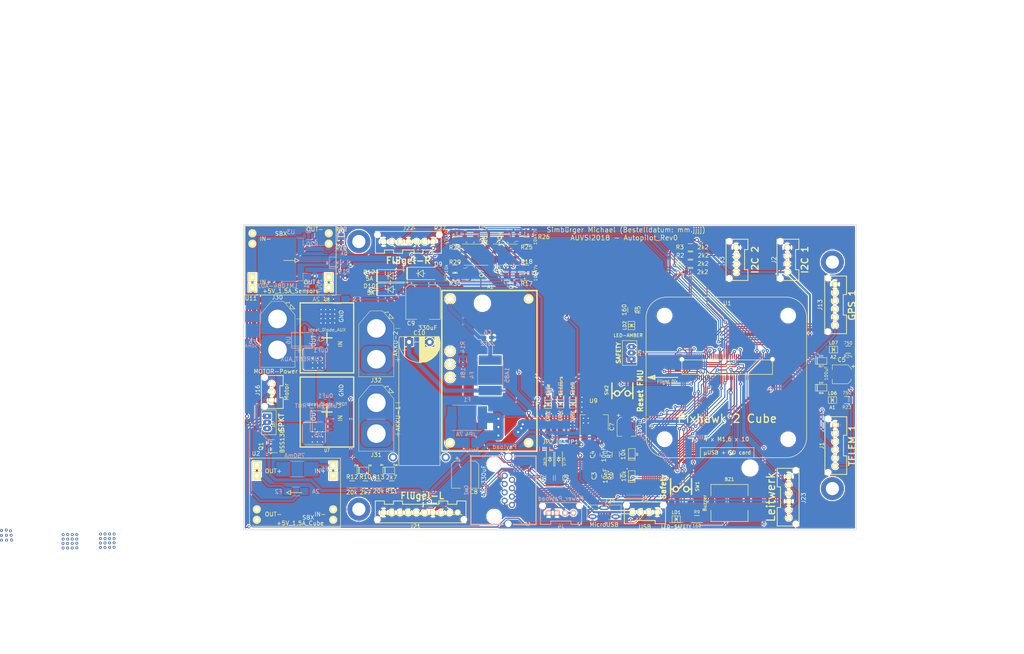
<source format=kicad_pcb>
(kicad_pcb (version 20171130) (host pcbnew "(2018-02-13 revision 365ab99a6)-makepkg")
  (layers (0 F.Cu signal) (31 B.Cu signal) (34 B.Paste user) (35 F.Paste user) (36 B.SilkS user) (37 F.SilkS user) (38 B.Mask user) (39 F.Mask user) (44 Edge.Cuts user))
  (net 0 "")
  (net 1 +5V_Sensors)
  (net 2 /ALARM)
  (net 3 GND)
  (net 4 /BATT­_CURRENT_SENS_PROT_1)
  (net 5 /AUX_BATT­_CURRENT_SENS_1)
  (net 6 /BATT­_CURRENT_SENS_PROT)
  (net 7 /AUX_BATT­_CURRENT_SENS)
  (net 8 /BATT­_VOLTAGE_SENS_PROT)
  (net 9 /AUX_BATT­_VOLTAGE_SENS)
  (net 10 +5V_Servo)
  (net 11 "Net-(F2-Pad1)")
  (net 12 +5V_Cube)
  (net 13 "Net-(F3-Pad1)")
  (net 14 "Net-(F5-Pad2)")
  (net 15 "Net-(F6-Pad2)")
  (net 16 /SERIAL1_RTS)
  (net 17 /SERIAL1_CTS)
  (net 18 /SERIAL1_RX)
  (net 19 /SERIAL1_TX)
  (net 20 /I2C_1_SDA)
  (net 21 /I2C_1_SCL)
  (net 22 /I2C_2_SCL)
  (net 23 /I2C_2_SDA)
  (net 24 /OTG_DP1)
  (net 25 /OTG_DM1)
  (net 26 /SERIAL2_TX)
  (net 27 /SERIAL2_RX)
  (net 28 /SERIAL_3_TX)
  (net 29 /SERIAL_3_RX)
  (net 30 /VDD_3V3_SPECTRUM_EN)
  (net 31 /IO-USART1_RX_SPECTRUM_DSM)
  (net 32 /IO-CH3-PROT)
  (net 33 /FMU-CH1-PROT)
  (net 34 /IO-CH1-PROT)
  (net 35 /IO-CH2-PROT)
  (net 36 /IO-CH5-PROT)
  (net 37 /IO-CH4-PROT)
  (net 38 /IO-CH6-PROT)
  (net 39 /IO-CH7-PROT)
  (net 40 "Net-(J24-Pad4)")
  (net 41 /SAFETY)
  (net 42 /IO-~LED_SAFETY_PROT)
  (net 43 /VBUS)
  (net 44 +3V3)
  (net 45 /FMU-~LED_AMBER)
  (net 46 /FMU-~RESET)
  (net 47 /FMU-CH3-PROT)
  (net 48 /FMU-CH2-PROT)
  (net 49 "Net-(U5-Pad1)")
  (net 50 "Net-(U6-Pad1)")
  (net 51 "Net-(A1-Pad2)")
  (net 52 "Net-(A1-Pad3)")
  (net 53 "Net-(A1-Pad4)")
  (net 54 "Net-(A1-Pad6)")
  (net 55 "Net-(D6-Pad1)")
  (net 56 "Net-(J37-Pad2)")
  (net 57 "Net-(LD1-Pad2)")
  (net 58 "Net-(LD2-Pad2)")
  (net 59 "Net-(Q2-Pad1)")
  (net 60 "Net-(U1-Pad73)")
  (net 61 "Net-(U1-Pad71)")
  (net 62 "Net-(U1-Pad69)")
  (net 63 "Net-(U1-Pad67)")
  (net 64 "Net-(U1-Pad65)")
  (net 65 "Net-(U1-Pad57)")
  (net 66 "Net-(U1-Pad55)")
  (net 67 "Net-(U1-Pad51)")
  (net 68 "Net-(U1-Pad27)")
  (net 69 "Net-(U1-Pad11)")
  (net 70 "Net-(U1-Pad5)")
  (net 71 "Net-(U1-Pad3)")
  (net 72 "Net-(U1-Pad64)")
  (net 73 "Net-(U1-Pad46)")
  (net 74 "Net-(U1-Pad26)")
  (net 75 "Net-(U1-Pad14)")
  (net 76 "Net-(U1-Pad12)")
  (net 77 "Net-(U1-Pad10)")
  (net 78 "Net-(U1-Pad8)")
  (net 79 "Net-(U1-Pad1)")
  (net 80 "Net-(U1-Pad59)")
  (net 81 /Power_Supply/Recuperate)
  (net 82 "Net-(C10-Pad2)")
  (net 83 "Net-(D10-Pad2)")
  (net 84 "Net-(D12-Pad2)")
  (net 85 "Net-(R20-Pad2)")
  (net 86 "Net-(R21-Pad1)")
  (net 87 /Power_Supply/CrossFeed)
  (net 88 /Power_Supply)
  (net 89 "Net-(U1-Pad16)")
  (net 90 "Net-(U1-Pad18)")
  (net 91 "Net-(U1-Pad30)")
  (net 92 "Net-(U1-Pad32)")
  (net 93 "Net-(U1-Pad56)")
  (net 94 "Net-(U1-Pad58)")
  (net 95 "Net-(U1-Pad60)")
  (net 96 "Net-(U1-Pad62)")
  (net 97 "Net-(U1-Pad66)")
  (net 98 "Net-(U1-Pad21)")
  (net 99 "Net-(U1-Pad39)")
  (net 100 "Net-(U1-Pad41)")
  (net 101 "Net-(U1-Pad75)")
  (net 102 "Net-(U1-Pad77)")
  (net 103 "Net-(U1-Pad79)")
  (net 104 "Net-(D16-Pad1)")
  (net 105 "Net-(D17-Pad1)")
  (net 106 "Net-(D7-Pad1)")
  (net 107 /Power_Supply/ID_Ser_1)
  (net 108 /Power_Supply/ID_Cub_1)
  (net 109 /Power_Supply/ID_Sen_1)
  (net 110 /Power_Supply/ID_Cub_2)
  (net 111 /Power_Supply/ID_CrossFeed)
  (net 112 "Net-(Q2-Pad4)")
  (net 113 "Net-(Q3-Pad4)")
  (net 114 "Net-(Q4-Pad1)")
  (net 115 "Net-(Q5-Pad1)")
  (net 116 "Net-(Q5-Pad4)")
  (net 117 "Net-(Q6-Pad4)")
  (net 118 "Net-(Q7-Pad1)")
  (net 119 "Net-(LD3-Pad1)")
  (net 120 "Net-(LD4-Pad1)")
  (net 121 "Net-(LD5-Pad1)")
  (net 122 "Net-(LD6-Pad1)")
  (net 123 "Net-(LD7-Pad1)")
  (module stitching_vias:Stitching_Via-0_7mm (layer F.Cu) (at 224.275 95.475 270)
    (fp_text reference REF** hide)
    (fp_text value Stitching_Via-0_7mm hide)
    (pad 1 thru_hole circle (at 0 0 270) (size 0.7 0.7) (drill 0.3) (layers *.Cu) (net 3 GND))
  )
  (module stitching_vias:Stitching_Via-0_7mm (layer F.Cu) (at 223.25 97.825 270)
    (fp_text reference REF** hide)
    (fp_text value Stitching_Via-0_7mm hide)
    (pad 1 thru_hole circle (at 0 0 270) (size 0.7 0.7) (drill 0.3) (layers *.Cu) (net 3 GND))
  )
  (module stitching_vias:Stitching_Via-0_7mm (layer F.Cu) (at 193.925 107.925)
    (fp_text reference REF** hide)
    (fp_text value Stitching_Via-0_7mm hide)
    (pad 1 thru_hole circle (at 0 0) (size 0.7 0.7) (drill 0.3) (layers *.Cu) (net 3 GND))
  )
  (module stitching_vias:Stitching_Via-0_7mm (layer F.Cu) (at 192.825 108.975)
    (fp_text reference REF** hide)
    (fp_text value Stitching_Via-0_7mm hide)
    (pad 1 thru_hole circle (at 0 0) (size 0.7 0.7) (drill 0.3) (layers *.Cu) (net 3 GND))
  )
  (module stitching_vias:Stitching_Via-0_7mm (layer F.Cu) (at 191.725 106.825)
    (fp_text reference REF** hide)
    (fp_text value Stitching_Via-0_7mm hide)
    (pad 1 thru_hole circle (at 0 0) (size 0.7 0.7) (drill 0.3) (layers *.Cu) (net 3 GND))
  )
  (module stitching_vias:Stitching_Via-0_7mm (layer F.Cu) (at 190.625 106.825)
    (fp_text reference REF** hide)
    (fp_text value Stitching_Via-0_7mm hide)
    (pad 1 thru_hole circle (at 0 0) (size 0.7 0.7) (drill 0.3) (layers *.Cu) (net 3 GND))
  )
  (module stitching_vias:Stitching_Via-0_7mm (layer F.Cu) (at 190.6 110.1)
    (fp_text reference REF** hide)
    (fp_text value Stitching_Via-0_7mm hide)
    (pad 1 thru_hole circle (at 0 0) (size 0.7 0.7) (drill 0.3) (layers *.Cu) (net 3 GND))
  )
  (module stitching_vias:Stitching_Via-0_7mm (layer F.Cu) (at 193.925 106.825)
    (fp_text reference REF** hide)
    (fp_text value Stitching_Via-0_7mm hide)
    (pad 1 thru_hole circle (at 0 0) (size 0.7 0.7) (drill 0.3) (layers *.Cu) (net 3 GND))
  )
  (module stitching_vias:Stitching_Via-0_7mm (layer F.Cu) (at 192.825 107.925)
    (fp_text reference REF** hide)
    (fp_text value Stitching_Via-0_7mm hide)
    (pad 1 thru_hole circle (at 0 0) (size 0.7 0.7) (drill 0.3) (layers *.Cu) (net 3 GND))
  )
  (module stitching_vias:Stitching_Via-0_7mm (layer F.Cu) (at 193.925 110.05)
    (fp_text reference REF** hide)
    (fp_text value Stitching_Via-0_7mm hide)
    (pad 1 thru_hole circle (at 0 0) (size 0.7 0.7) (drill 0.3) (layers *.Cu) (net 3 GND))
  )
  (module stitching_vias:Stitching_Via-0_7mm (layer F.Cu) (at 192.825 106.825)
    (fp_text reference REF** hide)
    (fp_text value Stitching_Via-0_7mm hide)
    (pad 1 thru_hole circle (at 0 0) (size 0.7 0.7) (drill 0.3) (layers *.Cu) (net 3 GND))
  )
  (module stitching_vias:Stitching_Via-0_7mm (layer F.Cu) (at 191.7 109)
    (fp_text reference REF** hide)
    (fp_text value Stitching_Via-0_7mm hide)
    (pad 1 thru_hole circle (at 0 0) (size 0.7 0.7) (drill 0.3) (layers *.Cu) (net 3 GND))
  )
  (module stitching_vias:Stitching_Via-0_7mm (layer F.Cu) (at 190.6 109)
    (fp_text reference REF** hide)
    (fp_text value Stitching_Via-0_7mm hide)
    (pad 1 thru_hole circle (at 0 0) (size 0.7 0.7) (drill 0.3) (layers *.Cu) (net 3 GND))
  )
  (module stitching_vias:Stitching_Via-0_7mm (layer F.Cu) (at 193.925 108.95)
    (fp_text reference REF** hide)
    (fp_text value Stitching_Via-0_7mm hide)
    (pad 1 thru_hole circle (at 0 0) (size 0.7 0.7) (drill 0.3) (layers *.Cu) (net 3 GND))
  )
  (module stitching_vias:Stitching_Via-0_7mm (layer F.Cu) (at 192.825 110.075)
    (fp_text reference REF** hide)
    (fp_text value Stitching_Via-0_7mm hide)
    (pad 1 thru_hole circle (at 0 0) (size 0.7 0.7) (drill 0.3) (layers *.Cu) (net 3 GND))
  )
  (module stitching_vias:Stitching_Via-0_7mm (layer F.Cu) (at 191.7 110.1)
    (fp_text reference REF** hide)
    (fp_text value Stitching_Via-0_7mm hide)
    (pad 1 thru_hole circle (at 0 0) (size 0.7 0.7) (drill 0.3) (layers *.Cu) (net 3 GND))
  )
  (module stitching_vias:Stitching_Via-0_7mm (layer F.Cu) (at 191.725 107.925)
    (fp_text reference REF** hide)
    (fp_text value Stitching_Via-0_7mm hide)
    (pad 1 thru_hole circle (at 0 0) (size 0.7 0.7) (drill 0.3) (layers *.Cu) (net 3 GND))
  )
  (module stitching_vias:Stitching_Via-0_7mm (layer F.Cu) (at 190.625 107.925)
    (fp_text reference REF** hide)
    (fp_text value Stitching_Via-0_7mm hide)
    (pad 1 thru_hole circle (at 0 0) (size 0.7 0.7) (drill 0.3) (layers *.Cu) (net 3 GND))
  )
  (module stitching_vias:Stitching_Via-0_7mm (layer F.Cu) (at 245.225 132.1 270)
    (fp_text reference REF** hide)
    (fp_text value Stitching_Via-0_7mm hide)
    (pad 1 thru_hole circle (at 0 0 270) (size 0.7 0.7) (drill 0.3) (layers *.Cu) (net 3 GND))
  )
  (module stitching_vias:Stitching_Via-0_7mm (layer F.Cu) (at 253.975 129.275)
    (fp_text reference REF** hide)
    (fp_text value Stitching_Via-0_7mm hide)
    (pad 1 thru_hole circle (at 0 0) (size 0.7 0.7) (drill 0.3) (layers *.Cu) (net 3 GND))
  )
  (module stitching_vias:Stitching_Via-0_7mm (layer F.Cu) (at 253.975 128.125)
    (fp_text reference REF** hide)
    (fp_text value Stitching_Via-0_7mm hide)
    (pad 1 thru_hole circle (at 0 0) (size 0.7 0.7) (drill 0.3) (layers *.Cu) (net 3 GND))
  )
  (module stitching_vias:Stitching_Via-0_7mm (layer F.Cu) (at 253.95 130.525)
    (fp_text reference REF** hide)
    (fp_text value Stitching_Via-0_7mm hide)
    (pad 1 thru_hole circle (at 0 0) (size 0.7 0.7) (drill 0.3) (layers *.Cu) (net 3 GND))
  )
  (module stitching_vias:Stitching_Via-0_7mm (layer F.Cu) (at 253.95 131.675)
    (fp_text reference REF** hide)
    (fp_text value Stitching_Via-0_7mm hide)
    (pad 1 thru_hole circle (at 0 0) (size 0.7 0.7) (drill 0.3) (layers *.Cu) (net 3 GND))
  )
  (module stitching_vias:Stitching_Via-0_7mm (layer F.Cu) (at 254.35 134.375 270)
    (fp_text reference REF** hide)
    (fp_text value Stitching_Via-0_7mm hide)
    (pad 1 thru_hole circle (at 0 0 270) (size 0.7 0.7) (drill 0.3) (layers *.Cu) (net 3 GND))
  )
  (module stitching_vias:Stitching_Via-0_7mm (layer F.Cu) (at 255.5 134.375 270)
    (fp_text reference REF** hide)
    (fp_text value Stitching_Via-0_7mm hide)
    (pad 1 thru_hole circle (at 0 0 270) (size 0.7 0.7) (drill 0.3) (layers *.Cu) (net 3 GND))
  )
  (module stitching_vias:Stitching_Via-0_7mm (layer F.Cu) (at 255.5 133.225 270)
    (fp_text reference REF** hide)
    (fp_text value Stitching_Via-0_7mm hide)
    (pad 1 thru_hole circle (at 0 0 270) (size 0.7 0.7) (drill 0.3) (layers *.Cu) (net 3 GND))
  )
  (module stitching_vias:Stitching_Via-0_7mm (layer F.Cu) (at 254.35 133.225 270)
    (fp_text reference REF** hide)
    (fp_text value Stitching_Via-0_7mm hide)
    (pad 1 thru_hole circle (at 0 0 270) (size 0.7 0.7) (drill 0.3) (layers *.Cu) (net 3 GND))
  )
  (module stitching_vias:Stitching_Via-0_7mm (layer F.Cu) (at 246.55 132.1 270)
    (fp_text reference REF** hide)
    (fp_text value Stitching_Via-0_7mm hide)
    (pad 1 thru_hole circle (at 0 0 270) (size 0.7 0.7) (drill 0.3) (layers *.Cu) (net 3 GND))
  )
  (module stitching_vias:Stitching_Via-0_7mm (layer F.Cu) (at 249.3 132.075 270)
    (fp_text reference REF** hide)
    (fp_text value Stitching_Via-0_7mm hide)
    (pad 1 thru_hole circle (at 0 0 270) (size 0.7 0.7) (drill 0.3) (layers *.Cu) (net 3 GND))
  )
  (module stitching_vias:Stitching_Via-0_7mm (layer F.Cu) (at 248.175 132.075 270)
    (fp_text reference REF** hide)
    (fp_text value Stitching_Via-0_7mm hide)
    (pad 1 thru_hole circle (at 0 0 270) (size 0.7 0.7) (drill 0.3) (layers *.Cu) (net 3 GND))
  )
  (module stitching_vias:Stitching_Via-0_7mm (layer F.Cu) (at 259.825 147 270)
    (fp_text reference REF** hide)
    (fp_text value Stitching_Via-0_7mm hide)
    (pad 1 thru_hole circle (at 0 0 270) (size 0.7 0.7) (drill 0.3) (layers *.Cu) (net 3 GND))
  )
  (module stitching_vias:Stitching_Via-0_7mm (layer F.Cu) (at 260.4 146.15 270)
    (fp_text reference REF** hide)
    (fp_text value Stitching_Via-0_7mm hide)
    (pad 1 thru_hole circle (at 0 0 270) (size 0.7 0.7) (drill 0.3) (layers *.Cu) (net 3 GND))
  )
  (module stitching_vias:Stitching_Via-0_7mm (layer F.Cu) (at 264.95 145.475 270)
    (fp_text reference REF** hide)
    (fp_text value Stitching_Via-0_7mm hide)
    (pad 1 thru_hole circle (at 0 0 270) (size 0.7 0.7) (drill 0.3) (layers *.Cu) (net 3 GND))
  )
  (module stitching_vias:Stitching_Via-0_7mm (layer F.Cu) (at 252.125 135.65 270)
    (fp_text reference REF** hide)
    (fp_text value Stitching_Via-0_7mm hide)
    (pad 1 thru_hole circle (at 0 0 270) (size 0.7 0.7) (drill 0.3) (layers *.Cu) (net 87 /Power_Supply/CrossFeed))
  )
  (module stitching_vias:Stitching_Via-0_7mm (layer F.Cu) (at 251.2 135.7 270)
    (fp_text reference REF** hide)
    (fp_text value Stitching_Via-0_7mm hide)
    (pad 1 thru_hole circle (at 0 0 270) (size 0.7 0.7) (drill 0.3) (layers *.Cu) (net 87 /Power_Supply/CrossFeed))
  )
  (module stitching_vias:Stitching_Via-0_7mm (layer F.Cu) (at 251.25 134.95 270)
    (fp_text reference REF** hide)
    (fp_text value Stitching_Via-0_7mm hide)
    (pad 1 thru_hole circle (at 0 0 270) (size 0.7 0.7) (drill 0.3) (layers *.Cu) (net 87 /Power_Supply/CrossFeed))
  )
  (module stitching_vias:Stitching_Via-0_7mm (layer F.Cu) (at 251.3 134.1 270)
    (fp_text reference REF** hide)
    (fp_text value Stitching_Via-0_7mm hide)
    (pad 1 thru_hole circle (at 0 0 270) (size 0.7 0.7) (drill 0.3) (layers *.Cu) (net 87 /Power_Supply/CrossFeed))
  )
  (module Package_SO:PowerPAK_SO-8_Dual (layer F.Cu) (at 235.4 93.5 180)
    (fp_text reference Q3 (at 1.75 -3.675 270) (layer F.SilkS))
    (fp_text value SI7997DP)
    (pad 6 smd rect (at 0.69 1.13 180) (size 3.81 1.65) (layers F.Cu F.Paste F.Mask) (net 111 /Power_Supply/ID_CrossFeed))
    (pad 5 smd rect (at 0.69 -1.13 180) (size 3.81 1.65) (layers F.Cu F.Paste F.Mask) (net 109 /Power_Supply/ID_Sen_1))
    (pad 5 smd rect (at 2.795 -1.905 180) (size 1.02 0.61) (layers F.Cu F.Paste F.Mask) (net 109 /Power_Supply/ID_Sen_1))
    (pad 5 smd rect (at 2.795 -0.635 180) (size 1.02 0.61) (layers F.Cu F.Paste F.Mask) (net 109 /Power_Supply/ID_Sen_1))
    (pad 6 smd rect (at 2.795 0.635 180) (size 1.02 0.61) (layers F.Cu F.Paste F.Mask) (net 111 /Power_Supply/ID_CrossFeed))
    (pad 6 smd rect (at 2.795 1.905 180) (size 1.02 0.61) (layers F.Cu F.Paste F.Mask) (net 111 /Power_Supply/ID_CrossFeed))
    (pad 4 smd rect (at -2.67 1.905 180) (size 1.27 0.61) (layers F.Cu F.Paste F.Mask) (net 113 "Net-(Q3-Pad4)"))
    (pad 3 smd rect (at -2.67 0.635 180) (size 1.27 0.61) (layers F.Cu F.Paste F.Mask) (net 87 /Power_Supply/CrossFeed))
    (pad 2 smd rect (at -2.67 -0.635 180) (size 1.27 0.61) (layers F.Cu F.Paste F.Mask) (net 112 "Net-(Q2-Pad4)"))
    (pad 1 smd rect (at -2.67 -1.905 180) (size 1.27 0.61) (layers F.Cu F.Paste F.Mask) (net 111 /Power_Supply/ID_CrossFeed))
  )
  (module manuf:TEXAS-R-PDSS-T7 (layer F.Cu) (at 231.5 121.7 270)
    (fp_text reference A1 (at -20.375 -0.225 180) (layer F.SilkS) (effects (font (size 0.8 0.8))))
    (fp_text value +5V3_6A_Servo)
    (pad 1 thru_hole circle (at -17.465 -9.525 270) (size 2.4 2.4) (drill 1.4) (layers *.Cu *.Mask F.SilkS) (net 3 GND))
    (pad 2 thru_hole circle (at -17.465 9.525 270) (size 2.4 2.4) (drill 1.4) (layers *.Cu *.Mask F.SilkS) (net 51 "Net-(A1-Pad2)"))
    (pad 3 thru_hole circle (at -4.765 9.525 270) (size 2.4 2.4) (drill 1.4) (layers *.Cu *.Mask F.SilkS) (net 52 "Net-(A1-Pad3)"))
    (pad 4 thru_hole circle (at -1.585 9.525 270) (size 2.4 2.4) (drill 1.4) (layers *.Cu *.Mask F.SilkS) (net 53 "Net-(A1-Pad4)"))
    (pad 5 thru_hole circle (at 1.595 9.525 270) (size 2.4 2.4) (drill 1.4) (layers *.Cu *.Mask F.SilkS) (net 87 /Power_Supply/CrossFeed))
    (pad 6 thru_hole circle (at 17.475 9.525 270) (size 2.4 2.4) (drill 1.4) (layers *.Cu *.Mask F.SilkS) (net 54 "Net-(A1-Pad6)"))
    (pad 7 thru_hole circle (at 17.475 -9.525 270) (size 2.4 2.4) (drill 1.4) (layers *.Cu *.Mask F.SilkS) (net 3 GND))
  )
  (module Capacitors-[MS]:CP_Radial_D10.0mm_P5.00mm_horizontal (layer F.Cu) (at 212 114.7)
    (fp_text reference C10 (at 2.5 -2.2) (layer F.SilkS))
    (fp_text value 10F/3V)
    (pad 4 thru_hole circle (at 8.9 28) (size 2 2) (drill 1.2) (layers *.Cu *.Mask))
    (pad 3 thru_hole circle (at -3.9 28) (size 2 2) (drill 1.2) (layers *.Cu *.Mask))
    (pad 2 thru_hole circle (at 5 0) (size 2 2) (drill 1) (layers *.Cu *.Mask) (net 82 "Net-(C10-Pad2)"))
    (pad 1 thru_hole rect (at 0 0) (size 2 2) (drill 1) (layers *.Cu *.Mask) (net 88 /Power_Supply))
  )
  (module connectors-[JS]:JUMPER-SOLDER-SMD_mit_flaechenanschluss (layer B.Cu) (at 226.925 139.025 270)
    (fp_text reference JP4 (at -1.875 0) (layer B.SilkS) (effects (justify mirror)))
    (fp_text value BackUp (at 1.8 0 180) (layer B.SilkS) (effects (font (size 0.75 0.75) (thickness 0.1)) (justify mirror)))
    (pad 2 smd trapezoid (at 0 0.5 180) (size 0.6 1) (rect_delta 0.1 0) (layers B.Cu B.Mask) (net 54 "Net-(A1-Pad6)"))
    (pad 1 smd trapezoid (at 0 -0.5) (size 0.6 1) (rect_delta 0.1 0) (layers B.Cu B.Mask) (net 107 /Power_Supply/ID_Ser_1))
  )
  (module Power_Integrations:SO-8 (layer B.Cu) (at 189.9 133.95 90)
    (fp_text reference U5 (at -3.305 0.012 -180) (layer B.SilkS) (effects (justify mirror)))
    (fp_text value CURRENT_PROT (at 3.75 0 -180) (layer B.SilkS) (effects (justify mirror)))
    (pad 8 smd oval (at -1.905 2.794 90) (size 0.6096 1.4732) (layers B.Cu B.Paste B.Mask) (net 44 +3V3))
    (pad 7 smd oval (at -0.635 2.794 90) (size 0.6096 1.4732) (layers B.Cu B.Paste B.Mask) (net 4 /BATT­_CURRENT_SENS_PROT_1))
    (pad 6 smd oval (at 0.635 2.794 90) (size 0.6096 1.4732) (layers B.Cu B.Paste B.Mask) (net 44 +3V3))
    (pad 5 smd oval (at 1.905 2.794 90) (size 0.6096 1.4732) (layers B.Cu B.Paste B.Mask) (net 3 GND))
    (pad 4 smd oval (at 1.905 -2.794 90) (size 0.6096 1.4732) (layers B.Cu B.Paste B.Mask) (net 88 /Power_Supply))
    (pad 3 smd oval (at 0.635 -2.794 90) (size 0.6096 1.4732) (layers B.Cu B.Paste B.Mask) (net 88 /Power_Supply))
    (pad 2 smd oval (at -0.635 -2.794 90) (size 0.6096 1.4732) (layers B.Cu B.Paste B.Mask) (net 49 "Net-(U5-Pad1)"))
    (pad 1 smd oval (at -1.905 -2.794 90) (size 0.6096 1.4732) (layers B.Cu B.Paste B.Mask) (net 49 "Net-(U5-Pad1)"))
  )
  (module Pixhawk_2-Cube:Pixhawk-2_Cube (layer F.Cu) (at 289.25 120.8 180)
    (fp_text reference U1 (at 0 15.5 180) (layer F.SilkS))
    (fp_text value Pixhawk_2_Cube_80-Pin_Header)
    (fp_text user "µUSB + SD card" (at 0 -20.75 180) (layer F.SilkS) (effects (font (size 0.9 0.9))))
    (fp_text user "Flight Dir" (at 14.55 -3.55 180) (layer F.SilkS) (effects (font (size 0.9 0.7) (thickness 0.125))))
    (fp_text user "4 x M1,6 x 10" (at 0.2 -17.5 180) (layer F.SilkS))
    (fp_text user 0 (at -0.6 0.8 180) (layer F.SilkS) (effects (font (size 0.9 0.7) (thickness 0.125))))
    (fp_text user "Pixhawk 2 Cube" (at 0 -12.5 180) (layer F.SilkS) (effects (font (size 2 2) (thickness 0.3))))
    (pad "" np_thru_hole circle (at 15.2 -17.5 270) (size 1.8 1.8) (drill 1.8) (layers *.Cu *.Mask) (clearance 1))
    (pad "" np_thru_hole circle (at -14.8 -17.5 270) (size 1.8 1.8) (drill 1.8) (layers *.Cu *.Mask) (clearance 1))
    (pad "" np_thru_hole circle (at 15.2 12.5 270) (size 1.8 1.8) (drill 1.8) (layers *.Cu *.Mask) (clearance 1))
    (pad "" np_thru_hole circle (at -14.8 12.5 270) (size 1.8 1.8) (drill 1.8) (layers *.Cu *.Mask) (clearance 1))
    (pad 0 smd rect (at -12.000832 0.00028 180) (size 1.4 2.1) (layers F.Cu F.Paste F.Mask))
    (pad 0 smd rect (at 11.999168 0 180) (size 1.4 2.1) (layers F.Cu F.Paste F.Mask))
    (pad "" np_thru_hole circle (at -11 1.9 180) (size 0.65 0.65) (drill 0.65) (layers *.Cu *.Mask) (clearance 0.15))
    (pad "" np_thru_hole circle (at 11 1.9 180) (size 0.65 0.65) (drill 0.65) (layers *.Cu *.Mask) (clearance 0.15))
    (pad 2 smd rect (at 9.748336 2.575 180) (size 0.25 1.15) (layers F.Cu F.Paste F.Mask) (net 45 /FMU-~LED_AMBER))
    (pad 1 smd rect (at 9.748336 -2.57472 180) (size 0.25 1.15) (layers F.Cu F.Paste F.Mask) (net 79 "Net-(U1-Pad1)"))
    (pad 4 smd rect (at 9.248336 2.575 180) (size 0.25 1.15) (layers F.Cu F.Paste F.Mask) (net 23 /I2C_2_SDA))
    (pad 6 smd rect (at 8.748336 2.575 180) (size 0.25 1.15) (layers F.Cu F.Paste F.Mask) (net 22 /I2C_2_SCL))
    (pad 8 smd rect (at 8.248336 2.575 180) (size 0.25 1.15) (layers F.Cu F.Paste F.Mask) (net 78 "Net-(U1-Pad8)"))
    (pad 10 smd rect (at 7.748336 2.575 180) (size 0.25 1.15) (layers F.Cu F.Paste F.Mask) (net 77 "Net-(U1-Pad10)"))
    (pad 12 smd rect (at 7.248336 2.575 180) (size 0.25 1.15) (layers F.Cu F.Paste F.Mask) (net 76 "Net-(U1-Pad12)"))
    (pad 14 smd rect (at 6.748336 2.575 180) (size 0.25 1.15) (layers F.Cu F.Paste F.Mask) (net 75 "Net-(U1-Pad14)"))
    (pad 16 smd rect (at 6.248336 2.575 180) (size 0.25 1.15) (layers F.Cu F.Paste F.Mask) (net 89 "Net-(U1-Pad16)"))
    (pad 18 smd rect (at 5.748336 2.575 180) (size 0.25 1.15) (layers F.Cu F.Paste F.Mask) (net 90 "Net-(U1-Pad18)"))
    (pad 20 smd rect (at 5.248336 2.575 180) (size 0.25 1.15) (layers F.Cu F.Paste F.Mask) (net 29 /SERIAL_3_RX))
    (pad 22 smd rect (at 4.748336 2.575 180) (size 0.25 1.15) (layers F.Cu F.Paste F.Mask) (net 28 /SERIAL_3_TX))
    (pad 24 smd rect (at 4.248336 2.575 180) (size 0.25 1.15) (layers F.Cu F.Paste F.Mask) (net 2 /ALARM))
    (pad 26 smd rect (at 3.748336 2.575 180) (size 0.25 1.15) (layers F.Cu F.Paste F.Mask) (net 74 "Net-(U1-Pad26)"))
    (pad 28 smd rect (at 3.248336 2.575 180) (size 0.25 1.15) (layers F.Cu F.Paste F.Mask) (net 42 /IO-~LED_SAFETY_PROT))
    (pad 30 smd rect (at 2.748336 2.575 180) (size 0.25 1.15) (layers F.Cu F.Paste F.Mask) (net 91 "Net-(U1-Pad30)"))
    (pad 32 smd rect (at 2.248336 2.575 180) (size 0.25 1.15) (layers F.Cu F.Paste F.Mask) (net 92 "Net-(U1-Pad32)"))
    (pad 34 smd rect (at 1.748336 2.575 180) (size 0.25 1.15) (layers F.Cu F.Paste F.Mask) (net 27 /SERIAL2_RX))
    (pad 36 smd rect (at 1.248336 2.575 180) (size 0.25 1.15) (layers F.Cu F.Paste F.Mask) (net 26 /SERIAL2_TX))
    (pad 38 smd rect (at 0.748336 2.575 180) (size 0.25 1.15) (layers F.Cu F.Paste F.Mask) (net 18 /SERIAL1_RX))
    (pad 40 smd rect (at 0.248336 2.575 180) (size 0.25 1.15) (layers F.Cu F.Paste F.Mask) (net 19 /SERIAL1_TX))
    (pad 42 smd rect (at -0.251664 2.575 180) (size 0.25 1.15) (layers F.Cu F.Paste F.Mask) (net 16 /SERIAL1_RTS))
    (pad 44 smd rect (at -0.751664 2.575 180) (size 0.25 1.15) (layers F.Cu F.Paste F.Mask) (net 17 /SERIAL1_CTS))
    (pad 46 smd rect (at -1.251664 2.575 180) (size 0.25 1.15) (layers F.Cu F.Paste F.Mask) (net 73 "Net-(U1-Pad46)"))
    (pad 48 smd rect (at -1.751664 2.575 180) (size 0.25 1.15) (layers F.Cu F.Paste F.Mask) (net 31 /IO-USART1_RX_SPECTRUM_DSM))
    (pad 50 smd rect (at -2.251664 2.575 180) (size 0.25 1.15) (layers F.Cu F.Paste F.Mask) (net 33 /FMU-CH1-PROT))
    (pad 52 smd rect (at -2.751664 2.575 180) (size 0.25 1.15) (layers F.Cu F.Paste F.Mask) (net 48 /FMU-CH2-PROT))
    (pad 54 smd rect (at -3.251664 2.575 180) (size 0.25 1.15) (layers F.Cu F.Paste F.Mask) (net 47 /FMU-CH3-PROT))
    (pad 56 smd rect (at -3.751664 2.575 180) (size 0.25 1.15) (layers F.Cu F.Paste F.Mask) (net 93 "Net-(U1-Pad56)"))
    (pad 58 smd rect (at -4.251664 2.575 180) (size 0.25 1.15) (layers F.Cu F.Paste F.Mask) (net 94 "Net-(U1-Pad58)"))
    (pad 60 smd rect (at -4.751664 2.575 180) (size 0.25 1.15) (layers F.Cu F.Paste F.Mask) (net 95 "Net-(U1-Pad60)"))
    (pad 62 smd rect (at -5.251664 2.575 180) (size 0.25 1.15) (layers F.Cu F.Paste F.Mask) (net 96 "Net-(U1-Pad62)"))
    (pad 64 smd rect (at -5.751664 2.575 180) (size 0.25 1.15) (layers F.Cu F.Paste F.Mask) (net 72 "Net-(U1-Pad64)"))
    (pad 66 smd rect (at -6.251664 2.575 180) (size 0.25 1.15) (layers F.Cu F.Paste F.Mask) (net 97 "Net-(U1-Pad66)"))
    (pad 68 smd rect (at -6.751664 2.575 180) (size 0.25 1.15) (layers F.Cu F.Paste F.Mask) (net 39 /IO-CH7-PROT))
    (pad 70 smd rect (at -7.251664 2.575 180) (size 0.25 1.15) (layers F.Cu F.Paste F.Mask) (net 38 /IO-CH6-PROT))
    (pad 72 smd rect (at -7.751664 2.575 180) (size 0.25 1.15) (layers F.Cu F.Paste F.Mask) (net 36 /IO-CH5-PROT))
    (pad 74 smd rect (at -8.251664 2.575 180) (size 0.25 1.15) (layers F.Cu F.Paste F.Mask) (net 37 /IO-CH4-PROT))
    (pad 76 smd rect (at -8.751664 2.575 180) (size 0.25 1.15) (layers F.Cu F.Paste F.Mask) (net 32 /IO-CH3-PROT))
    (pad 78 smd rect (at -9.251664 2.575 180) (size 0.25 1.15) (layers F.Cu F.Paste F.Mask) (net 35 /IO-CH2-PROT))
    (pad 80 smd rect (at -9.751664 2.575 180) (size 0.25 1.15) (layers F.Cu F.Paste F.Mask) (net 34 /IO-CH1-PROT))
    (pad 3 smd rect (at 9.248336 -2.57472 180) (size 0.25 1.15) (layers F.Cu F.Paste F.Mask) (net 71 "Net-(U1-Pad3)"))
    (pad 5 smd rect (at 8.748336 -2.57472 180) (size 0.25 1.15) (layers F.Cu F.Paste F.Mask) (net 70 "Net-(U1-Pad5)"))
    (pad 7 smd rect (at 8.248336 -2.57472 180) (size 0.25 1.15) (layers F.Cu F.Paste F.Mask) (net 46 /FMU-~RESET))
    (pad 9 smd rect (at 7.748336 -2.57472 180) (size 0.25 1.15) (layers F.Cu F.Paste F.Mask) (net 10 +5V_Servo))
    (pad 11 smd rect (at 7.248336 -2.57472 180) (size 0.25 1.15) (layers F.Cu F.Paste F.Mask) (net 69 "Net-(U1-Pad11)"))
    (pad 13 smd rect (at 6.748336 -2.57472 180) (size 0.25 1.15) (layers F.Cu F.Paste F.Mask) (net 3 GND))
    (pad 15 smd rect (at 6.248336 -2.57472 180) (size 0.25 1.15) (layers F.Cu F.Paste F.Mask) (net 3 GND))
    (pad 17 smd rect (at 5.748336 -2.57472 180) (size 0.25 1.15) (layers F.Cu F.Paste F.Mask) (net 41 /SAFETY))
    (pad 19 smd rect (at 5.248336 -2.57472 180) (size 0.25 1.15) (layers F.Cu F.Paste F.Mask) (net 30 /VDD_3V3_SPECTRUM_EN))
    (pad 21 smd rect (at 4.748336 -2.57472 180) (size 0.25 1.15) (layers F.Cu F.Paste F.Mask) (net 98 "Net-(U1-Pad21)"))
    (pad 23 smd rect (at 4.248336 -2.57472 180) (size 0.25 1.15) (layers F.Cu F.Paste F.Mask) (net 9 /AUX_BATT­_VOLTAGE_SENS))
    (pad 25 smd rect (at 3.748336 -2.57472 180) (size 0.25 1.15) (layers F.Cu F.Paste F.Mask) (net 7 /AUX_BATT­_CURRENT_SENS))
    (pad 27 smd rect (at 3.248336 -2.57472 180) (size 0.25 1.15) (layers F.Cu F.Paste F.Mask) (net 68 "Net-(U1-Pad27)"))
    (pad 29 smd rect (at 2.748336 -2.57472 180) (size 0.25 1.15) (layers F.Cu F.Paste F.Mask) (net 43 /VBUS))
    (pad 31 smd rect (at 2.248336 -2.57472 180) (size 0.25 1.15) (layers F.Cu F.Paste F.Mask) (net 24 /OTG_DP1))
    (pad 33 smd rect (at 1.748336 -2.57472 180) (size 0.25 1.15) (layers F.Cu F.Paste F.Mask) (net 25 /OTG_DM1))
    (pad 35 smd rect (at 1.248336 -2.57472 180) (size 0.25 1.15) (layers F.Cu F.Paste F.Mask) (net 20 /I2C_1_SDA))
    (pad 37 smd rect (at 0.748336 -2.57472 180) (size 0.25 1.15) (layers F.Cu F.Paste F.Mask) (net 21 /I2C_1_SCL))
    (pad 39 smd rect (at 0.248336 -2.57472 180) (size 0.25 1.15) (layers F.Cu F.Paste F.Mask) (net 99 "Net-(U1-Pad39)"))
    (pad 41 smd rect (at -0.251664 -2.57472 180) (size 0.25 1.15) (layers F.Cu F.Paste F.Mask) (net 100 "Net-(U1-Pad41)"))
    (pad 43 smd rect (at -0.751664 -2.57472 180) (size 0.25 1.15) (layers F.Cu F.Paste F.Mask) (net 12 +5V_Cube))
    (pad 45 smd rect (at -1.251664 -2.57472 180) (size 0.25 1.15) (layers F.Cu F.Paste F.Mask) (net 12 +5V_Cube))
    (pad 47 smd rect (at -1.751664 -2.57472 180) (size 0.25 1.15) (layers F.Cu F.Paste F.Mask) (net 8 /BATT­_VOLTAGE_SENS_PROT))
    (pad 49 smd rect (at -2.251664 -2.57472 180) (size 0.25 1.15) (layers F.Cu F.Paste F.Mask) (net 6 /BATT­_CURRENT_SENS_PROT))
    (pad 51 smd rect (at -2.751664 -2.57472 180) (size 0.25 1.15) (layers F.Cu F.Paste F.Mask) (net 67 "Net-(U1-Pad51)"))
    (pad 53 smd rect (at -3.251664 -2.57472 180) (size 0.25 1.15) (layers F.Cu F.Paste F.Mask) (net 10 +5V_Servo))
    (pad 55 smd rect (at -3.751664 -2.57472 180) (size 0.25 1.15) (layers F.Cu F.Paste F.Mask) (net 66 "Net-(U1-Pad55)"))
    (pad 57 smd rect (at -4.251664 -2.57472 180) (size 0.25 1.15) (layers F.Cu F.Paste F.Mask) (net 65 "Net-(U1-Pad57)"))
    (pad 59 smd rect (at -4.751664 -2.57472 180) (size 0.25 1.15) (layers F.Cu F.Paste F.Mask) (net 80 "Net-(U1-Pad59)"))
    (pad 61 smd rect (at -5.251664 -2.57472 180) (size 0.25 1.15) (layers F.Cu F.Paste F.Mask) (net 12 +5V_Cube))
    (pad 63 smd rect (at -5.751664 -2.57472 180) (size 0.25 1.15) (layers F.Cu F.Paste F.Mask) (net 12 +5V_Cube))
    (pad 65 smd rect (at -6.251664 -2.57472 180) (size 0.25 1.15) (layers F.Cu F.Paste F.Mask) (net 64 "Net-(U1-Pad65)"))
    (pad 67 smd rect (at -6.751664 -2.57472 180) (size 0.25 1.15) (layers F.Cu F.Paste F.Mask) (net 63 "Net-(U1-Pad67)"))
    (pad 69 smd rect (at -7.251664 -2.57472 180) (size 0.25 1.15) (layers F.Cu F.Paste F.Mask) (net 62 "Net-(U1-Pad69)"))
    (pad 71 smd rect (at -7.751664 -2.57472 180) (size 0.25 1.15) (layers F.Cu F.Paste F.Mask) (net 61 "Net-(U1-Pad71)"))
    (pad 73 smd rect (at -8.251664 -2.57472 180) (size 0.25 1.15) (layers F.Cu F.Paste F.Mask) (net 60 "Net-(U1-Pad73)"))
    (pad 75 smd rect (at -8.751664 -2.57472 180) (size 0.25 1.15) (layers F.Cu F.Paste F.Mask) (net 101 "Net-(U1-Pad75)"))
    (pad 77 smd rect (at -9.251664 -2.57472 180) (size 0.25 1.15) (layers F.Cu F.Paste F.Mask) (net 102 "Net-(U1-Pad77)"))
    (pad 79 smd rect (at -9.751664 -2.57472 180) (size 0.25 1.15) (layers F.Cu F.Paste F.Mask) (net 103 "Net-(U1-Pad79)"))
  )
  (module Power-IC:Mini_MP1584EN (layer F.Cu) (at 184.3 151.275)
    (fp_text reference U2 (at -9.475 -9.475) (layer F.SilkS))
    (fp_text value +5V_1,5A_Cube (at 1.25 7.41) (layer F.SilkS))
    (fp_text user SBX (at 3.22 6.05) (layer F.SilkS))
    (fp_text user OUT- (at -5.25 5.25) (layer F.SilkS))
    (fp_text user IN- (at 6.1 5.25) (layer F.SilkS))
    (fp_text user IN+ (at 6.1 -5.25) (layer F.SilkS))
    (fp_text user OUT+ (at -5.25 -5.25) (layer F.SilkS))
    (pad 1 thru_hole rect (at 9.271 -6.604) (size 2 2) (drill 1) (layers *.Cu *.Mask F.SilkS) (net 14 "Net-(F5-Pad2)"))
    (pad 2 thru_hole rect (at 9.271 -4.064) (size 2 2) (drill 1) (layers *.Cu *.Mask F.SilkS) (net 14 "Net-(F5-Pad2)"))
    (pad 4 thru_hole circle (at 9.271 6.604) (size 2 2) (drill 1) (layers *.Cu *.Mask F.SilkS) (net 3 GND))
    (pad 3 thru_hole circle (at 9.271 4.064) (size 2 2) (drill 1) (layers *.Cu *.Mask F.SilkS) (net 3 GND))
    (pad 8 thru_hole rect (at -9.271 -6.604) (size 2 2) (drill 1) (layers *.Cu *.Mask F.SilkS) (net 11 "Net-(F2-Pad1)"))
    (pad 7 thru_hole rect (at -9.271 -4.064) (size 2 2) (drill 1) (layers *.Cu *.Mask F.SilkS) (net 11 "Net-(F2-Pad1)"))
    (pad 6 thru_hole circle (at -9.271 4.064) (size 2 2) (drill 1) (layers *.Cu *.Mask F.SilkS) (net 3 GND))
    (pad 5 thru_hole circle (at -9.271 6.604) (size 2 2) (drill 1) (layers *.Cu *.Mask F.SilkS) (net 3 GND))
  )
  (module Power-IC:Mini_MP1584EN (layer F.Cu) (at 183.225 94.9 180)
    (fp_text reference U11 (at 9.625 -9.2) (layer F.SilkS))
    (fp_text value +5V_1,5A_Sensors (at -0.01 -7.42 180) (layer F.SilkS))
    (fp_text user SBX (at 2.33 6.5 180) (layer F.SilkS))
    (fp_text user OUT- (at -5.91 7.57 180) (layer F.SilkS))
    (fp_text user IN- (at 6.1 5.25 180) (layer F.SilkS))
    (fp_text user IN+ (at 6.1 -5.25 180) (layer F.SilkS))
    (fp_text user OUT+ (at -5.25 -5.25 180) (layer F.SilkS))
    (pad 1 thru_hole rect (at 9.271 -6.604 180) (size 2 2) (drill 1) (layers *.Cu *.Mask F.SilkS) (net 15 "Net-(F6-Pad2)"))
    (pad 2 thru_hole rect (at 9.271 -4.064 180) (size 2 2) (drill 1) (layers *.Cu *.Mask F.SilkS) (net 15 "Net-(F6-Pad2)"))
    (pad 4 thru_hole circle (at 9.271 6.604 180) (size 2 2) (drill 1) (layers *.Cu *.Mask F.SilkS) (net 3 GND))
    (pad 3 thru_hole circle (at 9.271 4.064 180) (size 2 2) (drill 1) (layers *.Cu *.Mask F.SilkS) (net 3 GND))
    (pad 8 thru_hole rect (at -9.271 -6.604 180) (size 2 2) (drill 1) (layers *.Cu *.Mask F.SilkS) (net 13 "Net-(F3-Pad1)"))
    (pad 7 thru_hole rect (at -9.271 -4.064 180) (size 2 2) (drill 1) (layers *.Cu *.Mask F.SilkS) (net 13 "Net-(F3-Pad1)"))
    (pad 6 thru_hole circle (at -9.271 4.064 180) (size 2 2) (drill 1) (layers *.Cu *.Mask F.SilkS) (net 3 GND))
    (pad 5 thru_hole circle (at -9.271 6.604 180) (size 2 2) (drill 1) (layers *.Cu *.Mask F.SilkS) (net 3 GND))
  )
  (module w_smd_diode:sod123 (layer B.Cu) (at 193.45 95.475 270)
    (fp_text reference D8 (at 0 1.30048 270) (layer B.SilkS) (effects (font (size 0.4 0.4) (thickness 0.1)) (justify mirror)))
    (fp_text value 3V (at 0 -1.19888 270) (layer B.SilkS) (effects (font (size 0.4 0.4) (thickness 0.1)) (justify mirror)))
    (pad 1 smd rect (at -1.67386 0 270) (size 0.8509 0.8509) (layers B.Cu B.Paste B.Mask) (net 81 /Power_Supply/Recuperate))
    (pad 2 smd rect (at 1.67386 0 270) (size 0.8509 0.8509) (layers B.Cu B.Paste B.Mask) (net 88 /Power_Supply))
  )
  (module connectors-[JS]:JUMPER-SOLDER-SMD_mit_flaechenanschluss (layer F.Cu) (at 251.766819 136.840018)
    (fp_text reference JP1 (at 0 2.1336) (layer F.SilkS))
    (fp_text value Servo)
    (pad 2 smd trapezoid (at 0 -0.5 90) (size 0.6 1) (rect_delta 0.1 0) (layers F.Cu F.Mask) (net 87 /Power_Supply/CrossFeed))
    (pad 1 smd trapezoid (at 0 0.5 270) (size 0.6 1) (rect_delta 0.1 0) (layers F.Cu F.Mask) (net 10 +5V_Servo))
  )
  (module stitching_vias:Stitching_Via-0_7mm (layer F.Cu) (at 139.275 161.325)
    (fp_text reference REF** hide)
    (fp_text value Stitching_Via-0_7mm hide)
    (pad 1 thru_hole circle (at 0 0) (size 0.7 0.7) (drill 0.3) (layers *.Cu) (net 3 GND))
  )
  (module stitching_vias:Stitching_Via-0_7mm (layer F.Cu) (at 137.075 162.425)
    (fp_text reference REF** hide)
    (fp_text value Stitching_Via-0_7mm hide)
    (pad 1 thru_hole circle (at 0 0) (size 0.7 0.7) (drill 0.3) (layers *.Cu) (net 3 GND))
  )
  (module stitching_vias:Stitching_Via-0_7mm (layer F.Cu) (at 138.175 162.425)
    (fp_text reference REF** hide)
    (fp_text value Stitching_Via-0_7mm hide)
    (pad 1 thru_hole circle (at 0 0) (size 0.7 0.7) (drill 0.3) (layers *.Cu) (net 3 GND))
  )
  (module stitching_vias:Stitching_Via-0_7mm (layer F.Cu) (at 138.15 163.5)
    (fp_text reference REF** hide)
    (fp_text value Stitching_Via-0_7mm hide)
    (pad 1 thru_hole circle (at 0 0) (size 0.7 0.7) (drill 0.3) (layers *.Cu) (net 3 GND))
  )
  (module stitching_vias:Stitching_Via-0_7mm (layer F.Cu) (at 138.15 164.6)
    (fp_text reference REF** hide)
    (fp_text value Stitching_Via-0_7mm hide)
    (pad 1 thru_hole circle (at 0 0) (size 0.7 0.7) (drill 0.3) (layers *.Cu) (net 3 GND))
  )
  (module stitching_vias:Stitching_Via-0_7mm (layer F.Cu) (at 139.275 164.575)
    (fp_text reference REF** hide)
    (fp_text value Stitching_Via-0_7mm hide)
    (pad 1 thru_hole circle (at 0 0) (size 0.7 0.7) (drill 0.3) (layers *.Cu) (net 3 GND))
  )
  (module stitching_vias:Stitching_Via-0_7mm (layer F.Cu) (at 140.375 163.45)
    (fp_text reference REF** hide)
    (fp_text value Stitching_Via-0_7mm hide)
    (pad 1 thru_hole circle (at 0 0) (size 0.7 0.7) (drill 0.3) (layers *.Cu) (net 3 GND))
  )
  (module stitching_vias:Stitching_Via-0_7mm (layer F.Cu) (at 137.05 163.5)
    (fp_text reference REF** hide)
    (fp_text value Stitching_Via-0_7mm hide)
    (pad 1 thru_hole circle (at 0 0) (size 0.7 0.7) (drill 0.3) (layers *.Cu) (net 3 GND))
  )
  (module stitching_vias:Stitching_Via-0_7mm (layer F.Cu) (at 140.375 161.325)
    (fp_text reference REF** hide)
    (fp_text value Stitching_Via-0_7mm hide)
    (pad 1 thru_hole circle (at 0 0) (size 0.7 0.7) (drill 0.3) (layers *.Cu) (net 3 GND))
  )
  (module stitching_vias:Stitching_Via-0_7mm (layer F.Cu) (at 139.275 163.475)
    (fp_text reference REF** hide)
    (fp_text value Stitching_Via-0_7mm hide)
    (pad 1 thru_hole circle (at 0 0) (size 0.7 0.7) (drill 0.3) (layers *.Cu) (net 3 GND))
  )
  (module stitching_vias:Stitching_Via-0_7mm (layer F.Cu) (at 140.375 164.55)
    (fp_text reference REF** hide)
    (fp_text value Stitching_Via-0_7mm hide)
    (pad 1 thru_hole circle (at 0 0) (size 0.7 0.7) (drill 0.3) (layers *.Cu) (net 3 GND))
  )
  (module stitching_vias:Stitching_Via-0_7mm (layer F.Cu) (at 140.375 162.425)
    (fp_text reference REF** hide)
    (fp_text value Stitching_Via-0_7mm hide)
    (pad 1 thru_hole circle (at 0 0) (size 0.7 0.7) (drill 0.3) (layers *.Cu) (net 3 GND))
  )
  (module stitching_vias:Stitching_Via-0_7mm (layer F.Cu) (at 137.05 164.6)
    (fp_text reference REF** hide)
    (fp_text value Stitching_Via-0_7mm hide)
    (pad 1 thru_hole circle (at 0 0) (size 0.7 0.7) (drill 0.3) (layers *.Cu) (net 3 GND))
  )
  (module stitching_vias:Stitching_Via-0_7mm (layer F.Cu) (at 137.075 161.325)
    (fp_text reference REF** hide)
    (fp_text value Stitching_Via-0_7mm hide)
    (pad 1 thru_hole circle (at 0 0) (size 0.7 0.7) (drill 0.3) (layers *.Cu) (net 3 GND))
  )
  (module stitching_vias:Stitching_Via-0_7mm (layer F.Cu) (at 138.175 161.325)
    (fp_text reference REF** hide)
    (fp_text value Stitching_Via-0_7mm hide)
    (pad 1 thru_hole circle (at 0 0) (size 0.7 0.7) (drill 0.3) (layers *.Cu) (net 3 GND))
  )
  (module stitching_vias:Stitching_Via-0_7mm (layer F.Cu) (at 139.275 162.425)
    (fp_text reference REF** hide)
    (fp_text value Stitching_Via-0_7mm hide)
    (pad 1 thru_hole circle (at 0 0) (size 0.7 0.7) (drill 0.3) (layers *.Cu) (net 3 GND))
  )
  (module devices_[JS]:PKMCS0909E4000-R1 (layer F.Cu) (at 289.8 153.8)
    (fp_text reference BZ1 (at 0 -5.75) (layer F.SilkS) (effects (font (size 0.8 0.8))))
    (fp_text value Buzzer (at -6 0.03 90) (layer F.SilkS) (effects (font (size 0.8 0.8))))
    (pad 2 smd rect (at 4.35 0) (size 1.3 3.4) (layers F.Cu F.Paste F.Mask) (net 3 GND))
    (pad 1 smd rect (at -4.35 0) (size 1.3 3.4) (layers F.Cu F.Paste F.Mask) (net 2 /ALARM))
  )
  (module TO_SOT_Packages_SMD:TO-263-3_TabPin2 (layer B.Cu) (at 183.3 94.625 180)
    (fp_text reference U3 (at 0 6.65 180) (layer B.SilkS) (effects (justify mirror)))
    (fp_text value LM1084-ADJ (at 3.225 -6.45 180) (layer B.SilkS) (effects (justify mirror)))
    (pad 2 smd rect (at 0.95 -2.775 180) (size 4.55 5.25) (layers B.Cu B.Paste) (net 81 /Power_Supply/Recuperate))
    (pad 2 smd rect (at 5.8 2.775 180) (size 4.55 5.25) (layers B.Cu B.Paste) (net 81 /Power_Supply/Recuperate))
    (pad 2 smd rect (at 0.95 2.775 180) (size 4.55 5.25) (layers B.Cu B.Paste) (net 81 /Power_Supply/Recuperate))
    (pad 2 smd rect (at 5.8 -2.775 180) (size 4.55 5.25) (layers B.Cu B.Paste) (net 81 /Power_Supply/Recuperate))
    (pad 2 smd rect (at 3.375 0 180) (size 9.4 10.8) (layers B.Cu B.Mask) (net 81 /Power_Supply/Recuperate))
    (pad 3 smd rect (at -5.775 -2.54 180) (size 4.6 1.1) (layers B.Cu B.Paste B.Mask) (net 88 /Power_Supply))
    (pad 2 smd rect (at -5.775 0 180) (size 4.6 1.1) (layers B.Cu B.Paste B.Mask) (net 81 /Power_Supply/Recuperate))
    (pad 1 smd rect (at -5.775 2.54 180) (size 4.6 1.1) (layers B.Cu B.Paste B.Mask) (net 85 "Net-(R20-Pad2)"))
  )
  (module Resistors-Mini-SMD:R_0805 (layer F.Cu) (at 195.475 89.6 90)
    (fp_text reference R22 (at 2.25 0.025 180) (layer F.SilkS))
    (fp_text value 470 (at -2.225 0 180) (layer F.SilkS))
    (pad 1 smd rect (at -0.95 0 90) (size 0.7 1.3) (layers F.Cu F.Paste F.Mask) (net 3 GND))
    (pad 2 smd rect (at 0.95 0 90) (size 0.7 1.3) (layers F.Cu F.Paste F.Mask) (net 86 "Net-(R21-Pad1)"))
  )
  (module Resistors-Mini-SMD:R_0805 (layer B.Cu) (at 195.5 89.6 270)
    (fp_text reference R21 (at -2.25 0) (layer B.SilkS) (effects (justify mirror)))
    (fp_text value 12k (at 2.325 0.025 180) (layer B.SilkS) (effects (justify mirror)))
    (pad 2 smd rect (at 0.95 0 270) (size 0.7 1.3) (layers B.Cu B.Paste B.Mask) (net 85 "Net-(R20-Pad2)"))
    (pad 1 smd rect (at -0.95 0 270) (size 0.7 1.3) (layers B.Cu B.Paste B.Mask) (net 86 "Net-(R21-Pad1)"))
  )
  (module Resistors-Mini-SMD:R_0805 (layer B.Cu) (at 187.55 89)
    (fp_text reference R20 (at 0.925 1.9) (layer B.SilkS) (effects (justify mirror)))
    (fp_text value 1k (at 0 -1.675) (layer B.SilkS) (effects (justify mirror)))
    (pad 1 smd rect (at -0.95 0) (size 0.7 1.3) (layers B.Cu B.Paste B.Mask) (net 81 /Power_Supply/Recuperate))
    (pad 2 smd rect (at 0.95 0) (size 0.7 1.3) (layers B.Cu B.Paste B.Mask) (net 85 "Net-(R20-Pad2)"))
  )
  (module Resistors-Mini-SMD:R_0805 (layer B.Cu) (at 196.2 95.325 90)
    (fp_text reference R19 (at -2.225 0 180) (layer B.SilkS) (effects (justify mirror)))
    (fp_text value 5k (at 2.2 0 180) (layer B.SilkS) (effects (justify mirror)))
    (pad 1 smd rect (at -0.95 0 90) (size 0.7 1.3) (layers B.Cu B.Paste B.Mask) (net 82 "Net-(C10-Pad2)"))
    (pad 2 smd rect (at 0.95 0 90) (size 0.7 1.3) (layers B.Cu B.Paste B.Mask) (net 81 /Power_Supply/Recuperate))
  )
  (module General_smd-[JS]:SOD-128 (layer F.Cu) (at 207.55 98.625 180)
    (fp_text reference D12 (at 5.25 0.9 180) (layer F.SilkS))
    (fp_text value 5A (at 5.2 -0.675 180) (layer F.SilkS))
    (pad 2 smd rect (at 2.2 0 180) (size 1.5 2.2) (layers F.Cu F.Paste F.Mask) (net 84 "Net-(D12-Pad2)"))
    (pad 1 smd rect (at -2.2 0 180) (size 1.5 2.2) (layers F.Cu F.Paste F.Mask) (net 81 /Power_Supply/Recuperate))
  )
  (module General_smd-[JS]:SOD-128 (layer F.Cu) (at 207.55 101.925 180)
    (fp_text reference D10 (at 5.175 0.825 180) (layer F.SilkS))
    (fp_text value 5A (at 4.875 -0.825 180) (layer F.SilkS))
    (pad 1 smd rect (at -2.2 0 180) (size 1.5 2.2) (layers F.Cu F.Paste F.Mask) (net 81 /Power_Supply/Recuperate))
    (pad 2 smd rect (at 2.2 0 180) (size 1.5 2.2) (layers F.Cu F.Paste F.Mask) (net 83 "Net-(D10-Pad2)"))
  )
  (module General_smd-[JS]:SOD-128 (layer F.Cu) (at 214.85 98.05 180)
    (fp_text reference D9 (at -4.275 2.25 180) (layer F.SilkS))
    (fp_text value 30V/2W)
    (pad 2 smd rect (at 2.2 0 180) (size 1.5 2.2) (layers F.Cu F.Paste F.Mask) (net 81 /Power_Supply/Recuperate))
    (pad 1 smd rect (at -2.2 0 180) (size 1.5 2.2) (layers F.Cu F.Paste F.Mask) (net 3 GND))
  )
  (module Capacitors_SMD:C_0805 (layer B.Cu) (at 188.525 101.2 270)
    (fp_text reference C11 (at 0 1.5 270) (layer B.SilkS) (effects (justify mirror)))
    (fp_text value 10uF (at 0 -1.75 270) (layer B.SilkS) (effects (justify mirror)))
    (pad 2 smd rect (at 1 0 270) (size 1 1.25) (layers B.Cu B.Paste B.Mask) (net 3 GND))
    (pad 1 smd rect (at -1 0 270) (size 1 1.25) (layers B.Cu B.Paste B.Mask) (net 88 /Power_Supply))
  )
  (module Capacitors_SMD:CP_Elec_8x10.5 (layer F.Cu) (at 215.4 105 270)
    (fp_text reference C9 (at 5.15 2.925) (layer F.SilkS))
    (fp_text value 330uF (at 6.25 -1.1) (layer F.SilkS))
    (fp_text user + (at -4.78 3.91 270) (layer F.SilkS))
    (pad 2 smd rect (at 3.05 0 90) (size 4 2.5) (layers F.Cu F.Paste F.Mask) (net 3 GND))
    (pad 1 smd rect (at -3.05 0 90) (size 4 2.5) (layers F.Cu F.Paste F.Mask) (net 81 /Power_Supply/Recuperate))
  )
  (module Capacitors_SMD:C_0603_HandSoldering (layer B.Cu) (at 190.575 115.175 180)
    (fp_text reference C1 (at 0 1.25 180) (layer B.SilkS) (effects (justify mirror)))
    (fp_text value 0uF1 (at 0 -1.525 180) (layer B.SilkS) (effects (justify mirror)))
    (pad 2 smd rect (at 0.95 0 180) (size 1.2 0.75) (layers B.Cu B.Paste B.Mask) (net 3 GND))
    (pad 1 smd rect (at -0.95 0 180) (size 1.2 0.75) (layers B.Cu B.Paste B.Mask) (net 44 +3V3))
  )
  (module Capacitors_SMD:C_0603_HandSoldering (layer F.Cu) (at 258.16 147.225 90)
    (fp_text reference C3 (at 0 -1.25 90) (layer F.SilkS))
    (fp_text value 10nF (at 0 1.5 90) (layer F.SilkS))
    (pad 2 smd rect (at 0.95 0 90) (size 1.2 0.75) (layers F.Cu F.Paste F.Mask) (net 3 GND))
    (pad 1 smd rect (at -0.95 0 90) (size 1.2 0.75) (layers F.Cu F.Paste F.Mask) (net 4 /BATT­_CURRENT_SENS_PROT_1))
  )
  (module Capacitors_SMD:C_0603_HandSoldering (layer F.Cu) (at 257.79 142.035 90)
    (fp_text reference C4 (at 0 -1.25 90) (layer F.SilkS))
    (fp_text value 10nF (at 0 1.5 90) (layer F.SilkS))
    (pad 2 smd rect (at 0.95 0 90) (size 1.2 0.75) (layers F.Cu F.Paste F.Mask) (net 3 GND))
    (pad 1 smd rect (at -0.95 0 90) (size 1.2 0.75) (layers F.Cu F.Paste F.Mask) (net 5 /AUX_BATT­_CURRENT_SENS_1))
  )
  (module Capacitors_SMD:C_0603_HandSoldering (layer B.Cu) (at 191.7 129.25)
    (fp_text reference C2 (at 0 1.25) (layer B.SilkS) (effects (justify mirror)))
    (fp_text value 0uF1 (at 0 -1.5) (layer B.SilkS) (effects (justify mirror)))
    (pad 2 smd rect (at 0.95 0) (size 1.2 0.75) (layers B.Cu B.Paste B.Mask) (net 3 GND))
    (pad 1 smd rect (at -0.95 0) (size 1.2 0.75) (layers B.Cu B.Paste B.Mask) (net 44 +3V3))
  )
  (module w_smd_diode:sod123 (layer F.Cu) (at 207.082136 145.893605 180)
    (fp_text reference D4 (at 1.7 1.3 180) (layer F.SilkS) (effects (font (size 0.4 0.4) (thickness 0.1))))
    (fp_text value 3V6 (at -1.6 1.3 180) (layer F.SilkS) (effects (font (size 0.4 0.4) (thickness 0.1))))
    (pad 2 smd rect (at 1.67386 0 180) (size 0.8509 0.8509) (layers F.Cu F.Paste F.Mask) (net 9 /AUX_BATT­_VOLTAGE_SENS))
    (pad 1 smd rect (at -1.67386 0 180) (size 0.8509 0.8509) (layers F.Cu F.Paste F.Mask) (net 3 GND))
  )
  (module w_smd_diode:sod123 (layer F.Cu) (at 200.775 145.9 180)
    (fp_text reference D3 (at -1.7 1.2 180) (layer F.SilkS) (effects (font (size 0.4 0.4) (thickness 0.1))))
    (fp_text value 3V6 (at 1.6 1.2 180) (layer F.SilkS) (effects (font (size 0.4 0.4) (thickness 0.1))))
    (pad 1 smd rect (at -1.67386 0 180) (size 0.8509 0.8509) (layers F.Cu F.Paste F.Mask) (net 3 GND))
    (pad 2 smd rect (at 1.67386 0 180) (size 0.8509 0.8509) (layers F.Cu F.Paste F.Mask) (net 8 /BATT­_VOLTAGE_SENS_PROT))
  )
  (module Resistors-Mini-SMD:R_0805 (layer B.Cu) (at 251.766819 128.840018 270)
    (fp_text reference R15 (at -3.05 0 270) (layer B.SilkS) (effects (justify mirror)))
    (fp_text value 160 (at 3.8 0 270) (layer B.SilkS) (effects (justify mirror)))
    (pad 1 smd rect (at -0.95 0 270) (size 0.7 1.3) (layers B.Cu B.Paste B.Mask) (net 121 "Net-(LD5-Pad1)"))
    (pad 2 smd rect (at 0.95 0 270) (size 0.7 1.3) (layers B.Cu B.Paste B.Mask) (net 107 /Power_Supply/ID_Ser_1))
  )
  (module w_smd_leds:Led_0805 (layer F.Cu) (at 251.766819 129.740018 270)
    (fp_text reference LD5 (at 3.1 0.1 270) (layer F.SilkS) (effects (font (size 0.8001 0.8001) (thickness 0.14986))))
    (fp_text value Servo (at -3.7 0.1 270) (layer F.SilkS) (effects (font (size 0.8001 0.8001) (thickness 0.14986))))
    (pad 1 smd rect (at -1.04902 0 270) (size 1.19888 1.19888) (layers F.Cu F.Paste F.Mask) (net 121 "Net-(LD5-Pad1)"))
    (pad 2 smd rect (at 1.04902 0 270) (size 1.19888 1.19888) (layers F.Cu F.Paste F.Mask) (net 3 GND))
  )
  (module w_smd_diode:sod123 (layer F.Cu) (at 266.09 141.975 270)
    (fp_text reference D2 (at 0 -1.30048 270) (layer F.SilkS) (effects (font (size 0.4 0.4) (thickness 0.1))))
    (fp_text value 3V6 hide)
    (pad 1 smd rect (at -1.67386 0 270) (size 0.8509 0.8509) (layers F.Cu F.Paste F.Mask) (net 3 GND))
    (pad 2 smd rect (at 1.67386 0 270) (size 0.8509 0.8509) (layers F.Cu F.Paste F.Mask) (net 7 /AUX_BATT­_CURRENT_SENS))
  )
  (module w_smd_diode:sod123 (layer F.Cu) (at 266.07 147.365 270)
    (fp_text reference D1 (at 0 -1.30048 270) (layer F.SilkS) (effects (font (size 0.4 0.4) (thickness 0.1))))
    (fp_text value 3V6 hide)
    (pad 2 smd rect (at 1.67386 0 270) (size 0.8509 0.8509) (layers F.Cu F.Paste F.Mask) (net 6 /BATT­_CURRENT_SENS_PROT))
    (pad 1 smd rect (at -1.67386 0 270) (size 0.8509 0.8509) (layers F.Cu F.Paste F.Mask) (net 3 GND))
  )
  (module Resistors_SMD:R_1812_HandSoldering (layer B.Cu) (at 174.05 108.525 90)
    (fp_text reference F6 (at -6.125 -0.125 180) (layer B.SilkS) (effects (justify mirror)))
    (fp_text value 750mA (at -7.1 -0.025 180) (layer B.SilkS) (effects (font (size 0.75 0.75) (thickness 0.1)) (justify mirror)))
    (pad 2 smd rect (at 3.4 0 90) (size 3.5 3.5) (layers B.Cu B.Paste B.Mask) (net 15 "Net-(F6-Pad2)"))
    (pad 1 smd rect (at -3.4 0 90) (size 3.5 3.5) (layers B.Cu B.Paste B.Mask) (net 88 /Power_Supply))
  )
  (module Resistors_SMD:R_1812_HandSoldering (layer B.Cu) (at 184.825 145.575)
    (fp_text reference F5 (at 6.65 0) (layer B.SilkS) (effects (justify mirror)))
    (fp_text value 750mA (at -0.59 -3.29) (layer B.SilkS) (effects (justify mirror)))
    (pad 1 smd rect (at -3.4 0) (size 3.5 3.5) (layers B.Cu B.Paste B.Mask) (net 88 /Power_Supply))
    (pad 2 smd rect (at 3.4 0) (size 3.5 3.5) (layers B.Cu B.Paste B.Mask) (net 14 "Net-(F5-Pad2)"))
  )
  (module Resistors-Mini-SMD:R_0805 (layer B.Cu) (at 225.1 119.2 270)
    (fp_text reference R14 (at -3.25 0.05 270) (layer B.SilkS) (effects (justify mirror)))
    (fp_text value 18k (at 3.05 0 270) (layer B.SilkS) (effects (justify mirror)))
    (pad 2 smd rect (at 0.95 0 270) (size 0.7 1.3) (layers B.Cu B.Paste B.Mask) (net 53 "Net-(A1-Pad4)"))
    (pad 1 smd rect (at -0.95 0 270) (size 0.7 1.3) (layers B.Cu B.Paste B.Mask) (net 3 GND))
  )
  (module Resistors-Mini-SMD:R_0805 (layer B.Cu) (at 245.766819 128.888782 270)
    (fp_text reference R8 (at -2.55 0 270) (layer B.SilkS) (effects (justify mirror)))
    (fp_text value 160 (at 3.751236 0 270) (layer B.SilkS) (effects (justify mirror)))
    (pad 1 smd rect (at -0.95 0 270) (size 0.7 1.3) (layers B.Cu B.Paste B.Mask) (net 119 "Net-(LD3-Pad1)"))
    (pad 2 smd rect (at 0.95 0 270) (size 0.7 1.3) (layers B.Cu B.Paste B.Mask) (net 108 /Power_Supply/ID_Cub_1))
  )
  (module con-lumberg:Fuse_SMD2920 (layer B.Cu) (at 231.7 122.8 90)
    (fp_text reference F4 (at 0.05 -4.4 90) (layer B.SilkS) (effects (justify mirror)))
    (fp_text value 1A85 (at 0.05 4.1 90) (layer B.SilkS) (effects (justify mirror)))
    (pad 2 smd rect (at 3.7 0) (size 5.6 2.3) (layers B.Cu B.Paste B.Mask) (net 51 "Net-(A1-Pad2)"))
    (pad 1 smd rect (at -3.7 0) (size 5.6 2.3) (layers B.Cu B.Paste B.Mask) (net 88 /Power_Supply))
  )
  (module Resistors_SMD:R_1206_HandSoldering (layer B.Cu) (at 194.525 104.325)
    (fp_text reference F3 (at 4.9 0) (layer B.SilkS) (effects (justify mirror)))
    (fp_text value 2A (at -5.05 0) (layer B.SilkS) (effects (justify mirror)))
    (pad 2 smd rect (at 2 0) (size 2 1.7) (layers B.Cu B.Paste B.Mask) (net 109 /Power_Supply/ID_Sen_1))
    (pad 1 smd rect (at -2 0) (size 2 1.7) (layers B.Cu B.Paste B.Mask) (net 13 "Net-(F3-Pad1)"))
  )
  (module Resistors_SMD:R_1206_HandSoldering (layer B.Cu) (at 184.55 151)
    (fp_text reference F2 (at -4.25 0.05) (layer B.SilkS) (effects (justify mirror)))
    (fp_text value 2A (at 4.8 0) (layer B.SilkS) (effects (justify mirror)))
    (pad 1 smd rect (at -2 0) (size 2 1.7) (layers B.Cu B.Paste B.Mask) (net 11 "Net-(F2-Pad1)"))
    (pad 2 smd rect (at 2 0) (size 2 1.7) (layers B.Cu B.Paste B.Mask) (net 108 /Power_Supply/ID_Cub_1))
  )
  (module con-lumberg:Fuse_SMD2920 (layer B.Cu) (at 226.1 133.1)
    (fp_text reference F1 (at 0 -4.4) (layer B.SilkS) (effects (justify mirror)))
    (fp_text value 7A (at -1.825 4) (layer B.SilkS) (effects (justify mirror)))
    (pad 1 smd rect (at -3.7 0 270) (size 5.6 2.3) (layers B.Cu B.Paste B.Mask) (net 54 "Net-(A1-Pad6)"))
    (pad 2 smd rect (at 3.7 0 270) (size 5.6 2.3) (layers B.Cu B.Paste B.Mask) (net 107 /Power_Supply/ID_Ser_1))
  )
  (module Resistors-Mini-SMD:R_0805 (layer B.Cu) (at 248.766819 128.890018 270)
    (fp_text reference R16 (at -3.05 0 270) (layer B.SilkS) (effects (justify mirror)))
    (fp_text value 160 (at 3.65 0 270) (layer B.SilkS) (effects (justify mirror)))
    (pad 1 smd rect (at -0.95 0 270) (size 0.7 1.3) (layers B.Cu B.Paste B.Mask) (net 120 "Net-(LD4-Pad1)"))
    (pad 2 smd rect (at 0.95 0 270) (size 0.7 1.3) (layers B.Cu B.Paste B.Mask) (net 109 /Power_Supply/ID_Sen_1))
  )
  (module w_smd_leds:Led_0805 (layer F.Cu) (at 248.766819 129.690018 270)
    (fp_text reference LD4 (at 3 0.1 270) (layer F.SilkS) (effects (font (size 0.8001 0.8001) (thickness 0.14986))))
    (fp_text value Sensors (at -4.3 -0.1 270) (layer F.SilkS) (effects (font (size 0.8001 0.8001) (thickness 0.14986))))
    (pad 2 smd rect (at 1.04902 0 270) (size 1.19888 1.19888) (layers F.Cu F.Paste F.Mask) (net 3 GND))
    (pad 1 smd rect (at -1.04902 0 270) (size 1.19888 1.19888) (layers F.Cu F.Paste F.Mask) (net 120 "Net-(LD4-Pad1)"))
  )
  (module w_smd_leds:Led_0805 (layer F.Cu) (at 245.766819 129.840018 270)
    (fp_text reference LD3 (at 3 0.1 270) (layer F.SilkS) (effects (font (size 0.8001 0.8001) (thickness 0.14986))))
    (fp_text value Cube (at -3.5 0 270) (layer F.SilkS) (effects (font (size 0.8001 0.8001) (thickness 0.14986))))
    (pad 1 smd rect (at -1.04902 0 270) (size 1.19888 1.19888) (layers F.Cu F.Paste F.Mask) (net 119 "Net-(LD3-Pad1)"))
    (pad 2 smd rect (at 1.04902 0 270) (size 1.19888 1.19888) (layers F.Cu F.Paste F.Mask) (net 3 GND))
  )
  (module w_smd_leds:Led_0805 (layer F.Cu) (at 266 110.7 90)
    (fp_text reference LD2 (at 0 -1.651 90) (layer F.SilkS) (effects (font (size 0.8001 0.8001) (thickness 0.14986))))
    (fp_text value LED-AMBER (at -2.4 -0.8) (layer F.SilkS) (effects (font (size 0.8001 0.8001) (thickness 0.14986))))
    (pad 1 smd rect (at -1.04902 0 90) (size 1.19888 1.19888) (layers F.Cu F.Paste F.Mask) (net 12 +5V_Cube))
    (pad 2 smd rect (at 1.04902 0 90) (size 1.19888 1.19888) (layers F.Cu F.Paste F.Mask) (net 58 "Net-(LD2-Pad2)"))
  )
  (module conn-test:JUMPER-SOLDER-SMD (layer F.Cu) (at 248.766819 136.840018)
    (fp_text reference JP3 (at 0 2.1336) (layer F.SilkS))
    (fp_text value Sensors)
    (fp_line (start -0.6604 -0.254) (end 0.6604 -0.254) (layer F.Cu) (width 0.15))
    (fp_line (start 0.6604 -0.254) (end 0.6604 -0.3556) (layer F.Cu) (width 0.15))
    (fp_line (start 0.6604 -0.3556) (end -0.6604 -0.3556) (layer F.Cu) (width 0.15))
    (fp_line (start -0.6604 -0.3556) (end -0.6604 -0.4572) (layer F.Cu) (width 0.15))
    (fp_line (start -0.6604 -0.4572) (end 0.6096 -0.4572) (layer F.Cu) (width 0.15))
    (fp_line (start 0.6096 -0.4572) (end 0.6096 -0.5588) (layer F.Cu) (width 0.15))
    (fp_line (start 0.6096 -0.5588) (end -0.5588 -0.5588) (layer F.Cu) (width 0.15))
    (fp_line (start -0.5588 -0.5588) (end -0.508 -0.6604) (layer F.Cu) (width 0.15))
    (fp_line (start -0.508 -0.6604) (end 0.4572 -0.6604) (layer F.Cu) (width 0.15))
    (fp_line (start 0.4572 -0.6604) (end 0.3556 -0.762) (layer F.Cu) (width 0.15))
    (fp_line (start 0.3556 -0.762) (end -0.3556 -0.762) (layer F.Cu) (width 0.15))
    (fp_line (start -0.3556 -0.762) (end -0.3048 -0.8128) (layer F.Cu) (width 0.15))
    (fp_line (start -0.3048 -0.8128) (end 0.254 -0.8128) (layer F.Cu) (width 0.15))
    (fp_line (start 0.6096 0.4572) (end 0.6096 0.5588) (layer F.Cu) (width 0.15))
    (fp_line (start 0.6096 0.5588) (end -0.508 0.5588) (layer F.Cu) (width 0.15))
    (fp_line (start -0.508 0.5588) (end -0.508 0.6604) (layer F.Cu) (width 0.15))
    (fp_line (start -0.508 0.6604) (end 0.4572 0.6604) (layer F.Cu) (width 0.15))
    (fp_line (start 0.4572 0.6604) (end 0.4572 0.7112) (layer F.Cu) (width 0.15))
    (fp_line (start 0.4572 0.7112) (end -0.4064 0.7112) (layer F.Cu) (width 0.15))
    (fp_line (start -0.4064 0.7112) (end -0.4064 0.762) (layer F.Cu) (width 0.15))
    (fp_line (start -0.4064 0.762) (end 0.3048 0.762) (layer F.Cu) (width 0.15))
    (fp_line (start 0.3048 0.762) (end 0.3048 0.8128) (layer F.Cu) (width 0.15))
    (fp_line (start 0.3048 0.8128) (end -0.254 0.8128) (layer F.Cu) (width 0.15))
    (fp_line (start -0.7112 0.254) (end 0.6604 0.254) (layer F.Cu) (width 0.15))
    (fp_line (start 0.6604 0.254) (end 0.6604 0.3556) (layer F.Cu) (width 0.15))
    (fp_line (start 0.6604 0.3556) (end -0.6604 0.3556) (layer F.Cu) (width 0.15))
    (fp_line (start -0.6604 0.3556) (end -0.6604 0.4572) (layer F.Cu) (width 0.15))
    (fp_line (start -0.6604 0.4572) (end 0.6096 0.4572) (layer F.Cu) (width 0.15))
    (fp_line (start 0.6096 0.4572) (end 0.6096 0.508) (layer F.Cu) (width 0.15))
    (fp_line (start -0.762 0.1524) (end 0.762 0.1524) (layer F.Cu) (width 0.15))
    (fp_line (start -0.762 -0.1524) (end 0.762 -0.1524) (layer F.Cu) (width 0.15))
    (fp_arc (start 0 -0.1524) (end 0 -0.9144) (angle 90) (layer F.Cu) (width 0.15))
    (fp_arc (start 0 -0.1524) (end -0.762 -0.1524) (angle 90) (layer F.Cu) (width 0.15))
    (fp_arc (start 0 0.1524) (end 0 0.9144) (angle 90) (layer F.Cu) (width 0.15))
    (fp_arc (start 0 0.1524) (end 0.762 0.1524) (angle 90) (layer F.Cu) (width 0.15))
    (pad 2 smd trapezoid (at 0 -0.5 90) (size 0.6 1) (rect_delta 0.1 0) (layers F.Cu F.Mask) (net 111 /Power_Supply/ID_CrossFeed))
    (pad 1 smd trapezoid (at 0 0.5 270) (size 0.6 1) (rect_delta 0.1 0) (layers F.Cu F.Mask) (net 1 +5V_Sensors))
  )
  (module conn-test:JUMPER-SOLDER-SMD (layer F.Cu) (at 245.766819 136.840018)
    (fp_text reference JP2 (at 0 2.1336) (layer F.SilkS))
    (fp_text value Cube)
    (fp_arc (start 0 0.1524) (end 0.762 0.1524) (angle 90) (layer F.Cu) (width 0.15))
    (fp_arc (start 0 0.1524) (end 0 0.9144) (angle 90) (layer F.Cu) (width 0.15))
    (fp_arc (start 0 -0.1524) (end -0.762 -0.1524) (angle 90) (layer F.Cu) (width 0.15))
    (fp_arc (start 0 -0.1524) (end 0 -0.9144) (angle 90) (layer F.Cu) (width 0.15))
    (fp_line (start -0.762 -0.1524) (end 0.762 -0.1524) (layer F.Cu) (width 0.15))
    (fp_line (start -0.762 0.1524) (end 0.762 0.1524) (layer F.Cu) (width 0.15))
    (fp_line (start 0.6096 0.4572) (end 0.6096 0.508) (layer F.Cu) (width 0.15))
    (fp_line (start -0.6604 0.4572) (end 0.6096 0.4572) (layer F.Cu) (width 0.15))
    (fp_line (start -0.6604 0.3556) (end -0.6604 0.4572) (layer F.Cu) (width 0.15))
    (fp_line (start 0.6604 0.3556) (end -0.6604 0.3556) (layer F.Cu) (width 0.15))
    (fp_line (start 0.6604 0.254) (end 0.6604 0.3556) (layer F.Cu) (width 0.15))
    (fp_line (start -0.7112 0.254) (end 0.6604 0.254) (layer F.Cu) (width 0.15))
    (fp_line (start 0.3048 0.8128) (end -0.254 0.8128) (layer F.Cu) (width 0.15))
    (fp_line (start 0.3048 0.762) (end 0.3048 0.8128) (layer F.Cu) (width 0.15))
    (fp_line (start -0.4064 0.762) (end 0.3048 0.762) (layer F.Cu) (width 0.15))
    (fp_line (start -0.4064 0.7112) (end -0.4064 0.762) (layer F.Cu) (width 0.15))
    (fp_line (start 0.4572 0.7112) (end -0.4064 0.7112) (layer F.Cu) (width 0.15))
    (fp_line (start 0.4572 0.6604) (end 0.4572 0.7112) (layer F.Cu) (width 0.15))
    (fp_line (start -0.508 0.6604) (end 0.4572 0.6604) (layer F.Cu) (width 0.15))
    (fp_line (start -0.508 0.5588) (end -0.508 0.6604) (layer F.Cu) (width 0.15))
    (fp_line (start 0.6096 0.5588) (end -0.508 0.5588) (layer F.Cu) (width 0.15))
    (fp_line (start 0.6096 0.4572) (end 0.6096 0.5588) (layer F.Cu) (width 0.15))
    (fp_line (start -0.3048 -0.8128) (end 0.254 -0.8128) (layer F.Cu) (width 0.15))
    (fp_line (start -0.3556 -0.762) (end -0.3048 -0.8128) (layer F.Cu) (width 0.15))
    (fp_line (start 0.3556 -0.762) (end -0.3556 -0.762) (layer F.Cu) (width 0.15))
    (fp_line (start 0.4572 -0.6604) (end 0.3556 -0.762) (layer F.Cu) (width 0.15))
    (fp_line (start -0.508 -0.6604) (end 0.4572 -0.6604) (layer F.Cu) (width 0.15))
    (fp_line (start -0.5588 -0.5588) (end -0.508 -0.6604) (layer F.Cu) (width 0.15))
    (fp_line (start 0.6096 -0.5588) (end -0.5588 -0.5588) (layer F.Cu) (width 0.15))
    (fp_line (start 0.6096 -0.4572) (end 0.6096 -0.5588) (layer F.Cu) (width 0.15))
    (fp_line (start -0.6604 -0.4572) (end 0.6096 -0.4572) (layer F.Cu) (width 0.15))
    (fp_line (start -0.6604 -0.3556) (end -0.6604 -0.4572) (layer F.Cu) (width 0.15))
    (fp_line (start 0.6604 -0.3556) (end -0.6604 -0.3556) (layer F.Cu) (width 0.15))
    (fp_line (start 0.6604 -0.254) (end 0.6604 -0.3556) (layer F.Cu) (width 0.15))
    (fp_line (start -0.6604 -0.254) (end 0.6604 -0.254) (layer F.Cu) (width 0.15))
    (pad 1 smd trapezoid (at 0 0.5 270) (size 0.6 1) (rect_delta 0.1 0) (layers F.Cu F.Mask) (net 12 +5V_Cube))
    (pad 2 smd trapezoid (at 0 -0.5 90) (size 0.6 1) (rect_delta 0.1 0) (layers F.Cu F.Mask) (net 110 /Power_Supply/ID_Cub_2))
  )
  (module General_smd-[JS]:SOD-123F (layer F.Cu) (at 248.325 143.15 270)
    (fp_text reference D7 (at 1.13 -1.47 270) (layer F.SilkS) (effects (font (size 0.5 0.5) (thickness 0.075))))
    (fp_text value 2A (at 0 -1.35 270) (layer F.SilkS) (effects (font (size 0.5 0.5) (thickness 0.075))))
    (pad 1 smd rect (at 1.4 0 270) (size 1.3 1.3) (layers F.Cu F.Paste F.Mask) (net 106 "Net-(D7-Pad1)"))
    (pad 2 smd rect (at -1.4 0 270) (size 1.3 1.3) (layers F.Cu F.Paste F.Mask) (net 1 +5V_Sensors))
  )
  (module General_smd-[JS]:SOD-123F (layer F.Cu) (at 246.225 143.15 270)
    (fp_text reference D6 (at 1.05 1.3 270) (layer F.SilkS) (effects (font (size 0.5 0.5) (thickness 0.075))))
    (fp_text value 2A (at 0 1.325 270) (layer F.SilkS) (effects (font (size 0.5 0.5) (thickness 0.075))))
    (pad 2 smd rect (at -1.4 0 270) (size 1.3 1.3) (layers F.Cu F.Paste F.Mask) (net 12 +5V_Cube))
    (pad 1 smd rect (at 1.4 0 270) (size 1.3 1.3) (layers F.Cu F.Paste F.Mask) (net 55 "Net-(D6-Pad1)"))
  )
  (module Capacitors_SMD:CP_Elec_6.3x5.8 (layer F.Cu) (at 225.6 146.9 270)
    (fp_text reference C8 (at 4.2 -2.1) (layer F.SilkS))
    (fp_text value 330uF (at 0 -4.56 270) (layer F.SilkS))
    (fp_text user + (at -3.975 2.025 270) (layer F.SilkS))
    (pad 2 smd rect (at 2.7 0 90) (size 3.5 1.6) (layers F.Cu F.Paste F.Mask) (net 3 GND))
    (pad 1 smd rect (at -2.7 0 90) (size 3.5 1.6) (layers F.Cu F.Paste F.Mask) (net 54 "Net-(A1-Pad6)"))
  )
  (module Capacitors_SMD:CP_Elec_4x5.8 (layer F.Cu) (at 264.8 135.3 270)
    (fp_text reference C7 (at 0 3.54 270) (layer F.SilkS))
    (fp_text value 100uF (at -0.02 -3.16 270) (layer F.SilkS))
    (fp_text user + (at -2.78 2.01 270) (layer F.SilkS))
    (pad 2 smd rect (at 1.8 0 90) (size 2.6 1.6) (layers F.Cu F.Paste F.Mask) (net 3 GND))
    (pad 1 smd rect (at -1.8 0 90) (size 2.6 1.6) (layers F.Cu F.Paste F.Mask) (net 12 +5V_Cube))
  )
  (module Capacitors_SMD:C_0603_HandSoldering (layer B.Cu) (at 231.1 113.6 180)
    (fp_text reference C6 (at 0 1.25 180) (layer B.SilkS) (effects (justify mirror)))
    (fp_text value 2uF2 (at 0 -1.5 180) (layer B.SilkS) (effects (justify mirror)))
    (pad 2 smd rect (at 0.95 0 180) (size 1.2 0.75) (layers B.Cu B.Paste B.Mask) (net 51 "Net-(A1-Pad2)"))
    (pad 1 smd rect (at -0.95 0 180) (size 1.2 0.75) (layers B.Cu B.Paste B.Mask) (net 3 GND))
  )
  (module Capacitors_SMD:CP_Elec_4x5.8 (layer F.Cu) (at 317.05 122.55 180)
    (fp_text reference C5 (at 0 3.54 180) (layer F.SilkS))
    (fp_text value 100uF (at 3.75 0.25 270) (layer F.SilkS) (effects (font (size 0.75 0.75) (thickness 0.1))))
    (fp_text user + (at -2.78 2.01 180) (layer F.SilkS))
    (pad 1 smd rect (at -1.8 0) (size 2.6 1.6) (layers F.Cu F.Paste F.Mask) (net 1 +5V_Sensors))
    (pad 2 smd rect (at 1.8 0) (size 2.6 1.6) (layers F.Cu F.Paste F.Mask) (net 3 GND))
  )
  (module JST_PA:JST-PA-04_Top-entry-type (layer F.Cu) (at 269.275 156.025)
    (fp_text reference J5 (at -0.022266 -3.254382) (layer F.SilkS))
    (fp_text value USB (at -0.022266 3.545618) (layer F.SilkS))
    (pad "" np_thru_hole circle (at 4.5 -1.7) (size 1.2 1.2) (drill 1.2) (layers *.Cu *.Mask F.SilkS))
    (pad "" np_thru_hole circle (at -4.5 -1.7) (size 1.2 1.2) (drill 1.2) (layers *.Cu *.Mask F.SilkS))
    (pad 4 thru_hole circle (at 3 0) (size 1.5 1.5) (drill 0.8) (layers *.Cu *.Mask F.SilkS) (net 3 GND))
    (pad 3 thru_hole circle (at 1 0) (size 1.5 1.5) (drill 0.8) (layers *.Cu *.Mask F.SilkS) (net 25 /OTG_DM1))
    (pad 2 thru_hole circle (at -1 0) (size 1.5 1.5) (drill 0.8) (layers *.Cu *.Mask F.SilkS) (net 24 /OTG_DP1))
    (pad 1 thru_hole circle (at -3 0) (size 1.5 1.5) (drill 0.8) (layers *.Cu *.Mask F.SilkS) (net 43 /VBUS))
  )
  (module stitching_vias:Stitching_Via-0_7mm (layer F.Cu) (at 128 161.45)
    (fp_text reference REF** hide)
    (fp_text value Stitching_Via-0_7mm hide)
    (pad 1 thru_hole circle (at 0 0) (size 0.7 0.7) (drill 0.3) (layers *.Cu) (net 3 GND))
  )
  (module stitching_vias:Stitching_Via-0_7mm (layer F.Cu) (at 129.1 161.45)
    (fp_text reference REF** hide)
    (fp_text value Stitching_Via-0_7mm hide)
    (pad 1 thru_hole circle (at 0 0) (size 0.7 0.7) (drill 0.3) (layers *.Cu) (net 3 GND))
  )
  (module stitching_vias:Stitching_Via-0_7mm (layer F.Cu) (at 130.2 162.55)
    (fp_text reference REF** hide)
    (fp_text value Stitching_Via-0_7mm hide)
    (pad 1 thru_hole circle (at 0 0) (size 0.7 0.7) (drill 0.3) (layers *.Cu) (net 3 GND))
  )
  (module stitching_vias:Stitching_Via-0_7mm (layer F.Cu) (at 127.975 164.725)
    (fp_text reference REF** hide)
    (fp_text value Stitching_Via-0_7mm hide)
    (pad 1 thru_hole circle (at 0 0) (size 0.7 0.7) (drill 0.3) (layers *.Cu) (net 3 GND))
  )
  (module stitching_vias:Stitching_Via-0_7mm (layer F.Cu) (at 114.18 160.36)
    (fp_text reference REF** hide)
    (fp_text value Stitching_Via-0_7mm hide)
    (pad 1 thru_hole circle (at 0 0) (size 0.7 0.7) (drill 0.3) (layers *.Cu) (net 3 GND))
  )
  (module stitching_vias:Stitching_Via-0_7mm (layer F.Cu) (at 115.2 160.55)
    (fp_text reference REF** hide)
    (fp_text value Stitching_Via-0_7mm hide)
    (pad 1 thru_hole circle (at 0 0) (size 0.7 0.7) (drill 0.3) (layers *.Cu) (net 3 GND))
  )
  (module stitching_vias:Stitching_Via-0_7mm (layer F.Cu) (at 113.02 160.45)
    (fp_text reference REF** hide)
    (fp_text value Stitching_Via-0_7mm hide)
    (pad 1 thru_hole circle (at 0 0) (size 0.7 0.7) (drill 0.3) (layers *.Cu) (net 3 GND))
  )
  (module stitching_vias:Stitching_Via-0_7mm (layer F.Cu) (at 113.01 161.67)
    (fp_text reference REF** hide)
    (fp_text value Stitching_Via-0_7mm hide)
    (pad 1 thru_hole circle (at 0 0) (size 0.7 0.7) (drill 0.3) (layers *.Cu) (net 3 GND))
  )
  (module stitching_vias:Stitching_Via-0_7mm (layer F.Cu) (at 115.37 161.62)
    (fp_text reference REF** hide)
    (fp_text value Stitching_Via-0_7mm hide)
    (pad 1 thru_hole circle (at 0 0) (size 0.7 0.7) (drill 0.3) (layers *.Cu) (net 3 GND))
  )
  (module stitching_vias:Stitching_Via-0_7mm (layer F.Cu) (at 114.23 161.65)
    (fp_text reference REF** hide)
    (fp_text value Stitching_Via-0_7mm hide)
    (pad 1 thru_hole circle (at 0 0) (size 0.7 0.7) (drill 0.3) (layers *.Cu) (net 3 GND))
  )
  (module stitching_vias:Stitching_Via-0_7mm (layer F.Cu) (at 114.26 162.82)
    (fp_text reference REF** hide)
    (fp_text value Stitching_Via-0_7mm hide)
    (pad 1 thru_hole circle (at 0 0) (size 0.7 0.7) (drill 0.3) (layers *.Cu) (net 3 GND))
  )
  (module stitching_vias:Stitching_Via-0_7mm (layer F.Cu) (at 115.46 162.79)
    (fp_text reference REF** hide)
    (fp_text value Stitching_Via-0_7mm hide)
    (pad 1 thru_hole circle (at 0 0) (size 0.7 0.7) (drill 0.3) (layers *.Cu) (net 3 GND))
  )
  (module stitching_vias:Stitching_Via-0_7mm (layer F.Cu) (at 188.575 118.65 90)
    (fp_text reference REF** hide)
    (fp_text value Stitching_Via-0_7mm hide)
    (pad 1 thru_hole circle (at 0 0 90) (size 0.7 0.7) (drill 0.3) (layers *.Cu) (net 50 "Net-(U6-Pad1)"))
  )
  (module stitching_vias:Stitching_Via-0_7mm (layer F.Cu) (at 189.775 118.65 90)
    (fp_text reference REF** hide)
    (fp_text value Stitching_Via-0_7mm hide)
    (pad 1 thru_hole circle (at 0 0 90) (size 0.7 0.7) (drill 0.3) (layers *.Cu) (net 50 "Net-(U6-Pad1)"))
  )
  (module stitching_vias:Stitching_Via-0_7mm (layer F.Cu) (at 188.58 119.76 90)
    (fp_text reference REF** hide)
    (fp_text value Stitching_Via-0_7mm hide)
    (pad 1 thru_hole circle (at 0 0 90) (size 0.7 0.7) (drill 0.3) (layers *.Cu) (net 50 "Net-(U6-Pad1)"))
  )
  (module stitching_vias:Stitching_Via-0_7mm (layer F.Cu) (at 189.775 119.75 90)
    (fp_text reference REF** hide)
    (fp_text value Stitching_Via-0_7mm hide)
    (pad 1 thru_hole circle (at 0 0 90) (size 0.7 0.7) (drill 0.3) (layers *.Cu) (net 50 "Net-(U6-Pad1)"))
  )
  (module stitching_vias:Stitching_Via-0_7mm (layer F.Cu) (at 190.95 120.97 90)
    (fp_text reference REF** hide)
    (fp_text value Stitching_Via-0_7mm hide)
    (pad 1 thru_hole circle (at 0 0 90) (size 0.7 0.7) (drill 0.3) (layers *.Cu) (net 50 "Net-(U6-Pad1)"))
  )
  (module stitching_vias:Stitching_Via-0_7mm (layer F.Cu) (at 189.78 120.97 90)
    (fp_text reference REF** hide)
    (fp_text value Stitching_Via-0_7mm hide)
    (pad 1 thru_hole circle (at 0 0 90) (size 0.7 0.7) (drill 0.3) (layers *.Cu) (net 50 "Net-(U6-Pad1)"))
  )
  (module stitching_vias:Stitching_Via-0_7mm (layer F.Cu) (at 190.95 119.76 90)
    (fp_text reference REF** hide)
    (fp_text value Stitching_Via-0_7mm hide)
    (pad 1 thru_hole circle (at 0 0 90) (size 0.7 0.7) (drill 0.3) (layers *.Cu) (net 50 "Net-(U6-Pad1)"))
  )
  (module stitching_vias:Stitching_Via-0_7mm (layer F.Cu) (at 190.95 118.66 90)
    (fp_text reference REF** hide)
    (fp_text value Stitching_Via-0_7mm hide)
    (pad 1 thru_hole circle (at 0 0 90) (size 0.7 0.7) (drill 0.3) (layers *.Cu) (net 50 "Net-(U6-Pad1)"))
  )
  (module stitching_vias:Stitching_Via-0_7mm (layer F.Cu) (at 188.58 120.97 90)
    (fp_text reference REF** hide)
    (fp_text value Stitching_Via-0_7mm hide)
    (pad 1 thru_hole circle (at 0 0 90) (size 0.7 0.7) (drill 0.3) (layers *.Cu) (net 50 "Net-(U6-Pad1)"))
  )
  (module Ideale-Diode-pcb_[JS]:Ideale_Diode_Gen-I (layer F.Cu) (at 192.05 131.7 90)
    (fp_text reference U7 (at -9.3 0 -180) (layer F.SilkS) (effects (font (size 0.85 0.65) (thickness 0.125))))
    (fp_text value Ideal_Diode_PROT (at 1.9 0 180) (layer F.SilkS) (effects (font (size 0.75 0.75) (thickness 0.1))))
    (fp_text user IN (at -1.5 3.25 90) (layer F.SilkS))
    (fp_text user OUT (at -0.75 -3.25 90) (layer F.SilkS))
    (fp_text user GND (at 5.25 3.5 90) (layer F.SilkS))
    (pad 2 smd roundrect (at -5.2 -3.15 90) (size 5.2 5.2) (layers F.Cu F.Paste F.Mask) (roundrect_rratio 0.1) (net 49 "Net-(U5-Pad1)"))
    (pad 1 smd roundrect (at -5.2 3.15 90) (size 5.2 5.2) (layers F.Cu F.Paste F.Mask) (roundrect_rratio 0.1) (net 83 "Net-(D10-Pad2)"))
    (pad 3 smd roundrect (at 5.2 0 90) (size 5.2 5.2) (layers F.Cu F.Paste F.Mask) (roundrect_rratio 0.1) (net 3 GND))
  )
  (module Resistors-Mini-SMD:R_0805 (layer F.Cu) (at 207.782136 149.293605)
    (fp_text reference R11 (at -0.04817 1.652428) (layer F.SilkS))
    (fp_text value 2k7 (at -0.04817 -1.747572) (layer F.SilkS))
    (pad 2 smd rect (at 0.95 0) (size 0.7 1.3) (layers F.Cu F.Paste F.Mask) (net 3 GND))
    (pad 1 smd rect (at -0.95 0) (size 0.7 1.3) (layers F.Cu F.Paste F.Mask) (net 9 /AUX_BATT­_VOLTAGE_SENS))
  )
  (module Resistors-Mini-SMD:R_0805 (layer F.Cu) (at 204.582136 149.293605)
    (fp_text reference R13 (at 0 -1.8) (layer F.SilkS))
    (fp_text value 20k (at 0 1.6) (layer F.SilkS))
    (pad 1 smd rect (at -0.95 0) (size 0.7 1.3) (layers F.Cu F.Paste F.Mask) (net 84 "Net-(D12-Pad2)"))
    (pad 2 smd rect (at 0.95 0) (size 0.7 1.3) (layers F.Cu F.Paste F.Mask) (net 9 /AUX_BATT­_VOLTAGE_SENS))
  )
  (module Mounting_Holes:MountingHole_3.2mm_M3_DIN965_Pad (layer F.Cu) (at 199.8 155.3)
    (fp_text reference REF** hide)
    (fp_text value MountingHole_3.2mm_M3_DIN965_Pad)
    (pad 1 thru_hole circle (at 0 0) (size 5.6 5.6) (drill 3.2) (layers *.Cu *.Mask))
  )
  (module Mounting_Holes:MountingHole_3.2mm_M3_DIN965_Pad (layer F.Cu) (at 199.8 90.3)
    (fp_text reference REF** hide)
    (fp_text value MountingHole_3.2mm_M3_DIN965_Pad)
    (pad 1 thru_hole circle (at 0 0) (size 5.6 5.6) (drill 3.2) (layers *.Cu *.Mask))
  )
  (module Mounting_Holes:MountingHole_3.2mm_M3_DIN965_Pad (layer F.Cu) (at 314.8 95.3)
    (fp_text reference REF** hide)
    (fp_text value MountingHole_3.2mm_M3_DIN965_Pad)
    (pad 1 thru_hole circle (at 0 0) (size 5.6 5.6) (drill 3.2) (layers *.Cu *.Mask))
  )
  (module Mounting_Holes:MountingHole_3.2mm_M3_DIN965_Pad (layer F.Cu) (at 314.8 150.3)
    (fp_text reference REF** hide)
    (fp_text value MountingHole_3.2mm_M3_DIN965_Pad)
    (pad 1 thru_hole circle (at 0 0) (size 5.6 5.6) (drill 3.2) (layers *.Cu *.Mask))
  )
  (module stitching_vias:Stitching_Via-0_7mm (layer F.Cu) (at 188.5 138.975)
    (fp_text reference REF** hide)
    (fp_text value Stitching_Via-0_7mm hide)
    (pad 1 thru_hole circle (at 0 0) (size 0.7 0.7) (drill 0.3) (layers *.Cu) (net 49 "Net-(U5-Pad1)"))
  )
  (module stitching_vias:Stitching_Via-0_7mm (layer F.Cu) (at 188.5 136.475)
    (fp_text reference REF** hide)
    (fp_text value Stitching_Via-0_7mm hide)
    (pad 1 thru_hole circle (at 0 0) (size 0.7 0.7) (drill 0.3) (layers *.Cu) (net 49 "Net-(U5-Pad1)"))
  )
  (module stitching_vias:Stitching_Via-0_7mm (layer F.Cu) (at 188.5 137.725)
    (fp_text reference REF** hide)
    (fp_text value Stitching_Via-0_7mm hide)
    (pad 1 thru_hole circle (at 0 0) (size 0.7 0.7) (drill 0.3) (layers *.Cu) (net 49 "Net-(U5-Pad1)"))
  )
  (module stitching_vias:Stitching_Via-0_7mm (layer F.Cu) (at 191 138.975)
    (fp_text reference REF** hide)
    (fp_text value Stitching_Via-0_7mm hide)
    (pad 1 thru_hole circle (at 0 0) (size 0.7 0.7) (drill 0.3) (layers *.Cu) (net 49 "Net-(U5-Pad1)"))
  )
  (module stitching_vias:Stitching_Via-0_7mm (layer F.Cu) (at 189.75 138.975)
    (fp_text reference REF** hide)
    (fp_text value Stitching_Via-0_7mm hide)
    (pad 1 thru_hole circle (at 0 0) (size 0.7 0.7) (drill 0.3) (layers *.Cu) (net 49 "Net-(U5-Pad1)"))
  )
  (module stitching_vias:Stitching_Via-0_7mm (layer F.Cu) (at 191 137.725)
    (fp_text reference REF** hide)
    (fp_text value Stitching_Via-0_7mm hide)
    (pad 1 thru_hole circle (at 0 0) (size 0.7 0.7) (drill 0.3) (layers *.Cu) (net 49 "Net-(U5-Pad1)"))
  )
  (module stitching_vias:Stitching_Via-0_7mm (layer F.Cu) (at 191 136.475)
    (fp_text reference REF** hide)
    (fp_text value Stitching_Via-0_7mm hide)
    (pad 1 thru_hole circle (at 0 0) (size 0.7 0.7) (drill 0.3) (layers *.Cu) (net 49 "Net-(U5-Pad1)"))
  )
  (module stencil-holes-[JS]:stencil_hole_3mm_exempted (layer F.Cu) (at 229.8 105.3)
    (fp_text reference REF** hide)
    (fp_text value stencil_hole_3mm hide)
    (pad "" np_thru_hole circle (at 0 0) (size 3.2 3.2) (drill 3.2) (layers *.Cu *.Paste *.Mask) (clearance 0.5))
  )
  (module stencil-holes-[JS]:stencil_hole_3mm_exempted (layer F.Cu) (at 294.8 145.3)
    (fp_text reference REF** hide)
    (fp_text value stencil_hole_3mm hide)
    (pad "" np_thru_hole circle (at 0 0) (size 3.2 3.2) (drill 3.2) (layers *.Cu *.Paste *.Mask) (clearance 0.5))
  )
  (module stitching_vias:Stitching_Via-0_7mm (layer F.Cu) (at 189.75 137.725)
    (fp_text reference REF** hide)
    (fp_text value Stitching_Via-0_7mm hide)
    (pad 1 thru_hole circle (at 0 0) (size 0.7 0.7) (drill 0.3) (layers *.Cu) (net 49 "Net-(U5-Pad1)"))
  )
  (module stitching_vias:Stitching_Via-0_7mm (layer F.Cu) (at 189.75 136.475)
    (fp_text reference REF** hide)
    (fp_text value Stitching_Via-0_7mm hide)
    (pad 1 thru_hole circle (at 0 0) (size 0.7 0.7) (drill 0.3) (layers *.Cu) (net 49 "Net-(U5-Pad1)"))
  )
  (module stitching_vias:Stitching_Via-0_7mm (layer F.Cu) (at 113.02 162.82)
    (fp_text reference REF** hide)
    (fp_text value Stitching_Via-0_7mm hide)
    (pad 1 thru_hole circle (at 0 0) (size 0.7 0.7) (drill 0.3) (layers *.Cu) (net 3 GND))
  )
  (module stitching_vias:Stitching_Via-0_7mm (layer F.Cu) (at 130.2 161.45)
    (fp_text reference REF** hide)
    (fp_text value Stitching_Via-0_7mm hide)
    (pad 1 thru_hole circle (at 0 0) (size 0.7 0.7) (drill 0.3) (layers *.Cu) (net 3 GND))
  )
  (module Power_Integrations:SO-8 (layer B.Cu) (at 186 114.3 180)
    (fp_text reference U6 (at 3.305 0.006 270) (layer B.SilkS) (effects (justify mirror)))
    (fp_text value CURRENT_AUX (at 0.05 -4.55) (layer B.SilkS) (effects (justify mirror)))
    (pad 1 smd oval (at -1.905 -2.794 180) (size 0.6096 1.4732) (layers B.Cu B.Paste B.Mask) (net 50 "Net-(U6-Pad1)"))
    (pad 2 smd oval (at -0.635 -2.794 180) (size 0.6096 1.4732) (layers B.Cu B.Paste B.Mask) (net 50 "Net-(U6-Pad1)"))
    (pad 3 smd oval (at 0.635 -2.794 180) (size 0.6096 1.4732) (layers B.Cu B.Paste B.Mask) (net 88 /Power_Supply))
    (pad 4 smd oval (at 1.905 -2.794 180) (size 0.6096 1.4732) (layers B.Cu B.Paste B.Mask) (net 88 /Power_Supply))
    (pad 5 smd oval (at 1.905 2.794 180) (size 0.6096 1.4732) (layers B.Cu B.Paste B.Mask) (net 3 GND))
    (pad 6 smd oval (at 0.635 2.794 180) (size 0.6096 1.4732) (layers B.Cu B.Paste B.Mask) (net 44 +3V3))
    (pad 7 smd oval (at -0.635 2.794 180) (size 0.6096 1.4732) (layers B.Cu B.Paste B.Mask) (net 5 /AUX_BATT­_CURRENT_SENS_1))
    (pad 8 smd oval (at -1.905 2.794 180) (size 0.6096 1.4732) (layers B.Cu B.Paste B.Mask) (net 44 +3V3))
  )
  (module JST_PA:JST-PA-10_Top-entry-type (layer F.Cu) (at 214.8 156.1 180)
    (fp_text reference J21 (at 1.29 -3.35 180) (layer F.SilkS))
    (fp_text value Flügel-L (at -0.4 4.06 180) (layer F.SilkS) (effects (font (size 1.6 1.6) (thickness 0.3))))
    (pad 10 thru_hole circle (at 9 0 180) (size 1.5 1.5) (drill 0.8) (layers *.Cu *.Mask F.SilkS) (net 3 GND))
    (pad 8 thru_hole circle (at 5 0 180) (size 1.5 1.5) (drill 0.8) (layers *.Cu *.Mask F.SilkS) (net 22 /I2C_2_SCL))
    (pad 9 thru_hole circle (at 7 0 180) (size 1.5 1.5) (drill 0.8) (layers *.Cu *.Mask F.SilkS) (net 23 /I2C_2_SDA))
    (pad 6 thru_hole circle (at 1 0 180) (size 1.5 1.5) (drill 0.8) (layers *.Cu *.Mask F.SilkS) (net 39 /IO-CH7-PROT))
    (pad 7 thru_hole circle (at 3 0 180) (size 1.5 1.5) (drill 0.8) (layers *.Cu *.Mask F.SilkS) (net 1 +5V_Sensors))
    (pad 5 thru_hole circle (at -1 0 180) (size 1.5 1.5) (drill 0.8) (layers *.Cu *.Mask F.SilkS) (net 10 +5V_Servo))
    (pad "" np_thru_hole circle (at 10.5 -1.7 180) (size 1.2 1.2) (drill 1.2) (layers *.Cu *.Mask F.SilkS))
    (pad "" np_thru_hole circle (at -10.5 -1.7 180) (size 1.2 1.2) (drill 1.2) (layers *.Cu *.Mask F.SilkS))
    (pad 4 thru_hole circle (at -3 0 180) (size 1.5 1.5) (drill 0.8) (layers *.Cu *.Mask F.SilkS) (net 3 GND))
    (pad 3 thru_hole circle (at -5 0 180) (size 1.5 1.5) (drill 0.8) (layers *.Cu *.Mask F.SilkS) (net 36 /IO-CH5-PROT))
    (pad 2 thru_hole circle (at -7 0 180) (size 1.5 1.5) (drill 0.8) (layers *.Cu *.Mask F.SilkS) (net 10 +5V_Servo))
    (pad 1 thru_hole circle (at -9 0 180) (size 1.5 1.5) (drill 0.8) (layers *.Cu *.Mask F.SilkS) (net 3 GND))
  )
  (module JST_ZH:JST_ZH_B3B-ZR (layer F.Cu) (at 265.55 117.3 90)
    (fp_text reference J25 (at -0.054382 2.422266 90) (layer F.SilkS) (effects (font (size 0.6 0.6) (thickness 0.127))))
    (fp_text value SAFETY (at -0.05 -2.7 90) (layer F.SilkS) (effects (font (thickness 0.25))))
    (pad 3 thru_hole oval (at 1.45 0.45 90) (size 1.3 2) (drill 0.6) (layers *.Cu *.Mask) (net 41 /SAFETY))
    (pad 2 thru_hole oval (at -0.05 0.45 90) (size 1.3 2) (drill 0.6) (layers *.Cu *.Mask) (net 42 /IO-~LED_SAFETY_PROT))
    (pad 1 thru_hole rect (at -1.55 0.45 90) (size 1.3 2) (drill 0.6) (layers *.Cu *.Mask) (net 12 +5V_Cube))
  )
  (module JST_PA:JST-PA-03_Top-entry-type (layer F.Cu) (at 178.625 126.825 90)
    (fp_text reference J16 (at 0.4 -3.4 90) (layer F.SilkS))
    (fp_text value Motor (at 0 3.6 90) (layer F.SilkS))
    (pad "" np_thru_hole circle (at 3.5 -1.7 90) (size 1.2 1.2) (drill 1.2) (layers *.Cu *.Mask F.SilkS))
    (pad "" np_thru_hole circle (at -3.5 -1.7 90) (size 1.2 1.2) (drill 1.2) (layers *.Cu *.Mask F.SilkS))
    (pad 3 thru_hole circle (at 2 0 90) (size 1.5 1.5) (drill 0.8) (layers *.Cu *.Mask F.SilkS) (net 32 /IO-CH3-PROT))
    (pad 2 thru_hole circle (at 0 0 90) (size 1.5 1.5) (drill 0.8) (layers *.Cu *.Mask F.SilkS) (net 10 +5V_Servo))
    (pad 1 thru_hole circle (at -2 0 90) (size 1.5 1.5) (drill 0.8) (layers *.Cu *.Mask F.SilkS) (net 3 GND))
  )
  (module JST_PA:JST-PA-06_Top-entry-type (layer F.Cu) (at 315.425 105.675 90)
    (fp_text reference J13 (at 0 -3.625 90) (layer F.SilkS))
    (fp_text value "GPS 1" (at -0.102266 4.125618 90) (layer F.SilkS) (effects (font (size 1.6 1.6) (thickness 0.3))))
    (pad 6 thru_hole circle (at 5 0 90) (size 1.5 1.5) (drill 0.8) (layers *.Cu *.Mask F.SilkS) (net 3 GND))
    (pad 5 thru_hole circle (at 3 0 90) (size 1.5 1.5) (drill 0.8) (layers *.Cu *.Mask F.SilkS) (net 20 /I2C_1_SDA))
    (pad "" np_thru_hole circle (at 6.5 -1.7 90) (size 1.2 1.2) (drill 1.2) (layers *.Cu *.Mask F.SilkS))
    (pad "" np_thru_hole circle (at -6.5 -1.7 90) (size 1.2 1.2) (drill 1.2) (layers *.Cu *.Mask F.SilkS))
    (pad 4 thru_hole circle (at 1 0 90) (size 1.5 1.5) (drill 0.8) (layers *.Cu *.Mask F.SilkS) (net 21 /I2C_1_SCL))
    (pad 3 thru_hole circle (at -1 0 90) (size 1.5 1.5) (drill 0.8) (layers *.Cu *.Mask F.SilkS) (net 29 /SERIAL_3_RX))
    (pad 2 thru_hole circle (at -3 0 90) (size 1.5 1.5) (drill 0.8) (layers *.Cu *.Mask F.SilkS) (net 28 /SERIAL_3_TX))
    (pad 1 thru_hole circle (at -5 0 90) (size 1.5 1.5) (drill 0.8) (layers *.Cu *.Mask F.SilkS) (net 12 +5V_Cube))
  )
  (module JST_PA:JST-PA-06_Top-entry-type (layer F.Cu) (at 315.475 139.85 90)
    (fp_text reference J1 (at -0.022266 -3.254382 90) (layer F.SilkS))
    (fp_text value "TELEM 1" (at 0.025 4.15 90) (layer F.SilkS) (effects (font (size 1.6 1.6) (thickness 0.3))))
    (pad 6 thru_hole circle (at 5 0 90) (size 1.5 1.5) (drill 0.8) (layers *.Cu *.Mask F.SilkS) (net 3 GND))
    (pad 5 thru_hole circle (at 3 0 90) (size 1.5 1.5) (drill 0.8) (layers *.Cu *.Mask F.SilkS) (net 16 /SERIAL1_RTS))
    (pad "" np_thru_hole circle (at 6.5 -1.7 90) (size 1.2 1.2) (drill 1.2) (layers *.Cu *.Mask F.SilkS))
    (pad "" np_thru_hole circle (at -6.5 -1.7 90) (size 1.2 1.2) (drill 1.2) (layers *.Cu *.Mask F.SilkS))
    (pad 4 thru_hole circle (at 1 0 90) (size 1.5 1.5) (drill 0.8) (layers *.Cu *.Mask F.SilkS) (net 17 /SERIAL1_CTS))
    (pad 3 thru_hole circle (at -1 0 90) (size 1.5 1.5) (drill 0.8) (layers *.Cu *.Mask F.SilkS) (net 18 /SERIAL1_RX))
    (pad 2 thru_hole circle (at -3 0 90) (size 1.5 1.5) (drill 0.8) (layers *.Cu *.Mask F.SilkS) (net 19 /SERIAL1_TX))
    (pad 1 thru_hole circle (at -5 0 90) (size 1.5 1.5) (drill 0.8) (layers *.Cu *.Mask F.SilkS) (net 1 +5V_Sensors))
  )
  (module JST_PA:JST-PA-04_Top-entry-type (layer F.Cu) (at 303.85 94.75 90)
    (fp_text reference J2 (at -0.022266 -3.254382 90) (layer F.SilkS))
    (fp_text value "I2C 1" (at 0 4.25 90) (layer F.SilkS) (effects (font (size 1.6 1.6) (thickness 0.3))))
    (pad "" np_thru_hole circle (at 4.5 -1.7 90) (size 1.2 1.2) (drill 1.2) (layers *.Cu *.Mask F.SilkS))
    (pad "" np_thru_hole circle (at -4.5 -1.7 90) (size 1.2 1.2) (drill 1.2) (layers *.Cu *.Mask F.SilkS))
    (pad 4 thru_hole circle (at 3 0 90) (size 1.5 1.5) (drill 0.8) (layers *.Cu *.Mask F.SilkS) (net 3 GND))
    (pad 3 thru_hole circle (at 1 0 90) (size 1.5 1.5) (drill 0.8) (layers *.Cu *.Mask F.SilkS) (net 20 /I2C_1_SDA))
    (pad 2 thru_hole circle (at -1 0 90) (size 1.5 1.5) (drill 0.8) (layers *.Cu *.Mask F.SilkS) (net 21 /I2C_1_SCL))
    (pad 1 thru_hole circle (at -3 0 90) (size 1.5 1.5) (drill 0.8) (layers *.Cu *.Mask F.SilkS) (net 1 +5V_Sensors))
  )
  (module Resistors-Mini-SMD:R_0805 (layer F.Cu) (at 280.325 91.7)
    (fp_text reference R3 (at -2.575 -0.025) (layer F.SilkS))
    (fp_text value 2k2 (at 3.05 -0.025) (layer F.SilkS))
    (pad 2 smd rect (at 0.95 0) (size 0.7 1.3) (layers F.Cu F.Paste F.Mask) (net 20 /I2C_1_SDA))
    (pad 1 smd rect (at -0.95 0) (size 0.7 1.3) (layers F.Cu F.Paste F.Mask) (net 44 +3V3))
  )
  (module Resistors-Mini-SMD:R_0805 (layer F.Cu) (at 280.325 97.7)
    (fp_text reference R1 (at -2.55 -0.025) (layer F.SilkS))
    (fp_text value 2k2 (at 2.95 0) (layer F.SilkS))
    (pad 1 smd rect (at -0.95 0) (size 0.7 1.3) (layers F.Cu F.Paste F.Mask) (net 44 +3V3))
    (pad 2 smd rect (at 0.95 0) (size 0.7 1.3) (layers F.Cu F.Paste F.Mask) (net 21 /I2C_1_SCL))
  )
  (module Resistors-Mini-SMD:R_0805 (layer F.Cu) (at 262.19 141.975 270)
    (fp_text reference R7 (at 0 1.6 90) (layer F.SilkS))
    (fp_text value 10k (at 0 -1.8 270) (layer F.SilkS))
    (pad 2 smd rect (at 0.95 0 270) (size 0.7 1.3) (layers F.Cu F.Paste F.Mask) (net 7 /AUX_BATT­_CURRENT_SENS))
    (pad 1 smd rect (at -0.95 0 270) (size 0.7 1.3) (layers F.Cu F.Paste F.Mask) (net 5 /AUX_BATT­_CURRENT_SENS_1))
  )
  (module Resistors-Mini-SMD:R_0805 (layer F.Cu) (at 201.375 149.3)
    (fp_text reference R10 (at 0 -1.848313) (layer F.SilkS))
    (fp_text value 2k7 (at 0 1.9) (layer F.SilkS))
    (pad 2 smd rect (at 0.95 0) (size 0.7 1.3) (layers F.Cu F.Paste F.Mask) (net 3 GND))
    (pad 1 smd rect (at -0.95 0) (size 0.7 1.3) (layers F.Cu F.Paste F.Mask) (net 8 /BATT­_VOLTAGE_SENS_PROT))
  )
  (module Connectors_USB:USB_Micro-B_Vertical_Molex-105133-0001 (layer F.Cu) (at 259.35 156.025 180)
    (fp_text reference J24 (at -1.4 2.7 180) (layer F.SilkS))
    (fp_text value MicroUSB (at 0 -3 180) (layer F.SilkS))
    (pad 6 thru_hole oval (at 0 1.075 180) (size 2.2 1.1) (drill oval 1.6 0.5) (layers *.Cu *.Mask) (net 3 GND))
    (pad 6 thru_hole oval (at 2.8 -1.075 180) (size 1.8 1.1) (drill oval 1.2 0.5) (layers *.Cu *.Mask) (net 3 GND))
    (pad 6 thru_hole oval (at -2.8 -1.075 180) (size 1.8 1.1) (drill oval 1.2 0.5) (layers *.Cu *.Mask) (net 3 GND))
    (pad 1 smd rect (at -1.3 -0.825 180) (size 0.45 1.5) (layers F.Cu F.Paste F.Mask) (net 43 /VBUS))
    (pad 5 smd rect (at 1.3 -0.825 180) (size 0.45 1.5) (layers F.Cu F.Paste F.Mask) (net 3 GND))
    (pad 2 smd rect (at -0.65 -0.825 180) (size 0.45 1.5) (layers F.Cu F.Paste F.Mask) (net 25 /OTG_DM1))
    (pad 4 smd rect (at 0.65 -0.825 180) (size 0.45 1.5) (layers F.Cu F.Paste F.Mask) (net 40 "Net-(J24-Pad4)"))
    (pad 3 smd rect (at 0 -0.825 180) (size 0.45 1.5) (layers F.Cu F.Paste F.Mask) (net 24 /OTG_DP1))
  )
  (module Resistors-Mini-SMD:R_0805 (layer F.Cu) (at 280.325 93.7)
    (fp_text reference R2 (at -2.5 -0.025) (layer F.SilkS))
    (fp_text value 2k2 (at 3.15 -0.025) (layer F.SilkS))
    (pad 2 smd rect (at 0.95 0) (size 0.7 1.3) (layers F.Cu F.Paste F.Mask) (net 23 /I2C_2_SDA))
    (pad 1 smd rect (at -0.95 0) (size 0.7 1.3) (layers F.Cu F.Paste F.Mask) (net 44 +3V3))
  )
  (module Resistors-Mini-SMD:R_0805 (layer F.Cu) (at 280.325 95.7)
    (fp_text reference R4 (at -2.625 -0.05) (layer F.SilkS))
    (fp_text value 2k2 (at 3.075 -0.025) (layer F.SilkS))
    (pad 1 smd rect (at -0.95 0) (size 0.7 1.3) (layers F.Cu F.Paste F.Mask) (net 44 +3V3))
    (pad 2 smd rect (at 0.95 0) (size 0.7 1.3) (layers F.Cu F.Paste F.Mask) (net 22 /I2C_2_SCL))
  )
  (module Resistors-Mini-SMD:R_0805 (layer F.Cu) (at 266 106.9 270)
    (fp_text reference R5 (at 0 -1.65 270) (layer F.SilkS))
    (fp_text value 160 (at 0 1.75 270) (layer F.SilkS))
    (pad 1 smd rect (at -0.95 0 270) (size 0.7 1.3) (layers F.Cu F.Paste F.Mask) (net 45 /FMU-~LED_AMBER))
    (pad 2 smd rect (at 0.95 0 270) (size 0.7 1.3) (layers F.Cu F.Paste F.Mask) (net 58 "Net-(LD2-Pad2)"))
  )
  (module Resistors-Mini-SMD:R_0805 (layer F.Cu) (at 262.42 147.225 270)
    (fp_text reference R6 (at 0 1.5 270) (layer F.SilkS))
    (fp_text value 10k (at 0.05 -1.7 270) (layer F.SilkS))
    (pad 1 smd rect (at -0.95 0 270) (size 0.7 1.3) (layers F.Cu F.Paste F.Mask) (net 4 /BATT­_CURRENT_SENS_PROT_1))
    (pad 2 smd rect (at 0.95 0 270) (size 0.7 1.3) (layers F.Cu F.Paste F.Mask) (net 6 /BATT­_CURRENT_SENS_PROT))
  )
  (module Resistors-Mini-SMD:R_0805 (layer F.Cu) (at 281.87 157.73)
    (fp_text reference R9 (at 0 -1.75) (layer F.SilkS) (effects (font (size 0.75 0.75) (thickness 0.1))))
    (fp_text value 160 (at 0 1.58) (layer F.SilkS) (effects (font (size 0.75 0.75) (thickness 0.1))))
    (pad 2 smd rect (at 0.95 0) (size 0.7 1.3) (layers F.Cu F.Paste F.Mask) (net 42 /IO-~LED_SAFETY_PROT))
    (pad 1 smd rect (at -0.95 0) (size 0.7 1.3) (layers F.Cu F.Paste F.Mask) (net 57 "Net-(LD1-Pad2)"))
  )
  (module Resistors-Mini-SMD:R_0805 (layer F.Cu) (at 198.175 149.3)
    (fp_text reference R12 (at 0.013929 -1.851687) (layer F.SilkS))
    (fp_text value 20k (at -0.086071 1.898313) (layer F.SilkS))
    (pad 1 smd rect (at -0.95 0) (size 0.7 1.3) (layers F.Cu F.Paste F.Mask) (net 83 "Net-(D10-Pad2)"))
    (pad 2 smd rect (at 0.95 0) (size 0.7 1.3) (layers F.Cu F.Paste F.Mask) (net 8 /BATT­_VOLTAGE_SENS_PROT))
  )
  (module manuf:CK-PTS645-SMD (layer F.Cu) (at 278.05 149.8 270)
    (fp_text reference SW1 (at -0.025 -3.95 270) (layer F.SilkS) (effects (font (size 0.8 0.8))))
    (fp_text value Safety (at 0.04 4.33 270) (layer F.SilkS) (effects (font (size 1.3 1.3) (thickness 0.3))))
    (pad 1 smd rect (at -3.975 2.25) (size 1.3 1.55) (layers F.Cu F.Paste F.Mask) (net 12 +5V_Cube))
    (pad 2 smd rect (at 3.975 2.25) (size 1.3 1.55) (layers F.Cu F.Paste F.Mask) (net 12 +5V_Cube))
    (pad 3 smd rect (at -3.975 -2.25) (size 1.3 1.55) (layers F.Cu F.Paste F.Mask) (net 41 /SAFETY))
    (pad 4 smd rect (at 3.975 -2.25) (size 1.3 1.55) (layers F.Cu F.Paste F.Mask) (net 41 /SAFETY))
  )
  (module manuf:CK-PTS645-SMD (layer F.Cu) (at 263.8 126.55 270)
    (fp_text reference SW2 (at -0.15 3.85 90) (layer F.SilkS) (effects (font (size 0.8 0.8))))
    (fp_text value "Reset FMU" (at 0.01 -4.33 270) (layer F.SilkS) (effects (font (size 1.3 1.3) (thickness 0.3))))
    (pad 4 smd rect (at 3.975 -2.25) (size 1.3 1.55) (layers F.Cu F.Paste F.Mask) (net 3 GND))
    (pad 3 smd rect (at -3.975 -2.25) (size 1.3 1.55) (layers F.Cu F.Paste F.Mask) (net 3 GND))
    (pad 2 smd rect (at 3.975 2.25) (size 1.3 1.55) (layers F.Cu F.Paste F.Mask) (net 46 /FMU-~RESET))
    (pad 1 smd rect (at -3.975 2.25) (size 1.3 1.55) (layers F.Cu F.Paste F.Mask) (net 46 /FMU-~RESET))
  )
  (module JST_PA:JST-PA-07_Top-entry-type (layer F.Cu) (at 211.825 90.35)
    (fp_text reference J22 (at 0 -3.325) (layer F.SilkS))
    (fp_text value Flügel-R (at 0.01 4.57) (layer F.SilkS) (effects (font (size 1.6 1.6) (thickness 0.3))))
    (pad 1 thru_hole circle (at -6 0) (size 1.5 1.5) (drill 0.8) (layers *.Cu *.Mask F.SilkS) (net 3 GND))
    (pad 2 thru_hole circle (at -4 0) (size 1.5 1.5) (drill 0.8) (layers *.Cu *.Mask F.SilkS) (net 10 +5V_Servo))
    (pad 3 thru_hole circle (at -2 0) (size 1.5 1.5) (drill 0.8) (layers *.Cu *.Mask F.SilkS) (net 34 /IO-CH1-PROT))
    (pad 4 thru_hole circle (at 0 0) (size 1.5 1.5) (drill 0.8) (layers *.Cu *.Mask F.SilkS) (net 3 GND))
    (pad "" np_thru_hole circle (at -7.5 -1.7) (size 1.2 1.2) (drill 1.2) (layers *.Cu *.Mask F.SilkS))
    (pad "" np_thru_hole circle (at 7.5 -1.7) (size 1.2 1.2) (drill 1.2) (layers *.Cu *.Mask F.SilkS))
    (pad 6 thru_hole circle (at 4 0) (size 1.5 1.5) (drill 0.8) (layers *.Cu *.Mask F.SilkS) (net 38 /IO-CH6-PROT))
    (pad 5 thru_hole circle (at 2 0) (size 1.5 1.5) (drill 0.8) (layers *.Cu *.Mask F.SilkS) (net 10 +5V_Servo))
    (pad 7 thru_hole circle (at 6 0) (size 1.5 1.5) (drill 0.8) (layers *.Cu *.Mask F.SilkS) (net 3 GND))
  )
  (module TO_SOT_Packages_SMD:SOT-23 (layer F.Cu) (at 178.59 140 180)
    (fp_text reference Q1 (at 2.55 -0.02 -90) (layer F.SilkS))
    (fp_text value BSS138 (at -2.6 1.19 -90) (layer F.SilkS))
    (pad 3 smd rect (at 1 0 180) (size 0.9 0.8) (layers F.Cu F.Paste F.Mask) (net 3 GND))
    (pad 2 smd rect (at -1 0.95 180) (size 0.9 0.8) (layers F.Cu F.Paste F.Mask) (net 56 "Net-(J37-Pad2)"))
    (pad 1 smd rect (at -1 -0.95 180) (size 0.9 0.8) (layers F.Cu F.Paste F.Mask) (net 30 /VDD_3V3_SPECTRUM_EN))
  )
  (module UAV-Modules-[JS]:XT60-Top_Entry (layer F.Cu) (at 204.05 129.45 270)
    (fp_text reference J31 (at 12.65 0.05) (layer F.SilkS))
    (fp_text value AKKU-1 (at 3.85 -5.25 270) (layer F.SilkS))
    (fp_text user 1 (at -3.95 -2.5 270) (layer F.SilkS) (effects (font (size 0.85 0.65) (thickness 0.125))))
    (pad 1 thru_hole roundrect (at 7.5 0 270) (size 6.5 7.5) (drill 4.5) (layers *.Cu *.Mask) (net 83 "Net-(D10-Pad2)"))
    (pad 2 thru_hole roundrect (at 0 0 270) (size 6.5 7.5) (drill 4.5) (layers *.Cu *.Mask) (roundrect_rratio 0.45) (net 3 GND))
  )
  (module UAV-Modules-[JS]:XT60-Top_Entry (layer F.Cu) (at 204.05 111.4 270)
    (fp_text reference J32 (at 12.6 0.05) (layer F.SilkS))
    (fp_text value AKKU-2 (at 3.7 -4.675 270) (layer F.SilkS))
    (fp_text user 1 (at -3.95 -2.5 270) (layer F.SilkS) (effects (font (size 0.85 0.65) (thickness 0.125))))
    (pad 1 thru_hole roundrect (at 7.5 0 270) (size 6.5 7.5) (drill 4.5) (layers *.Cu *.Mask) (net 84 "Net-(D12-Pad2)"))
    (pad 2 thru_hole roundrect (at 0 0 270) (size 6.5 7.5) (drill 4.5) (layers *.Cu *.Mask) (roundrect_rratio 0.45) (net 3 GND))
  )
  (module w_smd_leds:Led_0805 (layer F.Cu) (at 276.87 157.73)
    (fp_text reference LD1 (at 0 -1.651) (layer F.SilkS) (effects (font (size 0.8001 0.8001) (thickness 0.14986))))
    (fp_text value LED-SAFETY (at 0 1.80086) (layer F.SilkS) (effects (font (size 0.8001 0.8001) (thickness 0.14986))))
    (pad 1 smd rect (at -1.04902 0) (size 1.19888 1.19888) (layers F.Cu F.Paste F.Mask) (net 12 +5V_Cube))
    (pad 2 smd rect (at 1.04902 0) (size 1.19888 1.19888) (layers F.Cu F.Paste F.Mask) (net 57 "Net-(LD1-Pad2)"))
  )
  (module JST_PA:JST-PA-06_Top-entry-type (layer F.Cu) (at 304.2 152.375 270)
    (fp_text reference J23 (at 0.2 -3.6 270) (layer F.SilkS))
    (fp_text value Leitwerk (at 0 4.36 270) (layer F.SilkS) (effects (font (size 2 2) (thickness 0.3))))
    (pad 6 thru_hole circle (at 5 0 270) (size 1.5 1.5) (drill 0.8) (layers *.Cu *.Mask F.SilkS) (net 37 /IO-CH4-PROT))
    (pad 5 thru_hole circle (at 3 0 270) (size 1.5 1.5) (drill 0.8) (layers *.Cu *.Mask F.SilkS) (net 10 +5V_Servo))
    (pad "" np_thru_hole circle (at 6.5 -1.7 270) (size 1.2 1.2) (drill 1.2) (layers *.Cu *.Mask F.SilkS))
    (pad "" np_thru_hole circle (at -6.5 -1.7 270) (size 1.2 1.2) (drill 1.2) (layers *.Cu *.Mask F.SilkS))
    (pad 4 thru_hole circle (at 1 0 270) (size 1.5 1.5) (drill 0.8) (layers *.Cu *.Mask F.SilkS) (net 3 GND))
    (pad 3 thru_hole circle (at -1 0 270) (size 1.5 1.5) (drill 0.8) (layers *.Cu *.Mask F.SilkS) (net 35 /IO-CH2-PROT))
    (pad 2 thru_hole circle (at -3 0 270) (size 1.5 1.5) (drill 0.8) (layers *.Cu *.Mask F.SilkS) (net 10 +5V_Servo))
    (pad 1 thru_hole circle (at -5 0 270) (size 1.5 1.5) (drill 0.8) (layers *.Cu *.Mask F.SilkS) (net 3 GND))
  )
  (module TO_SOT_Packages_SMD:SOT-223-3Lead_TabPin2 (layer F.Cu) (at 256.95 134.275 90)
    (fp_text reference U9 (at 5.28 -0.19 -180) (layer F.SilkS))
    (fp_text value LD1117S33TR_SOT223 hide)
    (pad 1 smd rect (at -3.15 -2.3 90) (size 2 1.5) (layers F.Cu F.Paste F.Mask) (net 3 GND))
    (pad 3 smd rect (at -3.15 2.3 90) (size 2 1.5) (layers F.Cu F.Paste F.Mask) (net 12 +5V_Cube))
    (pad 2 smd rect (at -3.15 0 90) (size 2 1.5) (layers F.Cu F.Paste F.Mask) (net 44 +3V3))
    (pad 2 smd rect (at 3.15 0 90) (size 2 3.8) (layers F.Cu F.Paste F.Mask) (net 44 +3V3))
  )
  (module JST_ZH:JST_ZH_B3B-ZR (layer F.Cu) (at 177.97 134.26 270)
    (fp_text reference J37 (at 0.4 -1.125 270) (layer F.SilkS) (effects (font (size 0.6 0.6) (thickness 0.127))))
    (fp_text value SPKT (at -0.01 -3.03 270) (layer F.SilkS) (effects (font (size 1.2 1.2) (thickness 0.25))))
    (pad 1 thru_hole rect (at -1.55 0.45 270) (size 1.3 2) (drill 0.6) (layers *.Cu *.Mask) (net 31 /IO-USART1_RX_SPECTRUM_DSM))
    (pad 2 thru_hole oval (at -0.05 0.45 270) (size 1.3 2) (drill 0.6) (layers *.Cu *.Mask) (net 56 "Net-(J37-Pad2)"))
    (pad 3 thru_hole oval (at 1.45 0.45 270) (size 1.3 2) (drill 0.6) (layers *.Cu *.Mask) (net 44 +3V3))
  )
  (module UAV-Modules-[JS]:XT60-Top_Entry (layer F.Cu) (at 180.05 109.1 270)
    (fp_text reference J30 (at -5.23 0.03) (layer F.SilkS))
    (fp_text value MOTOR-Power (at 12.73 0.45) (layer F.SilkS))
    (fp_text user 1 (at -3.95 -2.5 270) (layer F.SilkS) (effects (font (size 0.85 0.65) (thickness 0.125))))
    (pad 1 thru_hole roundrect (at 7.5 0 270) (size 6.5 7.5) (drill 4.5) (layers *.Cu *.Mask) (net 88 /Power_Supply))
    (pad 2 thru_hole roundrect (at 0 0 270) (size 6.5 7.5) (drill 4.5) (layers *.Cu *.Mask) (roundrect_rratio 0.45) (net 3 GND))
  )
  (module Ideale-Diode-pcb_[JS]:Ideale_Diode_Gen-I (layer F.Cu) (at 192.05 113.7 90)
    (fp_text reference U8 (at 9.3 0) (layer F.SilkS) (effects (font (size 0.85 0.65) (thickness 0.125))))
    (fp_text value Ideal_Diode_AUX (at 1.95 0) (layer F.SilkS) (effects (font (size 0.75 0.75) (thickness 0.1))))
    (fp_text user GND (at 5.25 3.5 90) (layer F.SilkS))
    (fp_text user OUT (at -0.75 -3.25 90) (layer F.SilkS))
    (fp_text user IN (at -1.5 3.25 90) (layer F.SilkS))
    (pad 3 smd roundrect (at 5.2 0 90) (size 5.2 5.2) (layers F.Cu F.Paste F.Mask) (roundrect_rratio 0.1) (net 3 GND))
    (pad 1 smd roundrect (at -5.2 3.15 90) (size 5.2 5.2) (layers F.Cu F.Paste F.Mask) (roundrect_rratio 0.1) (net 84 "Net-(D12-Pad2)"))
    (pad 2 smd roundrect (at -5.2 -3.15 90) (size 5.2 5.2) (layers F.Cu F.Paste F.Mask) (roundrect_rratio 0.1) (net 50 "Net-(U6-Pad1)"))
  )
  (module stitching_vias:Stitching_Via-0_7mm (layer F.Cu) (at 129.1 162.55)
    (fp_text reference REF** hide)
    (fp_text value Stitching_Via-0_7mm hide)
    (pad 1 thru_hole circle (at 0 0) (size 0.7 0.7) (drill 0.3) (layers *.Cu) (net 3 GND))
  )
  (module stitching_vias:Stitching_Via-0_7mm (layer F.Cu) (at 128 162.55)
    (fp_text reference REF** hide)
    (fp_text value Stitching_Via-0_7mm hide)
    (pad 1 thru_hole circle (at 0 0) (size 0.7 0.7) (drill 0.3) (layers *.Cu) (net 3 GND))
  )
  (module stitching_vias:Stitching_Via-0_7mm (layer F.Cu) (at 252.15 134.9 270)
    (fp_text reference REF** hide)
    (fp_text value Stitching_Via-0_7mm hide)
    (pad 1 thru_hole circle (at 0 0 270) (size 0.7 0.7) (drill 0.3) (layers *.Cu) (net 87 /Power_Supply/CrossFeed))
  )
  (module stitching_vias:Stitching_Via-0_7mm (layer F.Cu) (at 252.125 134.125 270)
    (fp_text reference REF** hide)
    (fp_text value Stitching_Via-0_7mm hide)
    (pad 1 thru_hole circle (at 0 0 270) (size 0.7 0.7) (drill 0.3) (layers *.Cu) (net 87 /Power_Supply/CrossFeed))
  )
  (module stitching_vias:Stitching_Via-0_7mm (layer F.Cu) (at 131.3 162.55)
    (fp_text reference REF** hide)
    (fp_text value Stitching_Via-0_7mm hide)
    (pad 1 thru_hole circle (at 0 0) (size 0.7 0.7) (drill 0.3) (layers *.Cu) (net 3 GND))
  )
  (module stitching_vias:Stitching_Via-0_7mm (layer F.Cu) (at 131.3 161.45)
    (fp_text reference REF** hide)
    (fp_text value Stitching_Via-0_7mm hide)
    (pad 1 thru_hole circle (at 0 0) (size 0.7 0.7) (drill 0.3) (layers *.Cu) (net 3 GND))
  )
  (module stitching_vias:Stitching_Via-0_7mm (layer F.Cu) (at 127.975 163.625)
    (fp_text reference REF** hide)
    (fp_text value Stitching_Via-0_7mm hide)
    (pad 1 thru_hole circle (at 0 0) (size 0.7 0.7) (drill 0.3) (layers *.Cu) (net 3 GND))
  )
  (module stitching_vias:Stitching_Via-0_7mm (layer F.Cu) (at 129.075 164.725)
    (fp_text reference REF** hide)
    (fp_text value Stitching_Via-0_7mm hide)
    (pad 1 thru_hole circle (at 0 0) (size 0.7 0.7) (drill 0.3) (layers *.Cu) (net 3 GND))
  )
  (module stitching_vias:Stitching_Via-0_7mm (layer F.Cu) (at 129.075 163.625)
    (fp_text reference REF** hide)
    (fp_text value Stitching_Via-0_7mm hide)
    (pad 1 thru_hole circle (at 0 0) (size 0.7 0.7) (drill 0.3) (layers *.Cu) (net 3 GND))
  )
  (module stitching_vias:Stitching_Via-0_7mm (layer F.Cu) (at 130.2 164.7)
    (fp_text reference REF** hide)
    (fp_text value Stitching_Via-0_7mm hide)
    (pad 1 thru_hole circle (at 0 0) (size 0.7 0.7) (drill 0.3) (layers *.Cu) (net 3 GND))
  )
  (module stitching_vias:Stitching_Via-0_7mm (layer F.Cu) (at 130.2 163.6)
    (fp_text reference REF** hide)
    (fp_text value Stitching_Via-0_7mm hide)
    (pad 1 thru_hole circle (at 0 0) (size 0.7 0.7) (drill 0.3) (layers *.Cu) (net 3 GND))
  )
  (module stitching_vias:Stitching_Via-0_7mm (layer F.Cu) (at 131.3 164.675)
    (fp_text reference REF** hide)
    (fp_text value Stitching_Via-0_7mm hide)
    (pad 1 thru_hole circle (at 0 0) (size 0.7 0.7) (drill 0.3) (layers *.Cu) (net 3 GND))
  )
  (module stitching_vias:Stitching_Via-0_7mm (layer F.Cu) (at 131.3 163.575)
    (fp_text reference REF** hide)
    (fp_text value Stitching_Via-0_7mm hide)
    (pad 1 thru_hole circle (at 0 0) (size 0.7 0.7) (drill 0.3) (layers *.Cu) (net 3 GND))
  )
  (module RJHSE-5380 (layer B.Cu) (at 235.2 147.15 270)
    (fp_text reference Con2 (at 3.5 9.3 270) (layer B.SilkS) (effects (font (size 0.9 0.6)) (justify mirror)))
    (fp_text value Payload (at -7 0) (layer B.SilkS) (effects (justify mirror)))
    (pad 9 thru_hole circle (at -4.572 -0.889 270) (size 2 2) (drill 1.6) (layers *.Cu *.Mask) (net 3 GND))
    (pad "" thru_hole circle (at 9.906 2.54 270) (size 3.3 3.3) (drill 3.3) (layers *.Cu *.Mask B.SilkS))
    (pad "" thru_hole circle (at -2.794 2.54 270) (size 3.3 3.3) (drill 3.3) (layers *.Cu *.Mask B.SilkS))
    (pad 1 thru_hole circle (at 0 0 270) (size 1.50114 1.50114) (drill 0.889) (layers *.Cu *.Mask) (net 3 GND))
    (pad 7 thru_hole circle (at 6.096 0 270) (size 1.50114 1.50114) (drill 0.889) (layers *.Cu *.Mask) (net 20 /I2C_1_SDA))
    (pad 3 thru_hole circle (at 2.032 0 270) (size 1.50114 1.50114) (drill 0.889) (layers *.Cu *.Mask) (net 27 /SERIAL2_RX))
    (pad 5 thru_hole circle (at 4.064 0 270) (size 1.50114 1.50114) (drill 0.889) (layers *.Cu *.Mask) (net 48 /FMU-CH2-PROT))
    (pad 2 thru_hole circle (at 1.016 -1.778 270) (size 1.50114 1.50114) (drill 0.889) (layers *.Cu *.Mask) (net 26 /SERIAL2_TX))
    (pad 4 thru_hole circle (at 3.048 -1.778 270) (size 1.50114 1.50114) (drill 0.889) (layers *.Cu *.Mask) (net 47 /FMU-CH3-PROT))
    (pad 6 thru_hole circle (at 5.08 -1.778 270) (size 1.50114 1.50114) (drill 0.889) (layers *.Cu *.Mask) (net 33 /FMU-CH1-PROT))
    (pad 8 thru_hole circle (at 7.112 -1.778 270) (size 1.50114 1.50114) (drill 0.889) (layers *.Cu *.Mask) (net 21 /I2C_1_SCL))
    (pad 9 thru_hole circle (at 11.684 -0.889 270) (size 2 2) (drill 1.6) (layers *.Cu *.Mask) (net 3 GND))
  )
  (module JST_PA:JST-PA-04_Top-entry-type (layer F.Cu) (at 291.475 94.75 90)
    (fp_text reference J3 (at 0 -3.45 90) (layer F.SilkS))
    (fp_text value "I2C 2" (at 0 4.55 90) (layer F.SilkS) (effects (font (size 1.6 1.6) (thickness 0.3))))
    (pad 1 thru_hole circle (at -3 0 90) (size 1.5 1.5) (drill 0.8) (layers *.Cu *.Mask F.SilkS) (net 1 +5V_Sensors))
    (pad 2 thru_hole circle (at -1 0 90) (size 1.5 1.5) (drill 0.8) (layers *.Cu *.Mask F.SilkS) (net 22 /I2C_2_SCL))
    (pad 3 thru_hole circle (at 1 0 90) (size 1.5 1.5) (drill 0.8) (layers *.Cu *.Mask F.SilkS) (net 23 /I2C_2_SDA))
    (pad 4 thru_hole circle (at 3 0 90) (size 1.5 1.5) (drill 0.8) (layers *.Cu *.Mask F.SilkS) (net 3 GND))
    (pad "" np_thru_hole circle (at -4.5 -1.7 90) (size 1.2 1.2) (drill 1.2) (layers *.Cu *.Mask F.SilkS))
    (pad "" np_thru_hole circle (at 4.5 -1.7 90) (size 1.2 1.2) (drill 1.2) (layers *.Cu *.Mask F.SilkS))
  )
  (module JST_PA:JST-PA-04_Top-entry-type (layer B.Cu) (at 248.9 156.2 180)
    (fp_text reference J4 (at 0 -3.25 180) (layer B.SilkS) (effects (justify mirror)))
    (fp_text value Power_Payload (at 0.05 3.5 180) (layer B.SilkS) (effects (justify mirror)))
    (pad "" np_thru_hole circle (at 4.5 1.7 180) (size 1.2 1.2) (drill 1.2) (layers *.Cu *.Mask B.SilkS))
    (pad "" np_thru_hole circle (at -4.5 1.7 180) (size 1.2 1.2) (drill 1.2) (layers *.Cu *.Mask B.SilkS))
    (pad 4 thru_hole circle (at 3 0 180) (size 1.5 1.5) (drill 0.8) (layers *.Cu *.Mask B.SilkS) (net 3 GND))
    (pad 3 thru_hole circle (at 1 0 180) (size 1.5 1.5) (drill 0.8) (layers *.Cu *.Mask B.SilkS) (net 3 GND))
    (pad 2 thru_hole circle (at -1 0 180) (size 1.5 1.5) (drill 0.8) (layers *.Cu *.Mask B.SilkS) (net 88 /Power_Supply))
    (pad 1 thru_hole circle (at -3 0 180) (size 1.5 1.5) (drill 0.8) (layers *.Cu *.Mask B.SilkS) (net 88 /Power_Supply))
  )
  (module w_smd_diode:sod123 (layer F.Cu) (at 312.05 125.8 180)
    (fp_text reference D16 (at 0 -1.30048 180) (layer F.SilkS) (effects (font (size 0.4 0.4) (thickness 0.1))))
    (fp_text value 14V (at 0 1.19888 180) (layer F.SilkS) (effects (font (size 0.4 0.4) (thickness 0.1))))
    (pad 1 smd rect (at -1.67386 0 180) (size 0.8509 0.8509) (layers F.Cu F.Paste F.Mask) (net 104 "Net-(D16-Pad1)"))
    (pad 2 smd rect (at 1.67386 0 180) (size 0.8509 0.8509) (layers F.Cu F.Paste F.Mask) (net 83 "Net-(D10-Pad2)"))
  )
  (module w_smd_diode:sod123 (layer F.Cu) (at 312.05 119.3 180)
    (fp_text reference D17 (at 0 -1.30048 180) (layer F.SilkS) (effects (font (size 0.4 0.4) (thickness 0.1))))
    (fp_text value 14V (at 0 1.19888 180) (layer F.SilkS) (effects (font (size 0.4 0.4) (thickness 0.1))))
    (pad 2 smd rect (at 1.67386 0 180) (size 0.8509 0.8509) (layers F.Cu F.Paste F.Mask) (net 84 "Net-(D12-Pad2)"))
    (pad 1 smd rect (at -1.67386 0 180) (size 0.8509 0.8509) (layers F.Cu F.Paste F.Mask) (net 105 "Net-(D17-Pad1)"))
  )
  (module w_smd_leds:Led_0805 (layer F.Cu) (at 314.8 128.8)
    (fp_text reference LD6 (at 0 -1.651) (layer F.SilkS) (effects (font (size 0.8001 0.8001) (thickness 0.14986))))
    (fp_text value A1 (at 0 1.80086) (layer F.SilkS) (effects (font (size 0.8001 0.8001) (thickness 0.14986))))
    (pad 1 smd rect (at -1.04902 0) (size 1.19888 1.19888) (layers F.Cu F.Paste F.Mask) (net 122 "Net-(LD6-Pad1)"))
    (pad 2 smd rect (at 1.04902 0) (size 1.19888 1.19888) (layers F.Cu F.Paste F.Mask) (net 3 GND))
  )
  (module w_smd_leds:Led_0805 (layer F.Cu) (at 315.05 116.55)
    (fp_text reference LD7 (at 0 -1.651) (layer F.SilkS) (effects (font (size 0.8001 0.8001) (thickness 0.14986))))
    (fp_text value A2 (at 0 1.80086) (layer F.SilkS) (effects (font (size 0.8001 0.8001) (thickness 0.14986))))
    (pad 2 smd rect (at 1.04902 0) (size 1.19888 1.19888) (layers F.Cu F.Paste F.Mask) (net 3 GND))
    (pad 1 smd rect (at -1.04902 0) (size 1.19888 1.19888) (layers F.Cu F.Paste F.Mask) (net 123 "Net-(LD7-Pad1)"))
  )
  (module Resistors-Mini-SMD:R_0805 (layer F.Cu) (at 318.3 128.8 180)
    (fp_text reference R23 (at 0 -1.75 180) (layer F.SilkS) (effects (font (size 0.75 0.75) (thickness 0.1))))
    (fp_text value 750 (at 0 1.75 180) (layer F.SilkS) (effects (font (size 0.75 0.75) (thickness 0.1))))
    (pad 2 smd rect (at 0.95 0 180) (size 0.7 1.3) (layers F.Cu F.Paste F.Mask) (net 104 "Net-(D16-Pad1)"))
    (pad 1 smd rect (at -0.95 0 180) (size 0.7 1.3) (layers F.Cu F.Paste F.Mask) (net 122 "Net-(LD6-Pad1)"))
  )
  (module Resistors-Mini-SMD:R_0805 (layer F.Cu) (at 318.6 116.55 180)
    (fp_text reference R24 (at 0 -1.644472 180) (layer F.SilkS) (effects (font (size 0.75 0.75) (thickness 0.1))))
    (fp_text value 750 (at 0 1.605528 180) (layer F.SilkS) (effects (font (size 0.75 0.75) (thickness 0.1))))
    (pad 1 smd rect (at -0.95 0 180) (size 0.7 1.3) (layers F.Cu F.Paste F.Mask) (net 123 "Net-(LD7-Pad1)"))
    (pad 2 smd rect (at 0.95 0 180) (size 0.7 1.3) (layers F.Cu F.Paste F.Mask) (net 105 "Net-(D17-Pad1)"))
  )
  (module digikey-footprints:SOT-23-6 (layer F.Cu) (at 236.85 98.075 90)
    (fp_text reference Q2 (at -2.8 0 90) (layer F.SilkS))
    (fp_text value DMMT5401-7-F)
    (pad 3 smd rect (at 0.95 1.35 90) (size 0.55 1) (layers F.Cu F.Paste F.Mask) (net 59 "Net-(Q2-Pad1)"))
    (pad 2 smd rect (at 0 1.35 90) (size 0.55 1) (layers F.Cu F.Paste F.Mask) (net 59 "Net-(Q2-Pad1)"))
    (pad 1 smd rect (at -0.95 1.35 90) (size 0.55 1) (layers F.Cu F.Paste F.Mask) (net 59 "Net-(Q2-Pad1)"))
    (pad 4 smd rect (at 0.95 -1.35 90) (size 0.55 1) (layers F.Cu F.Paste F.Mask) (net 112 "Net-(Q2-Pad4)"))
    (pad 5 smd rect (at 0 -1.35 90) (size 0.55 1) (layers F.Cu F.Paste F.Mask) (net 111 /Power_Supply/ID_CrossFeed))
    (pad 6 smd rect (at -0.95 -1.35 90) (size 0.55 1) (layers F.Cu F.Paste F.Mask) (net 109 /Power_Supply/ID_Sen_1))
  )
  (module digikey-footprints:SOT-23-6 (layer F.Cu) (at 236.85 88.925 90)
    (fp_text reference Q4 (at 0 -2.775 90) (layer F.SilkS))
    (fp_text value DMMT5401-7-F)
    (pad 6 smd rect (at -0.95 -1.35 90) (size 0.55 1) (layers F.Cu F.Paste F.Mask) (net 111 /Power_Supply/ID_CrossFeed))
    (pad 5 smd rect (at 0 -1.35 90) (size 0.55 1) (layers F.Cu F.Paste F.Mask) (net 87 /Power_Supply/CrossFeed))
    (pad 4 smd rect (at 0.95 -1.35 90) (size 0.55 1) (layers F.Cu F.Paste F.Mask) (net 113 "Net-(Q3-Pad4)"))
    (pad 1 smd rect (at -0.95 1.35 90) (size 0.55 1) (layers F.Cu F.Paste F.Mask) (net 114 "Net-(Q4-Pad1)"))
    (pad 2 smd rect (at 0 1.35 90) (size 0.55 1) (layers F.Cu F.Paste F.Mask) (net 114 "Net-(Q4-Pad1)"))
    (pad 3 smd rect (at 0.95 1.35 90) (size 0.55 1) (layers F.Cu F.Paste F.Mask) (net 114 "Net-(Q4-Pad1)"))
  )
  (module digikey-footprints:SOT-23-6 (layer F.Cu) (at 226.847058 88.921253 270)
    (fp_text reference Q5 (at -1.946253 -3.052942) (layer F.SilkS))
    (fp_text value DMMT5401-7-F)
    (pad 3 smd rect (at 0.95 1.35 270) (size 0.55 1) (layers F.Cu F.Paste F.Mask) (net 115 "Net-(Q5-Pad1)"))
    (pad 2 smd rect (at 0 1.35 270) (size 0.55 1) (layers F.Cu F.Paste F.Mask) (net 115 "Net-(Q5-Pad1)"))
    (pad 1 smd rect (at -0.95 1.35 270) (size 0.55 1) (layers F.Cu F.Paste F.Mask) (net 115 "Net-(Q5-Pad1)"))
    (pad 4 smd rect (at 0.95 -1.35 270) (size 0.55 1) (layers F.Cu F.Paste F.Mask) (net 116 "Net-(Q5-Pad4)"))
    (pad 5 smd rect (at 0 -1.35 270) (size 0.55 1) (layers F.Cu F.Paste F.Mask) (net 110 /Power_Supply/ID_Cub_2))
    (pad 6 smd rect (at -0.95 -1.35 270) (size 0.55 1) (layers F.Cu F.Paste F.Mask) (net 108 /Power_Supply/ID_Cub_1))
  )
  (module Package_SO:PowerPAK_SO-8_Dual (layer F.Cu) (at 228.297058 93.496253)
    (fp_text reference Q6 (at 2.15 -3.665 90) (layer F.SilkS))
    (fp_text value SI7997DP)
    (pad 1 smd rect (at -2.67 -1.905) (size 1.27 0.61) (layers F.Cu F.Paste F.Mask) (net 110 /Power_Supply/ID_Cub_2))
    (pad 2 smd rect (at -2.67 -0.635) (size 1.27 0.61) (layers F.Cu F.Paste F.Mask) (net 116 "Net-(Q5-Pad4)"))
    (pad 3 smd rect (at -2.67 0.635) (size 1.27 0.61) (layers F.Cu F.Paste F.Mask) (net 87 /Power_Supply/CrossFeed))
    (pad 4 smd rect (at -2.67 1.905) (size 1.27 0.61) (layers F.Cu F.Paste F.Mask) (net 117 "Net-(Q6-Pad4)"))
    (pad 6 smd rect (at 2.795 1.905) (size 1.02 0.61) (layers F.Cu F.Paste F.Mask) (net 107 /Power_Supply/ID_Ser_1))
    (pad 6 smd rect (at 2.795 0.635) (size 1.02 0.61) (layers F.Cu F.Paste F.Mask) (net 107 /Power_Supply/ID_Ser_1))
    (pad 5 smd rect (at 2.795 -0.635) (size 1.02 0.61) (layers F.Cu F.Paste F.Mask) (net 108 /Power_Supply/ID_Cub_1))
    (pad 5 smd rect (at 2.795 -1.905) (size 1.02 0.61) (layers F.Cu F.Paste F.Mask) (net 108 /Power_Supply/ID_Cub_1))
    (pad 5 smd rect (at 0.69 -1.13) (size 3.81 1.65) (layers F.Cu F.Paste F.Mask) (net 108 /Power_Supply/ID_Cub_1))
    (pad 6 smd rect (at 0.69 1.13) (size 3.81 1.65) (layers F.Cu F.Paste F.Mask) (net 107 /Power_Supply/ID_Ser_1))
  )
  (module digikey-footprints:SOT-23-6 (layer F.Cu) (at 226.847058 98.071253 270)
    (fp_text reference Q7 (at 0 -2.8 270) (layer F.SilkS))
    (fp_text value DMMT5401-7-F)
    (pad 6 smd rect (at -0.95 -1.35 270) (size 0.55 1) (layers F.Cu F.Paste F.Mask) (net 107 /Power_Supply/ID_Ser_1))
    (pad 5 smd rect (at 0 -1.35 270) (size 0.55 1) (layers F.Cu F.Paste F.Mask) (net 87 /Power_Supply/CrossFeed))
    (pad 4 smd rect (at 0.95 -1.35 270) (size 0.55 1) (layers F.Cu F.Paste F.Mask) (net 117 "Net-(Q6-Pad4)"))
    (pad 1 smd rect (at -0.95 1.35 270) (size 0.55 1) (layers F.Cu F.Paste F.Mask) (net 118 "Net-(Q7-Pad1)"))
    (pad 2 smd rect (at 0 1.35 270) (size 0.55 1) (layers F.Cu F.Paste F.Mask) (net 118 "Net-(Q7-Pad1)"))
    (pad 3 smd rect (at 0.95 1.35 270) (size 0.55 1) (layers F.Cu F.Paste F.Mask) (net 118 "Net-(Q7-Pad1)"))
  )
  (module Resistors-Mini-SMD:R_0805 (layer F.Cu) (at 240.55 98.9 180)
    (fp_text reference R17 (at 0 -1.65 180) (layer F.SilkS))
    (fp_text value 10k (at -2.175 -0.025 270) (layer F.SilkS) (effects (font (size 0.75 0.75) (thickness 0.1))))
    (pad 1 smd rect (at -0.95 0 180) (size 0.7 1.3) (layers F.Cu F.Paste F.Mask) (net 3 GND))
    (pad 2 smd rect (at 0.95 0 180) (size 0.7 1.3) (layers F.Cu F.Paste F.Mask) (net 59 "Net-(Q2-Pad1)"))
  )
  (module Resistors-Mini-SMD:R_0805 (layer F.Cu) (at 240.55 96.9 180)
    (fp_text reference R18 (at 0 1.7 180) (layer F.SilkS))
    (fp_text value 47k (at -2.225 0.025 270) (layer F.SilkS) (effects (font (size 0.75 0.75) (thickness 0.1))))
    (pad 2 smd rect (at 0.95 0 180) (size 0.7 1.3) (layers F.Cu F.Paste F.Mask) (net 112 "Net-(Q2-Pad4)"))
    (pad 1 smd rect (at -0.95 0 180) (size 0.7 1.3) (layers F.Cu F.Paste F.Mask) (net 3 GND))
  )
  (module Resistors-Mini-SMD:R_0805 (layer F.Cu) (at 240.55 90.1 180)
    (fp_text reference R25 (at 0 -1.575 180) (layer F.SilkS))
    (fp_text value 10k (at -2.1 0 270) (layer F.SilkS) (effects (font (size 0.75 0.75) (thickness 0.1))))
    (pad 1 smd rect (at -0.95 0 180) (size 0.7 1.3) (layers F.Cu F.Paste F.Mask) (net 3 GND))
    (pad 2 smd rect (at 0.95 0 180) (size 0.7 1.3) (layers F.Cu F.Paste F.Mask) (net 114 "Net-(Q4-Pad1)"))
  )
  (module Resistors-Mini-SMD:R_0805 (layer F.Cu) (at 240.55 88.1 180)
    (fp_text reference R26 (at -4.175 -1.075 180) (layer F.SilkS))
    (fp_text value 47k (at -2.125 0 270) (layer F.SilkS) (effects (font (size 0.75 0.75) (thickness 0.1))))
    (pad 2 smd rect (at 0.95 0 180) (size 0.7 1.3) (layers F.Cu F.Paste F.Mask) (net 113 "Net-(Q3-Pad4)"))
    (pad 1 smd rect (at -0.95 0 180) (size 0.7 1.3) (layers F.Cu F.Paste F.Mask) (net 3 GND))
  )
  (module Resistors-Mini-SMD:R_0805 (layer F.Cu) (at 223.149558 88.096254)
    (fp_text reference R27 (at -3.649558 -0.996254) (layer F.SilkS))
    (fp_text value 10k (at -2.1025 -0.000001 90) (layer F.SilkS) (effects (font (size 0.75 0.75) (thickness 0.1))))
    (pad 1 smd rect (at -0.95 0) (size 0.7 1.3) (layers F.Cu F.Paste F.Mask) (net 3 GND))
    (pad 2 smd rect (at 0.95 0) (size 0.7 1.3) (layers F.Cu F.Paste F.Mask) (net 115 "Net-(Q5-Pad1)"))
  )
  (module Resistors-Mini-SMD:R_0805 (layer F.Cu) (at 223.147058 90.096253)
    (fp_text reference R28 (at 0 1.675) (layer F.SilkS))
    (fp_text value 47k (at -2.125 0 -90) (layer F.SilkS) (effects (font (size 0.75 0.75) (thickness 0.1))))
    (pad 2 smd rect (at 0.95 0) (size 0.7 1.3) (layers F.Cu F.Paste F.Mask) (net 116 "Net-(Q5-Pad4)"))
    (pad 1 smd rect (at -0.95 0) (size 0.7 1.3) (layers F.Cu F.Paste F.Mask) (net 3 GND))
  )
  (module Resistors-Mini-SMD:R_0805 (layer F.Cu) (at 223.147058 96.896253)
    (fp_text reference R29 (at 0 -1.575) (layer F.SilkS))
    (fp_text value 10k (at -2.1 0 270) (layer F.SilkS) (effects (font (size 0.75 0.75) (thickness 0.1))))
    (pad 1 smd rect (at -0.95 0) (size 0.7 1.3) (layers F.Cu F.Paste F.Mask) (net 3 GND))
    (pad 2 smd rect (at 0.95 0) (size 0.7 1.3) (layers F.Cu F.Paste F.Mask) (net 118 "Net-(Q7-Pad1)"))
  )
  (module Resistors-Mini-SMD:R_0805 (layer F.Cu) (at 223.147058 98.896253)
    (fp_text reference R30 (at 0 1.675) (layer F.SilkS))
    (fp_text value 47k (at -2.125 0 90) (layer F.SilkS) (effects (font (size 0.75 0.75) (thickness 0.1))))
    (pad 2 smd rect (at 0.95 0) (size 0.7 1.3) (layers F.Cu F.Paste F.Mask) (net 117 "Net-(Q6-Pad4)"))
    (pad 1 smd rect (at -0.95 0) (size 0.7 1.3) (layers F.Cu F.Paste F.Mask) (net 3 GND))
  )
  (module Resistor_SMD:R_1206_3216Metric (layer F.Cu) (at 246.125 147.7 90)
    (fp_text reference F7 (at 0 -1.625 90) (layer F.SilkS))
    (fp_text value 1A5)
    (pad 2 smd rect (at 1.505 0 90) (size 1.07 1.8) (layers F.Cu F.Paste F.Mask) (net 55 "Net-(D6-Pad1)"))
    (pad 1 smd rect (at -1.505 0 90) (size 1.07 1.8) (layers F.Cu F.Paste F.Mask) (net 43 /VBUS))
  )
  (module Resistor_SMD:R_1206_3216Metric (layer F.Cu) (at 248.425 147.7 90)
    (fp_text reference F8 (at 0 1.75 90) (layer F.SilkS))
    (fp_text value 1A5)
    (pad 1 smd rect (at -1.505 0 90) (size 1.07 1.8) (layers F.Cu F.Paste F.Mask) (net 43 /VBUS))
    (pad 2 smd rect (at 1.505 0 90) (size 1.07 1.8) (layers F.Cu F.Paste F.Mask) (net 106 "Net-(D7-Pad1)"))
  )
  (gr_text "Simbürger Michael (Bestelldatum: mm.jjjj)\nAUVSI2018 - Autopilot_Rev0 " (at 264.675 88.425) (layer F.SilkS) (effects (font (size 1.2 1.2))))
  (gr_line (start 171.8 160.3) (end 171.8 86.25) (layer Edge.Cuts) (width 0.15))
  (gr_line (start 320.6 86.25) (end 171.8 86.25) (layer Edge.Cuts) (width 0.15))
  (gr_line (start 320.6 160.3) (end 320.6 86.25) (layer Edge.Cuts) (width 0.15))
  (gr_line (start 171.8 160.3) (end 320.6 160.3) (layer Edge.Cuts) (width 0.15))
  (segment (start 246.925 140.7) (end 231.3 140.7) (width 0.25) (layer B.Cu) (net 1))
  (segment (start 247.575 140.05) (end 246.925 140.7) (width 0.25) (layer B.Cu) (net 1))
  (segment (start 231.3 140.7) (end 229.325 142.675) (width 0.25) (layer B.Cu) (net 1))
  (segment (start 229.325 142.675) (end 226.55 142.675) (width 0.25) (layer B.Cu) (net 1))
  (segment (start 226.55 142.675) (end 216.9 152.325) (width 0.25) (layer B.Cu) (net 1))
  (segment (start 216.9 152.325) (end 216.9 153.39999) (width 0.25) (layer B.Cu) (net 1))
  (segment (start 211.8 156.1) (end 214.50001 153.39999) (width 0.25) (layer F.Cu) (net 1))
  (segment (start 216.334315 153.39999) (end 216.9 153.39999) (width 0.25) (layer F.Cu) (net 1))
  (segment (start 214.50001 153.39999) (end 216.334315 153.39999) (width 0.25) (layer F.Cu) (net 1))
  (via (at 216.9 153.39999) (size 0.8) (drill 0.3) (layers F.Cu B.Cu) (net 1))
  (segment (start 311.8 118.65) (end 310.825 117.675) (width 0.5) (layer F.Cu) (net 1))
  (segment (start 311.8 120.4) (end 311.8 118.65) (width 0.5) (layer F.Cu) (net 1))
  (segment (start 312.65 121.25) (end 311.8 120.4) (width 0.5) (layer F.Cu) (net 1))
  (segment (start 318.35 122.55) (end 317.05 121.25) (width 0.5) (layer F.Cu) (net 1))
  (segment (start 317.05 121.25) (end 312.65 121.25) (width 0.5) (layer F.Cu) (net 1))
  (segment (start 310.825 117.675) (end 309.85 117.675) (width 0.5) (layer F.Cu) (net 1))
  (segment (start 318.85 122.55) (end 318.35 122.55) (width 0.5) (layer F.Cu) (net 1))
  (segment (start 309.85 117.675) (end 309.35 117.175) (width 0.5) (layer F.Cu) (net 1))
  (segment (start 309.35 117.175) (end 309.35 113.115685) (width 0.5) (layer F.Cu) (net 1))
  (segment (start 309.35 113.115685) (end 309.35 112.55) (width 0.5) (layer F.Cu) (net 1))
  (segment (start 263.35 104.75) (end 266.6 101.5) (width 0.5) (layer F.Cu) (net 1))
  (segment (start 250.15 126.15) (end 263.35 112.95) (width 0.5) (layer F.Cu) (net 1))
  (segment (start 263.35 112.95) (end 263.35 104.75) (width 0.5) (layer F.Cu) (net 1))
  (segment (start 266.6 101.5) (end 271.775 101.5) (width 0.5) (layer F.Cu) (net 1))
  (segment (start 275.3 97.975) (end 275.3 93) (width 0.5) (layer F.Cu) (net 1))
  (segment (start 250.15 137.2) (end 250.15 126.15) (width 0.5) (layer F.Cu) (net 1))
  (segment (start 248.766819 137.340018) (end 250.009982 137.340018) (width 0.5) (layer F.Cu) (net 1))
  (segment (start 250.009982 137.340018) (end 250.15 137.2) (width 0.5) (layer F.Cu) (net 1))
  (segment (start 275.3 93) (end 278.375 89.925) (width 0.5) (layer F.Cu) (net 1))
  (segment (start 271.775 101.5) (end 275.3 97.975) (width 0.5) (layer F.Cu) (net 1))
  (segment (start 278.375 89.925) (end 281.9 89.925) (width 0.5) (layer F.Cu) (net 1))
  (segment (start 248.325 140.075) (end 248.325 137.781837) (width 0.5) (layer F.Cu) (net 1))
  (segment (start 248.325 141.75) (end 248.325 140.075) (width 0.5) (layer F.Cu) (net 1))
  (segment (start 248.325 140.075) (end 247.6 140.075) (width 0.25) (layer F.Cu) (net 1))
  (segment (start 247.6 140.075) (end 247.575 140.05) (width 0.5) (layer F.Cu) (net 1))
  (via (at 247.575 140.05) (size 0.8) (drill 0.3) (layers F.Cu B.Cu) (net 1))
  (segment (start 281.9 89.925) (end 289.725 97.75) (width 0.5) (layer B.Cu) (net 1))
  (segment (start 289.725 97.75) (end 291.475 97.75) (width 0.5) (layer B.Cu) (net 1))
  (via (at 281.9 89.925) (size 1) (drill 0.5) (layers F.Cu B.Cu) (net 1))
  (segment (start 309.35 111.984315) (end 309.35 112.55) (width 0.5) (layer B.Cu) (net 1))
  (segment (start 309.35 103.25) (end 309.35 111.984315) (width 0.5) (layer B.Cu) (net 1))
  (segment (start 303.85 97.75) (end 309.35 103.25) (width 0.5) (layer B.Cu) (net 1))
  (via (at 309.35 112.55) (size 0.8) (drill 0.3) (layers F.Cu B.Cu) (net 1))
  (segment (start 319.275 144.05) (end 318.475 144.85) (width 0.5) (layer B.Cu) (net 1))
  (segment (start 318.475 144.85) (end 315.475 144.85) (width 0.5) (layer B.Cu) (net 1))
  (segment (start 319.275 126.175) (end 319.275 144.05) (width 0.5) (layer B.Cu) (net 1))
  (segment (start 318.85 125.75) (end 319.275 126.175) (width 0.5) (layer F.Cu) (net 1))
  (segment (start 318.85 122.55) (end 318.85 125.75) (width 0.5) (layer F.Cu) (net 1))
  (via (at 319.275 126.175) (size 0.8) (drill 0.3) (layers F.Cu B.Cu) (net 1))
  (segment (start 291.475 97.75) (end 292.53566 97.75) (width 0.5) (layer B.Cu) (net 1))
  (segment (start 292.53566 97.75) (end 303.85 97.75) (width 0.5) (layer B.Cu) (net 1))
  (segment (start 248.325 137.781837) (end 248.766819 137.340018) (width 0.5) (layer F.Cu) (net 1))
  (segment (start 283.704842 122.104473) (end 281.35 124.459315) (width 0.25) (layer B.Cu) (net 2))
  (segment (start 281.35 124.459315) (end 281.35 126.659315) (width 0.25) (layer B.Cu) (net 2))
  (segment (start 281.35 126.659315) (end 281.35 127.225) (width 0.25) (layer B.Cu) (net 2))
  (segment (start 277.675 135.775) (end 281.35 132.1) (width 0.25) (layer F.Cu) (net 2))
  (segment (start 281.35 132.1) (end 281.35 127.790685) (width 0.25) (layer F.Cu) (net 2))
  (segment (start 281.35 127.790685) (end 281.35 127.225) (width 0.25) (layer F.Cu) (net 2))
  (segment (start 285.025 116.8) (end 283.704842 118.120158) (width 0.25) (layer B.Cu) (net 2))
  (segment (start 283.704842 118.120158) (end 283.704842 122.104473) (width 0.25) (layer B.Cu) (net 2))
  (via (at 281.35 127.225) (size 0.8) (drill 0.3) (layers F.Cu B.Cu) (net 2))
  (segment (start 284.55 153.8) (end 283.275 155.075) (width 0.25) (layer F.Cu) (net 2))
  (via (at 278.8 145.75) (size 0.8) (drill 0.3) (layers F.Cu B.Cu) (net 2))
  (segment (start 278.3 145.75) (end 278.8 145.75) (width 0.25) (layer B.Cu) (net 2))
  (segment (start 285.45 153.8) (end 284.55 153.8) (width 0.25) (layer F.Cu) (net 2))
  (segment (start 277.675 135.775) (end 277.675 145.125) (width 0.25) (layer B.Cu) (net 2))
  (segment (start 283.275 155.075) (end 279.589998 155.075) (width 0.25) (layer F.Cu) (net 2))
  (segment (start 279.589998 155.075) (end 278.8 154.285002) (width 0.25) (layer F.Cu) (net 2))
  (segment (start 278.8 154.285002) (end 278.8 146.315685) (width 0.25) (layer F.Cu) (net 2))
  (segment (start 278.8 146.315685) (end 278.8 145.75) (width 0.25) (layer F.Cu) (net 2))
  (segment (start 277.675 145.125) (end 278.3 145.75) (width 0.25) (layer B.Cu) (net 2))
  (segment (start 285.025 116.8) (end 285.025 118.201664) (width 0.25) (layer F.Cu) (net 2))
  (segment (start 285.025 118.201664) (end 285.001664 118.225) (width 0.25) (layer F.Cu) (net 2))
  (via (at 285.025 116.8) (size 0.8) (drill 0.3) (layers F.Cu B.Cu) (net 2))
  (via (at 277.675 135.775) (size 0.8) (drill 0.3) (layers F.Cu B.Cu) (net 2))
  (segment (start 258.16 148.175) (end 260.52 148.175) (width 0.25) (layer F.Cu) (net 4))
  (segment (start 260.52 148.175) (end 261.52 147.175) (width 0.25) (layer F.Cu) (net 4))
  (segment (start 261.52 147.175) (end 261.52 146.875) (width 0.25) (layer F.Cu) (net 4))
  (segment (start 261.52 146.875) (end 262.12 146.275) (width 0.25) (layer F.Cu) (net 4))
  (segment (start 262.12 146.275) (end 262.42 146.275) (width 0.25) (layer F.Cu) (net 4))
  (segment (start 257.79 142.985) (end 260.23 142.985) (width 0.25) (layer F.Cu) (net 5))
  (segment (start 260.23 142.985) (end 261.29 141.925) (width 0.25) (layer F.Cu) (net 5))
  (segment (start 261.29 141.925) (end 261.29 141.625) (width 0.25) (layer F.Cu) (net 5))
  (segment (start 261.29 141.625) (end 261.89 141.025) (width 0.25) (layer F.Cu) (net 5))
  (segment (start 261.89 141.025) (end 262.19 141.025) (width 0.25) (layer F.Cu) (net 5))
  (segment (start 276.5162 144.000088) (end 275.706966 144.000088) (width 0.25) (layer F.Cu) (net 6))
  (segment (start 275.706966 144.000088) (end 274.824999 144.882055) (width 0.25) (layer F.Cu) (net 6))
  (segment (start 285.751719 137.866929) (end 282.568602 141.050046) (width 0.25) (layer F.Cu) (net 6))
  (segment (start 274.819769 147.338214) (end 274.41977 147.738213) (width 0.25) (layer F.Cu) (net 6))
  (segment (start 285.751719 137.673281) (end 285.751719 137.866929) (width 0.25) (layer F.Cu) (net 6))
  (segment (start 274.824999 147.332984) (end 274.819769 147.338214) (width 0.25) (layer F.Cu) (net 6))
  (segment (start 282.568602 141.050046) (end 279.466241 141.050046) (width 0.25) (layer F.Cu) (net 6))
  (segment (start 279.466241 141.050046) (end 276.5162 144.000088) (width 0.25) (layer F.Cu) (net 6))
  (segment (start 289.20001 134.22499) (end 285.751719 137.673281) (width 0.25) (layer F.Cu) (net 6))
  (segment (start 291.501664 123.37472) (end 291.501664 126.119251) (width 0.25) (layer F.Cu) (net 6))
  (segment (start 289.20001 132.353986) (end 289.20001 134.22499) (width 0.25) (layer F.Cu) (net 6))
  (segment (start 291.575012 129.978984) (end 289.20001 132.353986) (width 0.25) (layer F.Cu) (net 6))
  (segment (start 274.824999 144.882055) (end 274.824999 147.332984) (width 0.25) (layer F.Cu) (net 6))
  (segment (start 291.575012 126.192599) (end 291.575012 129.978984) (width 0.25) (layer F.Cu) (net 6))
  (segment (start 291.501664 126.119251) (end 291.575012 126.192599) (width 0.25) (layer F.Cu) (net 6))
  (via (at 274.41977 147.738213) (size 0.8) (drill 0.3) (layers F.Cu B.Cu) (net 6))
  (segment (start 266.34299 147.62501) (end 274.306567 147.62501) (width 0.25) (layer B.Cu) (net 6))
  (segment (start 274.306567 147.62501) (end 274.41977 147.738213) (width 0.25) (layer B.Cu) (net 6))
  (via (at 266.34299 147.62501) (size 0.8) (drill 0.3) (layers F.Cu B.Cu) (net 6))
  (segment (start 266.07 147.898) (end 266.34299 147.62501) (width 0.25) (layer F.Cu) (net 6))
  (segment (start 266.07 149.03886) (end 266.07 147.898) (width 0.25) (layer F.Cu) (net 6))
  (segment (start 262.42 148.175) (end 265.88159 148.175) (width 0.25) (layer F.Cu) (net 6))
  (segment (start 265.88159 148.175) (end 266.07 148.36341) (width 0.25) (layer F.Cu) (net 6))
  (segment (start 266.07 148.36341) (end 266.07 149.03886) (width 0.25) (layer F.Cu) (net 6))
  (segment (start 269.625 133.15) (end 278.881119 133.15) (width 0.25) (layer B.Cu) (net 7))
  (segment (start 269 133.775) (end 269.625 133.15) (width 0.25) (layer B.Cu) (net 7))
  (segment (start 278.881119 133.15) (end 284.801289 127.22983) (width 0.25) (layer B.Cu) (net 7))
  (segment (start 284.801289 127.22983) (end 285.201288 126.829831) (width 0.25) (layer B.Cu) (net 7))
  (via (at 285.201288 126.829831) (size 0.8) (drill 0.3) (layers F.Cu B.Cu) (net 7))
  (segment (start 285.501664 126.529455) (end 285.201288 126.829831) (width 0.25) (layer F.Cu) (net 7))
  (segment (start 285.501664 123.37472) (end 285.501664 126.529455) (width 0.25) (layer F.Cu) (net 7))
  (via (at 269 133.775) (size 0.8) (drill 0.3) (layers F.Cu B.Cu) (net 7))
  (segment (start 267.225 141.575) (end 267.225 135.55) (width 0.25) (layer F.Cu) (net 7))
  (segment (start 267.225 135.55) (end 269 133.775) (width 0.25) (layer F.Cu) (net 7))
  (segment (start 266.04159 142.75841) (end 267.225 141.575) (width 0.25) (layer F.Cu) (net 7))
  (segment (start 266.04159 142.925) (end 266.04159 142.75841) (width 0.25) (layer F.Cu) (net 7))
  (segment (start 262.19 142.925) (end 266.04159 142.925) (width 0.25) (layer F.Cu) (net 7))
  (segment (start 266.04159 142.925) (end 266.09 142.97341) (width 0.25) (layer F.Cu) (net 7))
  (segment (start 266.09 142.97341) (end 266.09 143.64886) (width 0.25) (layer F.Cu) (net 7))
  (segment (start 278.533338 134.721413) (end 279.525002 135.713077) (width 0.25) (layer B.Cu) (net 8))
  (segment (start 271.424732 134.721413) (end 278.533338 134.721413) (width 0.25) (layer B.Cu) (net 8))
  (segment (start 291.001664 129.898336) (end 288.375 132.525) (width 0.25) (layer F.Cu) (net 8))
  (segment (start 288.375 133.434315) (end 288.375 134) (width 0.25) (layer F.Cu) (net 8))
  (segment (start 291.001664 123.37472) (end 291.001664 129.898336) (width 0.25) (layer F.Cu) (net 8))
  (segment (start 287.975001 134.399999) (end 288.375 134) (width 0.25) (layer B.Cu) (net 8))
  (segment (start 271.024733 135.121412) (end 271.424732 134.721413) (width 0.25) (layer B.Cu) (net 8))
  (segment (start 284.600001 137.774999) (end 287.975001 134.399999) (width 0.25) (layer B.Cu) (net 8))
  (via (at 288.375 134) (size 0.8) (drill 0.3) (layers F.Cu B.Cu) (net 8))
  (segment (start 279.923003 137.774999) (end 284.600001 137.774999) (width 0.25) (layer B.Cu) (net 8))
  (segment (start 279.525002 137.376998) (end 279.923003 137.774999) (width 0.25) (layer B.Cu) (net 8))
  (segment (start 279.525002 135.713077) (end 279.525002 137.376998) (width 0.25) (layer B.Cu) (net 8))
  (segment (start 288.375 132.525) (end 288.375 133.434315) (width 0.25) (layer F.Cu) (net 8))
  (segment (start 268.275 145.175) (end 268.974856 144.475144) (width 0.25) (layer F.Cu) (net 8))
  (segment (start 263.114591 145.275004) (end 264.731189 146.891602) (width 0.25) (layer F.Cu) (net 8))
  (segment (start 269.025044 137.121101) (end 270.624734 135.521411) (width 0.25) (layer F.Cu) (net 8))
  (segment (start 253.66314 145.275004) (end 263.114591 145.275004) (width 0.25) (layer F.Cu) (net 8))
  (segment (start 269.025044 142.3206) (end 269.025044 137.121101) (width 0.25) (layer F.Cu) (net 8))
  (segment (start 266.941851 146.891602) (end 268.274999 145.558454) (width 0.25) (layer F.Cu) (net 8))
  (segment (start 268.274999 145.558454) (end 268.275 145.175) (width 0.25) (layer F.Cu) (net 8))
  (segment (start 250.494072 148.444072) (end 253.66314 145.275004) (width 0.25) (layer F.Cu) (net 8))
  (segment (start 268.974856 144.475144) (end 268.974856 142.370788) (width 0.25) (layer F.Cu) (net 8))
  (segment (start 270.624734 135.521411) (end 271.024733 135.121412) (width 0.25) (layer F.Cu) (net 8))
  (segment (start 264.731189 146.891602) (end 266.941851 146.891602) (width 0.25) (layer F.Cu) (net 8))
  (segment (start 268.974856 142.370788) (end 269.025044 142.3206) (width 0.25) (layer F.Cu) (net 8))
  (segment (start 249.338144 149.6) (end 244.876996 149.6) (width 0.25) (layer B.Cu) (net 8))
  (segment (start 234.958154 145.8) (end 230.499999 150.258155) (width 0.25) (layer B.Cu) (net 8))
  (segment (start 250.494072 148.444072) (end 249.338144 149.6) (width 0.25) (layer B.Cu) (net 8))
  (segment (start 240.996001 145.474999) (end 240.203999 145.474999) (width 0.25) (layer B.Cu) (net 8))
  (segment (start 230.499999 151.424969) (end 230.1 151.824968) (width 0.25) (layer B.Cu) (net 8))
  (segment (start 239.878998 145.8) (end 234.958154 145.8) (width 0.25) (layer B.Cu) (net 8))
  (segment (start 230.499999 150.258155) (end 230.499999 151.424969) (width 0.25) (layer B.Cu) (net 8))
  (segment (start 241.425001 145.903999) (end 240.996001 145.474999) (width 0.25) (layer B.Cu) (net 8))
  (segment (start 241.425001 146.148005) (end 241.425001 145.903999) (width 0.25) (layer B.Cu) (net 8))
  (segment (start 244.876996 149.6) (end 241.425001 146.148005) (width 0.25) (layer B.Cu) (net 8))
  (segment (start 240.203999 145.474999) (end 239.878998 145.8) (width 0.25) (layer B.Cu) (net 8))
  (segment (start 203.325 152.5) (end 213.490767 152.5) (width 0.25) (layer F.Cu) (net 8))
  (segment (start 214.2158 151.774967) (end 224.003554 151.774967) (width 0.25) (layer F.Cu) (net 8))
  (segment (start 213.490767 152.5) (end 214.2158 151.774967) (width 0.25) (layer F.Cu) (net 8))
  (segment (start 224.003554 151.774967) (end 224.353599 152.125012) (width 0.25) (layer F.Cu) (net 8))
  (segment (start 227.146445 151.824968) (end 229.534315 151.824968) (width 0.25) (layer F.Cu) (net 8))
  (segment (start 226.846401 152.125012) (end 227.146445 151.824968) (width 0.25) (layer F.Cu) (net 8))
  (segment (start 224.353599 152.125012) (end 226.846401 152.125012) (width 0.25) (layer F.Cu) (net 8))
  (segment (start 229.534315 151.824968) (end 230.1 151.824968) (width 0.25) (layer F.Cu) (net 8))
  (segment (start 200.425 149.6) (end 203.325 152.5) (width 0.25) (layer F.Cu) (net 8))
  (segment (start 200.425 149.3) (end 200.425 149.6) (width 0.25) (layer F.Cu) (net 8))
  (via (at 230.1 151.824968) (size 0.8) (drill 0.3) (layers F.Cu B.Cu) (net 8))
  (via (at 271.024733 135.121412) (size 0.8) (drill 0.3) (layers F.Cu B.Cu) (net 8))
  (via (at 250.494072 148.444072) (size 0.8) (drill 0.3) (layers F.Cu B.Cu) (net 8))
  (segment (start 200.425 149.3) (end 199.125 149.3) (width 0.25) (layer F.Cu) (net 8))
  (segment (start 199.10114 145.9) (end 199.10114 149.27614) (width 0.25) (layer F.Cu) (net 8))
  (segment (start 199.10114 149.27614) (end 199.125 149.3) (width 0.25) (layer F.Cu) (net 8))
  (segment (start 284.425024 126.945802) (end 284.425024 126.024998) (width 0.25) (layer B.Cu) (net 9))
  (segment (start 279.120826 132.25) (end 284.425024 126.945802) (width 0.25) (layer B.Cu) (net 9))
  (segment (start 273.225 132.25) (end 279.120826 132.25) (width 0.25) (layer B.Cu) (net 9))
  (segment (start 284.425024 126.024998) (end 284.775022 125.675) (width 0.25) (layer B.Cu) (net 9))
  (segment (start 263.300991 144.824993) (end 253.087831 144.824993) (width 0.25) (layer F.Cu) (net 9))
  (segment (start 268.575033 142.1342) (end 268.500033 142.2092) (width 0.25) (layer F.Cu) (net 9))
  (segment (start 266.755451 146.441591) (end 264.917589 146.441591) (width 0.25) (layer F.Cu) (net 9))
  (segment (start 268.500033 143.838556) (end 267.740473 144.598116) (width 0.25) (layer F.Cu) (net 9))
  (segment (start 272.825001 132.649999) (end 272.470827 132.649999) (width 0.25) (layer F.Cu) (net 9))
  (segment (start 273.225 132.25) (end 272.825001 132.649999) (width 0.25) (layer F.Cu) (net 9))
  (segment (start 267.740473 145.456569) (end 266.755451 146.441591) (width 0.25) (layer F.Cu) (net 9))
  (segment (start 268.575033 136.545793) (end 268.575033 142.1342) (width 0.25) (layer F.Cu) (net 9))
  (segment (start 267.740473 144.598116) (end 267.740473 145.456569) (width 0.25) (layer F.Cu) (net 9))
  (segment (start 264.917589 146.441591) (end 263.300991 144.824993) (width 0.25) (layer F.Cu) (net 9))
  (segment (start 272.470827 132.649999) (end 268.575033 136.545793) (width 0.25) (layer F.Cu) (net 9))
  (segment (start 268.500033 142.2092) (end 268.500033 143.838556) (width 0.25) (layer F.Cu) (net 9))
  (segment (start 253.087831 144.824993) (end 249.687824 148.225) (width 0.25) (layer F.Cu) (net 9))
  (segment (start 249.687824 148.225) (end 245.115685 148.225) (width 0.25) (layer F.Cu) (net 9))
  (segment (start 245.115685 148.225) (end 244.55 148.225) (width 0.25) (layer F.Cu) (net 9))
  (segment (start 229.774989 150.043979) (end 234.468979 145.349989) (width 0.25) (layer B.Cu) (net 9))
  (segment (start 241.349988 145.024988) (end 244.150001 147.825001) (width 0.25) (layer B.Cu) (net 9))
  (segment (start 244.150001 147.825001) (end 244.55 148.225) (width 0.25) (layer B.Cu) (net 9))
  (segment (start 229.774989 150.609664) (end 229.774989 150.043979) (width 0.25) (layer B.Cu) (net 9))
  (segment (start 239.692599 145.349989) (end 240.017599 145.024988) (width 0.25) (layer B.Cu) (net 9))
  (segment (start 234.468979 145.349989) (end 239.692599 145.349989) (width 0.25) (layer B.Cu) (net 9))
  (segment (start 240.017599 145.024988) (end 241.349988 145.024988) (width 0.25) (layer B.Cu) (net 9))
  (via (at 244.55 148.225) (size 0.8) (drill 0.3) (layers F.Cu B.Cu) (net 9))
  (segment (start 206.832136 149.293605) (end 206.832136 149.593605) (width 0.25) (layer F.Cu) (net 9))
  (segment (start 206.832136 149.593605) (end 208.563487 151.324956) (width 0.25) (layer F.Cu) (net 9))
  (segment (start 227.725338 150.609664) (end 229.209304 150.609664) (width 0.25) (layer F.Cu) (net 9))
  (segment (start 229.209304 150.609664) (end 229.774989 150.609664) (width 0.25) (layer F.Cu) (net 9))
  (segment (start 224.539999 151.675001) (end 226.660001 151.675001) (width 0.25) (layer F.Cu) (net 9))
  (segment (start 226.660001 151.675001) (end 227.725338 150.609664) (width 0.25) (layer F.Cu) (net 9))
  (segment (start 224.189954 151.324956) (end 224.539999 151.675001) (width 0.25) (layer F.Cu) (net 9))
  (segment (start 208.563487 151.324956) (end 224.189954 151.324956) (width 0.25) (layer F.Cu) (net 9))
  (via (at 284.775022 125.675) (size 0.8) (drill 0.3) (layers F.Cu B.Cu) (net 9))
  (segment (start 285.001664 125.448358) (end 284.775022 125.675) (width 0.25) (layer F.Cu) (net 9))
  (segment (start 285.001664 123.37472) (end 285.001664 125.448358) (width 0.25) (layer F.Cu) (net 9))
  (via (at 229.774989 150.609664) (size 0.8) (drill 0.3) (layers F.Cu B.Cu) (net 9))
  (via (at 273.225 132.25) (size 0.8) (drill 0.3) (layers F.Cu B.Cu) (net 9))
  (segment (start 205.532136 149.293605) (end 206.832136 149.293605) (width 0.25) (layer F.Cu) (net 9))
  (segment (start 205.408276 145.893605) (end 205.408276 149.169745) (width 0.25) (layer F.Cu) (net 9))
  (segment (start 205.408276 149.169745) (end 205.532136 149.293605) (width 0.25) (layer F.Cu) (net 9))
  (segment (start 243.176242 103.94424) (end 243.176242 127.77513) (width 0.5) (layer B.Cu) (net 10))
  (segment (start 239.263509 100.031507) (end 243.176242 103.94424) (width 0.5) (layer B.Cu) (net 10))
  (segment (start 243.176242 127.77513) (end 243.176242 128.482236) (width 0.5) (layer B.Cu) (net 10))
  (segment (start 222.445847 100.031507) (end 239.263509 100.031507) (width 0.5) (layer B.Cu) (net 10))
  (segment (start 213.825 91.41066) (end 222.445847 100.031507) (width 0.5) (layer B.Cu) (net 10))
  (segment (start 213.825 90.35) (end 213.825 91.41066) (width 0.5) (layer B.Cu) (net 10))
  (segment (start 242.676243 128.982235) (end 243.176242 128.482236) (width 0.5) (layer F.Cu) (net 10))
  (segment (start 251.766819 138.95) (end 251.766819 140.883181) (width 0.5) (layer F.Cu) (net 10))
  (segment (start 242.524999 129.133479) (end 242.676243 128.982235) (width 0.5) (layer F.Cu) (net 10))
  (segment (start 244.025 142.05) (end 244.025 133.964964) (width 0.5) (layer F.Cu) (net 10))
  (segment (start 244.025 133.964964) (end 242.524999 132.464963) (width 0.5) (layer F.Cu) (net 10))
  (segment (start 249.4 143.25) (end 245.225 143.25) (width 0.5) (layer F.Cu) (net 10))
  (segment (start 245.225 143.25) (end 244.025 142.05) (width 0.5) (layer F.Cu) (net 10))
  (segment (start 251.766819 140.883181) (end 249.4 143.25) (width 0.5) (layer F.Cu) (net 10))
  (via (at 243.176242 128.482236) (size 1) (drill 0.5) (layers F.Cu B.Cu) (net 10))
  (segment (start 242.524999 132.464963) (end 242.524999 129.133479) (width 0.5) (layer F.Cu) (net 10))
  (segment (start 215.939341 152.210659) (end 215.924999 152.225001) (width 0.75) (layer B.Cu) (net 10))
  (segment (start 215.924999 154.885657) (end 215.939341 154.899999) (width 0.75) (layer B.Cu) (net 10))
  (segment (start 215.924999 152.225001) (end 215.924999 154.885657) (width 0.75) (layer B.Cu) (net 10))
  (segment (start 215.939341 154.899999) (end 216.46434 154.375) (width 0.75) (layer B.Cu) (net 10))
  (segment (start 216.46434 154.375) (end 220.075 154.375) (width 0.75) (layer B.Cu) (net 10))
  (segment (start 220.075 154.375) (end 221.050001 155.350001) (width 0.75) (layer B.Cu) (net 10))
  (segment (start 221.050001 155.350001) (end 221.8 156.1) (width 0.75) (layer B.Cu) (net 10))
  (segment (start 177.952575 146.637577) (end 177.952575 138.225) (width 0.75) (layer B.Cu) (net 10))
  (segment (start 179.539998 148.225) (end 177.952575 146.637577) (width 0.75) (layer B.Cu) (net 10))
  (segment (start 188.2 148.225) (end 179.539998 148.225) (width 0.75) (layer B.Cu) (net 10))
  (segment (start 190.725 150.75) (end 188.2 148.225) (width 0.75) (layer B.Cu) (net 10))
  (segment (start 215.939341 152.210659) (end 214.478682 150.75) (width 0.75) (layer B.Cu) (net 10))
  (segment (start 177.952575 138.225) (end 175.025 135.297425) (width 0.75) (layer B.Cu) (net 10))
  (segment (start 214.478682 150.75) (end 190.725 150.75) (width 0.75) (layer B.Cu) (net 10))
  (segment (start 175.025 135.297425) (end 175.025 130.425) (width 0.75) (layer B.Cu) (net 10))
  (segment (start 175.025 130.425) (end 178.625 126.825) (width 0.75) (layer B.Cu) (net 10))
  (segment (start 238 139.575) (end 231.2 139.575) (width 0.75) (layer B.Cu) (net 10))
  (segment (start 253.05 138.775) (end 246.425 138.775) (width 0.75) (layer B.Cu) (net 10))
  (segment (start 241 136.575) (end 238 139.575) (width 0.75) (layer B.Cu) (net 10))
  (segment (start 244.225 136.575) (end 241 136.575) (width 0.75) (layer B.Cu) (net 10))
  (segment (start 246.425 138.775) (end 244.225 136.575) (width 0.75) (layer B.Cu) (net 10))
  (segment (start 253.825 139.55) (end 253.05 138.775) (width 0.75) (layer B.Cu) (net 10))
  (segment (start 231.2 139.575) (end 228.95 141.825) (width 0.75) (layer B.Cu) (net 10))
  (segment (start 228.95 141.825) (end 226.325 141.825) (width 0.75) (layer B.Cu) (net 10))
  (segment (start 226.325 141.825) (end 215.939341 152.210659) (width 0.75) (layer B.Cu) (net 10))
  (segment (start 251.766819 138.125) (end 251.766819 137.340018) (width 0.5) (layer F.Cu) (net 10))
  (segment (start 251.766819 138.4) (end 251.766819 138.125) (width 0.5) (layer F.Cu) (net 10))
  (segment (start 253.825 139.55) (end 253.259315 139.55) (width 0.75) (layer F.Cu) (net 10))
  (segment (start 253.259315 139.55) (end 251.834315 138.125) (width 0.75) (layer F.Cu) (net 10))
  (segment (start 251.834315 138.125) (end 251.766819 138.125) (width 0.5) (layer F.Cu) (net 10))
  (via (at 253.825 139.55) (size 1) (drill 0.5) (layers F.Cu B.Cu) (net 10))
  (segment (start 253.55 148.05) (end 253.55 142.957106) (width 0.5) (layer B.Cu) (net 10))
  (segment (start 253.050001 141.750001) (end 253.55 142.25) (width 0.5) (layer F.Cu) (net 10))
  (segment (start 304.2 155.375) (end 301.950078 153.125078) (width 0.5) (layer B.Cu) (net 10))
  (segment (start 258.625078 153.125078) (end 253.55 148.05) (width 0.5) (layer B.Cu) (net 10))
  (segment (start 301.950078 153.125078) (end 258.625078 153.125078) (width 0.5) (layer B.Cu) (net 10))
  (segment (start 253.55 142.957106) (end 253.55 142.25) (width 0.5) (layer B.Cu) (net 10))
  (segment (start 251.766819 140.466819) (end 253.050001 141.750001) (width 0.5) (layer F.Cu) (net 10))
  (segment (start 251.766819 138.95) (end 251.766819 140.466819) (width 0.5) (layer F.Cu) (net 10))
  (via (at 253.55 142.25) (size 1) (drill 0.5) (layers F.Cu B.Cu) (net 10))
  (segment (start 251.766819 138.95) (end 251.766819 138.4) (width 0.5) (layer F.Cu) (net 10))
  (segment (start 215.8 156.1) (end 215.8 155.03934) (width 0.75) (layer B.Cu) (net 10))
  (segment (start 215.8 155.03934) (end 215.939341 154.899999) (width 0.75) (layer B.Cu) (net 10))
  (segment (start 207.825 90.35) (end 209.025 91.55) (width 0.5) (layer B.Cu) (net 10))
  (segment (start 209.025 91.55) (end 212.625 91.55) (width 0.5) (layer B.Cu) (net 10))
  (segment (start 212.625 91.55) (end 213.075001 91.099999) (width 0.5) (layer B.Cu) (net 10))
  (segment (start 213.075001 91.099999) (end 213.825 90.35) (width 0.5) (layer B.Cu) (net 10))
  (segment (start 306.2 153.375) (end 306.2 151.375) (width 0.5) (layer B.Cu) (net 10))
  (segment (start 306.2 151.375) (end 304.2 149.375) (width 0.5) (layer B.Cu) (net 10))
  (segment (start 304.2 155.375) (end 306.2 153.375) (width 0.5) (layer B.Cu) (net 10))
  (segment (start 282.1 121.25) (end 281.975 121.375) (width 0.25) (layer F.Cu) (net 10))
  (segment (start 283.875 121.25) (end 282.1 121.25) (width 0.25) (layer F.Cu) (net 10))
  (segment (start 284.998056 122.373056) (end 283.875 121.25) (width 0.25) (layer F.Cu) (net 10))
  (segment (start 292.325 122.373056) (end 284.998056 122.373056) (width 0.25) (layer F.Cu) (net 10))
  (segment (start 281.501664 122.54972) (end 281.501664 123.37472) (width 0.25) (layer F.Cu) (net 10))
  (segment (start 292.501664 123.37472) (end 292.501664 122.54972) (width 0.25) (layer F.Cu) (net 10))
  (segment (start 292.501664 122.54972) (end 292.325 122.373056) (width 0.25) (layer F.Cu) (net 10))
  (segment (start 281.975 121.375) (end 281.975 122.076384) (width 0.25) (layer F.Cu) (net 10))
  (segment (start 281.975 122.076384) (end 281.501664 122.54972) (width 0.25) (layer F.Cu) (net 10))
  (segment (start 303.450001 148.625001) (end 304.2 149.375) (width 0.25) (layer B.Cu) (net 10))
  (segment (start 292.5 137.748004) (end 295.626998 140.875002) (width 0.25) (layer B.Cu) (net 10))
  (segment (start 295.626998 140.875002) (end 295.700002 140.875002) (width 0.25) (layer B.Cu) (net 10))
  (segment (start 292.5 124.85) (end 292.5 137.748004) (width 0.25) (layer B.Cu) (net 10))
  (segment (start 295.700002 140.875002) (end 303.450001 148.625001) (width 0.25) (layer B.Cu) (net 10))
  (segment (start 292.501664 124.848336) (end 292.5 124.85) (width 0.25) (layer F.Cu) (net 10))
  (segment (start 292.501664 123.37472) (end 292.501664 124.848336) (width 0.25) (layer F.Cu) (net 10))
  (via (at 292.5 124.85) (size 0.8) (drill 0.3) (layers F.Cu B.Cu) (net 10))
  (segment (start 175.411 147.211) (end 177.85 149.65) (width 0.5) (layer B.Cu) (net 11))
  (segment (start 175.029 147.211) (end 175.411 147.211) (width 0.5) (layer B.Cu) (net 11))
  (segment (start 177.85 149.65) (end 181.05 149.65) (width 0.5) (layer B.Cu) (net 11))
  (segment (start 181.05 149.65) (end 182.4 151) (width 0.5) (layer B.Cu) (net 11))
  (segment (start 182.4 151) (end 182.55 151) (width 0.5) (layer B.Cu) (net 11))
  (segment (start 175.029 144.671) (end 175.029 147.211) (width 0.5) (layer F.Cu) (net 11))
  (via (at 277.174989 145.847092) (size 1) (drill 0.5) (layers F.Cu B.Cu) (net 12))
  (segment (start 276.95 144.55) (end 277.174989 144.774989) (width 0.5) (layer F.Cu) (net 12))
  (segment (start 277.174989 144.774989) (end 277.174989 145.139986) (width 0.5) (layer F.Cu) (net 12))
  (segment (start 266.675 135.347103) (end 276.67499 145.347093) (width 0.5) (layer B.Cu) (net 12))
  (segment (start 266.675 133.5) (end 266.675 135.347103) (width 0.5) (layer B.Cu) (net 12))
  (segment (start 276.67499 145.347093) (end 277.174989 145.847092) (width 0.5) (layer B.Cu) (net 12))
  (segment (start 277.174989 145.139986) (end 277.174989 145.847092) (width 0.5) (layer F.Cu) (net 12))
  (segment (start 256.975 137.825) (end 246.799998 137.825) (width 0.5) (layer B.Cu) (net 12))
  (segment (start 258.85 139.7) (end 256.975 137.825) (width 0.5) (layer B.Cu) (net 12))
  (segment (start 246.799998 137.825) (end 246.8 137.825002) (width 0.5) (layer B.Cu) (net 12))
  (segment (start 246.251803 137.825002) (end 246.8 137.825002) (width 0.5) (layer F.Cu) (net 12))
  (segment (start 245.766819 137.340018) (end 246.251803 137.825002) (width 0.5) (layer F.Cu) (net 12))
  (via (at 246.8 137.825002) (size 0.8) (drill 0.3) (layers F.Cu B.Cu) (net 12))
  (segment (start 266.675 133.5) (end 264.8 133.5) (width 0.5) (layer F.Cu) (net 12))
  (via (at 266.675 133.5) (size 1) (drill 0.5) (layers F.Cu B.Cu) (net 12))
  (segment (start 279.874943 141.625057) (end 282.806779 141.625057) (width 0.5) (layer F.Cu) (net 12))
  (segment (start 282.806779 141.625057) (end 290.075 134.356836) (width 0.5) (layer F.Cu) (net 12))
  (segment (start 276.95 144.55) (end 279.874943 141.625057) (width 0.5) (layer F.Cu) (net 12))
  (segment (start 290.075 134.356836) (end 290.075 133.407106) (width 0.5) (layer F.Cu) (net 12))
  (segment (start 290.075 133.407106) (end 290.075 132.7) (width 0.5) (layer F.Cu) (net 12))
  (segment (start 302.624999 125.750001) (end 315.425 112.95) (width 0.5) (layer B.Cu) (net 12))
  (segment (start 315.425 112.95) (end 315.425 110.675) (width 0.5) (layer B.Cu) (net 12))
  (segment (start 299.8 126.25) (end 300.299999 125.750001) (width 0.5) (layer B.Cu) (net 12))
  (segment (start 300.299999 125.750001) (end 302.624999 125.750001) (width 0.5) (layer B.Cu) (net 12))
  (segment (start 298.05 128) (end 299.8 126.25) (width 0.5) (layer F.Cu) (net 12))
  (segment (start 297.9 128) (end 298.05 128) (width 0.5) (layer F.Cu) (net 12))
  (via (at 299.8 126.25) (size 1) (drill 0.5) (layers F.Cu B.Cu) (net 12))
  (segment (start 294.775 128) (end 297.9 128) (width 0.5) (layer F.Cu) (net 12))
  (segment (start 294.501664 123.37472) (end 295.001664 123.37472) (width 0.25) (layer F.Cu) (net 12))
  (segment (start 294.501664 123.37472) (end 294.69972 123.37472) (width 0.25) (layer F.Cu) (net 12))
  (segment (start 294.69972 123.37472) (end 294.775 123.45) (width 0.25) (layer F.Cu) (net 12))
  (segment (start 294.775 128) (end 294.775 123.45) (width 0.5) (layer F.Cu) (net 12))
  (segment (start 290.075 132.7) (end 294.775 128) (width 0.5) (layer F.Cu) (net 12))
  (segment (start 290.501664 123.37472) (end 290.001664 123.37472) (width 0.25) (layer F.Cu) (net 12))
  (segment (start 290.501664 123.37472) (end 290.25 123.626384) (width 0.25) (layer F.Cu) (net 12))
  (segment (start 290.001664 123.37472) (end 290.001664 123.378048) (width 0.25) (layer F.Cu) (net 12))
  (segment (start 290.001664 123.378048) (end 290.25 123.626384) (width 0.25) (layer F.Cu) (net 12))
  (segment (start 290.25 126.142894) (end 290.25 123.626384) (width 0.5) (layer F.Cu) (net 12))
  (segment (start 290.1 127) (end 290.1 126.292894) (width 0.5) (layer F.Cu) (net 12))
  (segment (start 290.1 126.292894) (end 290.25 126.142894) (width 0.5) (layer F.Cu) (net 12))
  (via (at 290.1 127) (size 1) (drill 0.5) (layers F.Cu B.Cu) (net 12))
  (segment (start 290.075 127.025) (end 290.1 127) (width 0.5) (layer B.Cu) (net 12))
  (segment (start 290.075 132.7) (end 290.075 127.025) (width 0.5) (layer B.Cu) (net 12))
  (via (at 290.075 132.7) (size 1) (drill 0.5) (layers F.Cu B.Cu) (net 12))
  (segment (start 275.8 145.825) (end 275.8 145.7) (width 0.5) (layer F.Cu) (net 12))
  (segment (start 275.8 145.7) (end 276.95 144.55) (width 0.5) (layer F.Cu) (net 12))
  (segment (start 266 118.85) (end 265.594351 118.85) (width 0.5) (layer F.Cu) (net 12))
  (segment (start 265.594351 118.85) (end 264.54999 117.805639) (width 0.5) (layer F.Cu) (net 12))
  (segment (start 264.54999 117.805639) (end 264.54999 114.29847) (width 0.5) (layer F.Cu) (net 12))
  (segment (start 264.54999 114.29847) (end 266 112.84846) (width 0.5) (layer F.Cu) (net 12))
  (segment (start 266 112.84846) (end 266 111.74902) (width 0.5) (layer F.Cu) (net 12))
  (segment (start 266 118.85) (end 266 120.360002) (width 0.5) (layer F.Cu) (net 12))
  (segment (start 266 120.360002) (end 264.8 121.560002) (width 0.5) (layer F.Cu) (net 12))
  (segment (start 264.8 121.560002) (end 264.8 131.7) (width 0.5) (layer F.Cu) (net 12))
  (segment (start 264.8 131.7) (end 264.8 133.5) (width 0.5) (layer F.Cu) (net 12))
  (segment (start 264.8 133.5) (end 262.925 133.5) (width 0.5) (layer F.Cu) (net 12))
  (segment (start 262.925 133.5) (end 259.25 137.175) (width 0.5) (layer F.Cu) (net 12))
  (segment (start 259.25 137.175) (end 259.25 137.425) (width 0.5) (layer F.Cu) (net 12))
  (segment (start 275.8 153.775) (end 275.8 157.70902) (width 0.25) (layer F.Cu) (net 12))
  (segment (start 275.8 157.70902) (end 275.82098 157.73) (width 0.25) (layer F.Cu) (net 12))
  (segment (start 275.8 145.825) (end 275.8 146.85) (width 0.25) (layer F.Cu) (net 12))
  (segment (start 275.8 146.85) (end 275.8 153.775) (width 0.25) (layer F.Cu) (net 12))
  (segment (start 258.85 139.7) (end 258.85 137.825) (width 0.5) (layer F.Cu) (net 12))
  (segment (start 258.85 137.825) (end 259.25 137.425) (width 0.5) (layer F.Cu) (net 12))
  (via (at 258.85 139.7) (size 0.8) (drill 0.3) (layers F.Cu B.Cu) (net 12))
  (segment (start 245.766819 137.340018) (end 245.766819 141.291819) (width 0.5) (layer F.Cu) (net 12))
  (segment (start 245.766819 141.291819) (end 246.225 141.75) (width 0.5) (layer F.Cu) (net 12))
  (segment (start 192.496 101.504) (end 192.496 104.296) (width 0.5) (layer B.Cu) (net 13))
  (segment (start 192.496 104.296) (end 192.525 104.325) (width 0.5) (layer B.Cu) (net 13))
  (segment (start 192.496 98.964) (end 192.496 101.504) (width 0.5) (layer B.Cu) (net 13))
  (segment (start 193.571 144.671) (end 189.129 144.671) (width 0.5) (layer B.Cu) (net 14))
  (segment (start 189.129 144.671) (end 188.225 145.575) (width 0.5) (layer B.Cu) (net 14))
  (segment (start 193.571 147.211) (end 193.571 144.671) (width 0.5) (layer B.Cu) (net 14))
  (segment (start 173.954 101.504) (end 173.954 98.964) (width 0.5) (layer B.Cu) (net 15))
  (segment (start 174.05 105.125) (end 174.05 101.6) (width 0.5) (layer B.Cu) (net 15))
  (segment (start 174.05 101.6) (end 173.954 101.504) (width 0.5) (layer B.Cu) (net 15))
  (segment (start 314.725001 136.100001) (end 315.475 136.85) (width 0.25) (layer F.Cu) (net 16))
  (segment (start 306.249978 121.986388) (end 306.249978 127.7728) (width 0.25) (layer F.Cu) (net 16))
  (segment (start 311.55002 132.92502) (end 314.725001 136.100001) (width 0.25) (layer F.Cu) (net 16))
  (segment (start 290.3 114.875) (end 299.13859 114.875) (width 0.25) (layer F.Cu) (net 16))
  (segment (start 289.501664 115.673336) (end 290.3 114.875) (width 0.25) (layer F.Cu) (net 16))
  (segment (start 299.13859 114.875) (end 306.249978 121.986388) (width 0.25) (layer F.Cu) (net 16))
  (segment (start 289.501664 118.225) (end 289.501664 115.673336) (width 0.25) (layer F.Cu) (net 16))
  (segment (start 311.402199 132.92502) (end 311.55002 132.92502) (width 0.25) (layer F.Cu) (net 16))
  (segment (start 306.249978 127.7728) (end 311.402199 132.92502) (width 0.25) (layer F.Cu) (net 16))
  (segment (start 290.674989 115.325011) (end 298.952191 115.325011) (width 0.25) (layer F.Cu) (net 17))
  (segment (start 298.952191 115.325011) (end 305.475 121.84782) (width 0.25) (layer F.Cu) (net 17))
  (segment (start 290.001664 118.225) (end 290.001664 115.998336) (width 0.25) (layer F.Cu) (net 17))
  (segment (start 305.9386 129.425011) (end 306.050011 129.425011) (width 0.25) (layer F.Cu) (net 17))
  (segment (start 314.725001 138.100001) (end 315.475 138.85) (width 0.25) (layer F.Cu) (net 17))
  (segment (start 305.475 128.961411) (end 305.9386 129.425011) (width 0.25) (layer F.Cu) (net 17))
  (segment (start 305.475 121.84782) (end 305.475 128.961411) (width 0.25) (layer F.Cu) (net 17))
  (segment (start 306.050011 129.425011) (end 314.725001 138.100001) (width 0.25) (layer F.Cu) (net 17))
  (segment (start 290.001664 115.998336) (end 290.674989 115.325011) (width 0.25) (layer F.Cu) (net 17))
  (segment (start 312.3 131.2) (end 312.3 137.675) (width 0.25) (layer B.Cu) (net 18))
  (segment (start 312.3 137.675) (end 315.475 140.85) (width 0.25) (layer B.Cu) (net 18))
  (segment (start 312.3 131.5) (end 312.3 131.2) (width 0.25) (layer F.Cu) (net 18))
  (segment (start 311.775 132.025) (end 312.3 131.5) (width 0.25) (layer F.Cu) (net 18))
  (via (at 312.3 131.2) (size 0.8) (drill 0.3) (layers F.Cu B.Cu) (net 18))
  (segment (start 307.15 127.4) (end 311.775 132.025) (width 0.25) (layer F.Cu) (net 18))
  (segment (start 307.15 121.6) (end 307.15 127.4) (width 0.25) (layer F.Cu) (net 18))
  (segment (start 299.5 113.95) (end 307.15 121.6) (width 0.25) (layer F.Cu) (net 18))
  (segment (start 299.5 113.65) (end 299.5 113.95) (width 0.25) (layer F.Cu) (net 18))
  (segment (start 289.475 113.65) (end 299.5 113.65) (width 0.25) (layer F.Cu) (net 18))
  (segment (start 288.501664 114.623336) (end 289.475 113.65) (width 0.25) (layer F.Cu) (net 18))
  (segment (start 288.501664 118.225) (end 288.501664 114.623336) (width 0.25) (layer F.Cu) (net 18))
  (segment (start 290 114.125) (end 299.025 114.125) (width 0.25) (layer F.Cu) (net 19))
  (segment (start 306.699989 127.5864) (end 311.588599 132.475009) (width 0.25) (layer F.Cu) (net 19))
  (segment (start 312.086401 132.350009) (end 314.825009 132.350009) (width 0.25) (layer F.Cu) (net 19))
  (segment (start 306.699989 121.799989) (end 306.699989 127.5864) (width 0.25) (layer F.Cu) (net 19))
  (segment (start 314.825009 132.350009) (end 316.550001 134.075001) (width 0.25) (layer F.Cu) (net 19))
  (segment (start 316.224999 142.100001) (end 315.475 142.85) (width 0.25) (layer F.Cu) (net 19))
  (segment (start 311.961401 132.475009) (end 312.086401 132.350009) (width 0.25) (layer F.Cu) (net 19))
  (segment (start 316.550001 141.774999) (end 316.224999 142.100001) (width 0.25) (layer F.Cu) (net 19))
  (segment (start 311.588599 132.475009) (end 311.961401 132.475009) (width 0.25) (layer F.Cu) (net 19))
  (segment (start 289.001664 115.123336) (end 290 114.125) (width 0.25) (layer F.Cu) (net 19))
  (segment (start 289.001664 118.225) (end 289.001664 115.123336) (width 0.25) (layer F.Cu) (net 19))
  (segment (start 316.550001 134.075001) (end 316.550001 141.774999) (width 0.25) (layer F.Cu) (net 19))
  (segment (start 299.025 114.125) (end 306.699989 121.799989) (width 0.25) (layer F.Cu) (net 19))
  (segment (start 288.075022 108.850022) (end 278.325 99.1) (width 0.25) (layer B.Cu) (net 20))
  (segment (start 288.075022 110.602201) (end 288.075022 108.850022) (width 0.25) (layer B.Cu) (net 20))
  (segment (start 278.325 97.600844) (end 277.185807 96.461651) (width 0.25) (layer B.Cu) (net 20))
  (segment (start 288.625012 111.152191) (end 288.075022 110.602201) (width 0.25) (layer B.Cu) (net 20))
  (segment (start 288.625012 116.22299) (end 288.625012 111.152191) (width 0.25) (layer B.Cu) (net 20))
  (segment (start 287.8 125.9) (end 287.8 117.048002) (width 0.25) (layer B.Cu) (net 20))
  (segment (start 277.185807 96.461651) (end 276.813347 96.461651) (width 0.25) (layer B.Cu) (net 20))
  (segment (start 287.8 117.048002) (end 288.625012 116.22299) (width 0.25) (layer B.Cu) (net 20))
  (segment (start 278.325 99.1) (end 278.325 97.600844) (width 0.25) (layer B.Cu) (net 20))
  (segment (start 276.813347 96.461651) (end 276.413348 96.061652) (width 0.25) (layer B.Cu) (net 20))
  (segment (start 281.275 91.4) (end 280.599999 90.724999) (width 0.25) (layer F.Cu) (net 20))
  (via (at 276.413348 96.061652) (size 0.8) (drill 0.3) (layers F.Cu B.Cu) (net 20))
  (segment (start 280.599999 90.724999) (end 278.764999 90.724999) (width 0.25) (layer F.Cu) (net 20))
  (segment (start 278.764999 90.724999) (end 276.413348 93.07665) (width 0.25) (layer F.Cu) (net 20))
  (segment (start 276.413348 95.495967) (end 276.413348 96.061652) (width 0.25) (layer F.Cu) (net 20))
  (segment (start 281.275 91.7) (end 281.275 91.4) (width 0.25) (layer F.Cu) (net 20))
  (segment (start 276.413348 93.07665) (end 276.413348 95.495967) (width 0.25) (layer F.Cu) (net 20))
  (segment (start 241.557016 155.337571) (end 243.86952 153.025067) (width 0.25) (layer F.Cu) (net 20))
  (segment (start 271.425075 149.713518) (end 271.425075 146.479802) (width 0.25) (layer F.Cu) (net 20))
  (segment (start 272.124933 143.671599) (end 274.49651 141.300022) (width 0.25) (layer F.Cu) (net 20))
  (segment (start 272.124933 145.779944) (end 272.124933 143.671599) (width 0.25) (layer F.Cu) (net 20))
  (segment (start 263.436477 151.550066) (end 264.436467 152.550056) (width 0.25) (layer F.Cu) (net 20))
  (segment (start 235.2 154.201436) (end 236.336135 155.337571) (width 0.25) (layer F.Cu) (net 20))
  (segment (start 236.336135 155.337571) (end 241.557016 155.337571) (width 0.25) (layer F.Cu) (net 20))
  (segment (start 243.86952 153.025067) (end 251.829864 153.025067) (width 0.25) (layer F.Cu) (net 20))
  (segment (start 251.829864 153.025067) (end 252.579933 152.274998) (width 0.25) (layer F.Cu) (net 20))
  (segment (start 252.579933 152.274998) (end 261.668513 152.274998) (width 0.25) (layer F.Cu) (net 20))
  (segment (start 261.668513 152.274998) (end 262.393445 151.550066) (width 0.25) (layer F.Cu) (net 20))
  (segment (start 262.393445 151.550066) (end 263.436477 151.550066) (width 0.25) (layer F.Cu) (net 20))
  (segment (start 264.436467 152.550056) (end 268.588537 152.550056) (width 0.25) (layer F.Cu) (net 20))
  (segment (start 280.440802 136.25702) (end 280.46766 136.25702) (width 0.25) (layer F.Cu) (net 20))
  (segment (start 274.49651 141.300022) (end 275.3978 141.300022) (width 0.25) (layer F.Cu) (net 20))
  (segment (start 280.46766 136.25702) (end 280.867659 135.857021) (width 0.25) (layer F.Cu) (net 20))
  (segment (start 271.425075 146.479802) (end 272.124933 145.779944) (width 0.25) (layer F.Cu) (net 20))
  (segment (start 275.3978 141.300022) (end 280.440802 136.25702) (width 0.25) (layer F.Cu) (net 20))
  (segment (start 268.588537 152.550056) (end 271.425075 149.713518) (width 0.25) (layer F.Cu) (net 20))
  (segment (start 235.2 153.246) (end 235.2 154.201436) (width 0.25) (layer F.Cu) (net 20))
  (segment (start 287.8 125.9) (end 287.8 127.925) (width 0.25) (layer B.Cu) (net 20))
  (segment (start 287.8 127.925) (end 280.46766 135.25734) (width 0.25) (layer B.Cu) (net 20))
  (segment (start 280.46766 135.25734) (end 280.46766 135.457022) (width 0.25) (layer B.Cu) (net 20))
  (segment (start 280.46766 135.457022) (end 280.867659 135.857021) (width 0.25) (layer B.Cu) (net 20))
  (via (at 280.867659 135.857021) (size 0.8) (drill 0.3) (layers F.Cu B.Cu) (net 20))
  (segment (start 287.8 125.9) (end 287.8 125.334315) (width 0.25) (layer F.Cu) (net 20))
  (segment (start 287.8 125.334315) (end 287.949989 125.184326) (width 0.25) (layer F.Cu) (net 20))
  (segment (start 287.949989 124.294372) (end 288.001664 124.242697) (width 0.25) (layer F.Cu) (net 20))
  (segment (start 288.001664 124.19972) (end 288.001664 123.37472) (width 0.25) (layer F.Cu) (net 20))
  (segment (start 288.001664 124.242697) (end 288.001664 124.19972) (width 0.25) (layer F.Cu) (net 20))
  (segment (start 287.949989 125.184326) (end 287.949989 124.294372) (width 0.25) (layer F.Cu) (net 20))
  (via (at 287.8 125.9) (size 0.8) (drill 0.3) (layers F.Cu B.Cu) (net 20))
  (segment (start 303.85 93.75) (end 304.599999 94.499999) (width 0.25) (layer F.Cu) (net 20))
  (segment (start 304.599999 94.499999) (end 307.249999 94.499999) (width 0.25) (layer F.Cu) (net 20))
  (segment (start 307.249999 94.499999) (end 314.675001 101.925001) (width 0.25) (layer F.Cu) (net 20))
  (segment (start 314.675001 101.925001) (end 315.425 102.675) (width 0.25) (layer F.Cu) (net 20))
  (segment (start 281.875 91.7) (end 284.250001 89.324999) (width 0.25) (layer F.Cu) (net 20))
  (segment (start 281.275 91.7) (end 281.875 91.7) (width 0.25) (layer F.Cu) (net 20))
  (segment (start 284.250001 89.324999) (end 299.424999 89.324999) (width 0.25) (layer F.Cu) (net 20))
  (segment (start 299.424999 89.324999) (end 304.025 93.925) (width 0.25) (layer F.Cu) (net 20))
  (segment (start 284.350001 105.41478) (end 288.400033 109.464812) (width 0.25) (layer F.Cu) (net 21))
  (segment (start 288.400033 109.464812) (end 288.800032 109.864811) (width 0.25) (layer F.Cu) (net 21))
  (segment (start 284.350001 100.175001) (end 284.350001 105.41478) (width 0.25) (layer F.Cu) (net 21))
  (segment (start 288.67499 124.642373) (end 289.200031 124.117332) (width 0.25) (layer B.Cu) (net 21))
  (via (at 288.800032 109.864811) (size 0.8) (drill 0.3) (layers F.Cu B.Cu) (net 21))
  (segment (start 289.200031 110.26481) (end 288.800032 109.864811) (width 0.25) (layer B.Cu) (net 21))
  (segment (start 289.200031 124.117332) (end 289.200031 110.26481) (width 0.25) (layer B.Cu) (net 21))
  (segment (start 284.5 100.325) (end 299.275 100.325) (width 0.25) (layer F.Cu) (net 21))
  (segment (start 284.350001 100.175001) (end 284.5 100.325) (width 0.25) (layer F.Cu) (net 21))
  (segment (start 299.275 100.325) (end 303.100001 96.499999) (width 0.25) (layer F.Cu) (net 21))
  (segment (start 303.100001 96.499999) (end 303.85 95.75) (width 0.25) (layer F.Cu) (net 21))
  (segment (start 274.31011 140.850011) (end 275.2114 140.850011) (width 0.25) (layer F.Cu) (net 21))
  (segment (start 270.975064 149.527118) (end 270.975064 146.293402) (width 0.25) (layer F.Cu) (net 21))
  (segment (start 262.207045 151.100055) (end 263.622877 151.100055) (width 0.25) (layer F.Cu) (net 21))
  (segment (start 263.622877 151.100055) (end 264.622867 152.100045) (width 0.25) (layer F.Cu) (net 21))
  (segment (start 264.622867 152.100045) (end 268.402137 152.100045) (width 0.25) (layer F.Cu) (net 21))
  (segment (start 270.975064 146.293402) (end 271.674922 145.593544) (width 0.25) (layer F.Cu) (net 21))
  (segment (start 271.674922 145.593544) (end 271.674922 143.485199) (width 0.25) (layer F.Cu) (net 21))
  (segment (start 271.674922 143.485199) (end 274.31011 140.850011) (width 0.25) (layer F.Cu) (net 21))
  (segment (start 275.2114 140.850011) (end 280.142658 135.918753) (width 0.25) (layer F.Cu) (net 21))
  (segment (start 280.142658 135.918753) (end 280.142658 135.50902) (width 0.25) (layer F.Cu) (net 21))
  (segment (start 280.142658 135.50902) (end 280.888951 134.762727) (width 0.25) (layer F.Cu) (net 21))
  (segment (start 280.888951 134.762727) (end 281.187595 134.762727) (width 0.25) (layer F.Cu) (net 21))
  (segment (start 281.187595 134.762727) (end 281.587594 135.162726) (width 0.25) (layer F.Cu) (net 21))
  (segment (start 261.482113 151.824987) (end 262.207045 151.100055) (width 0.25) (layer F.Cu) (net 21))
  (segment (start 268.402137 152.100045) (end 270.975064 149.527118) (width 0.25) (layer F.Cu) (net 21))
  (segment (start 238.664944 152.575056) (end 251.643464 152.575056) (width 0.25) (layer F.Cu) (net 21))
  (segment (start 251.643464 152.575056) (end 252.393533 151.824987) (width 0.25) (layer F.Cu) (net 21))
  (segment (start 252.393533 151.824987) (end 261.482113 151.824987) (width 0.25) (layer F.Cu) (net 21))
  (segment (start 236.978 154.262) (end 238.664944 152.575056) (width 0.25) (layer F.Cu) (net 21))
  (segment (start 281.987593 134.762727) (end 281.587594 135.162726) (width 0.25) (layer B.Cu) (net 21))
  (segment (start 288.67499 128.07533) (end 281.987593 134.762727) (width 0.25) (layer B.Cu) (net 21))
  (segment (start 288.67499 124.642373) (end 288.67499 128.07533) (width 0.25) (layer B.Cu) (net 21))
  (via (at 281.587594 135.162726) (size 0.8) (drill 0.3) (layers F.Cu B.Cu) (net 21))
  (segment (start 288.501664 124.469047) (end 288.67499 124.642373) (width 0.25) (layer F.Cu) (net 21))
  (segment (start 288.501664 123.37472) (end 288.501664 124.469047) (width 0.25) (layer F.Cu) (net 21))
  (via (at 288.67499 124.642373) (size 0.8) (drill 0.3) (layers F.Cu B.Cu) (net 21))
  (segment (start 303.85 95.75) (end 306.5 95.75) (width 0.25) (layer F.Cu) (net 21))
  (segment (start 306.5 95.75) (end 315.425 104.675) (width 0.25) (layer F.Cu) (net 21))
  (segment (start 281.275 97.7) (end 281.875 97.7) (width 0.25) (layer F.Cu) (net 21))
  (segment (start 281.875 97.7) (end 284.350001 100.175001) (width 0.25) (layer F.Cu) (net 21))
  (segment (start 275.025 128.740585) (end 275.025 119.3) (width 0.25) (layer F.Cu) (net 22))
  (segment (start 267.600011 143.452167) (end 267.600011 141.8364) (width 0.25) (layer F.Cu) (net 22))
  (segment (start 267.675011 141.7614) (end 267.675011 136.172993) (width 0.25) (layer F.Cu) (net 22))
  (segment (start 231.375013 149.965598) (end 230.525011 149.115596) (width 0.25) (layer F.Cu) (net 22))
  (segment (start 266.652867 144.399311) (end 267.600011 143.452167) (width 0.25) (layer F.Cu) (net 22))
  (segment (start 227.244246 152.999989) (end 230.934426 152.999989) (width 0.25) (layer F.Cu) (net 22))
  (segment (start 243.965759 146.974828) (end 244.884826 146.974828) (width 0.25) (layer F.Cu) (net 22))
  (segment (start 244.884826 146.974828) (end 244.964999 147.055001) (width 0.25) (layer F.Cu) (net 22))
  (segment (start 227.219201 153.025034) (end 227.244246 152.999989) (width 0.25) (layer F.Cu) (net 22))
  (segment (start 230.525011 143.224989) (end 231.369001 142.380999) (width 0.25) (layer F.Cu) (net 22))
  (segment (start 237.177217 143.899978) (end 239.799998 146.522759) (width 0.25) (layer F.Cu) (net 22))
  (segment (start 236.517411 143.899978) (end 237.177217 143.899978) (width 0.25) (layer F.Cu) (net 22))
  (segment (start 233.507997 142.380999) (end 235.032622 143.905624) (width 0.25) (layer F.Cu) (net 22))
  (segment (start 239.799998 146.522759) (end 239.799998 146.771002) (width 0.25) (layer F.Cu) (net 22))
  (segment (start 275.025 119.3) (end 277.325001 116.999999) (width 0.25) (layer F.Cu) (net 22))
  (segment (start 236.511765 143.905624) (end 236.517411 143.899978) (width 0.25) (layer F.Cu) (net 22))
  (segment (start 240.228998 147.200002) (end 243.740585 147.200002) (width 0.25) (layer F.Cu) (net 22))
  (segment (start 239.799998 146.771002) (end 240.228998 147.200002) (width 0.25) (layer F.Cu) (net 22))
  (segment (start 244.964999 147.055001) (end 249.585001 147.055001) (width 0.25) (layer F.Cu) (net 22))
  (segment (start 269.725002 134.040583) (end 275.025 128.740585) (width 0.25) (layer F.Cu) (net 22))
  (segment (start 231.375013 152.559402) (end 231.375013 149.965598) (width 0.25) (layer F.Cu) (net 22))
  (segment (start 269.725002 134.123002) (end 269.725002 134.040583) (width 0.25) (layer F.Cu) (net 22))
  (segment (start 252.715031 143.924971) (end 264.930209 143.924971) (width 0.25) (layer F.Cu) (net 22))
  (segment (start 277.325001 116.999999) (end 277.725 116.6) (width 0.25) (layer F.Cu) (net 22))
  (segment (start 243.740585 147.200002) (end 243.965759 146.974828) (width 0.25) (layer F.Cu) (net 22))
  (segment (start 249.585001 147.055001) (end 252.715031 143.924971) (width 0.25) (layer F.Cu) (net 22))
  (segment (start 230.934426 152.999989) (end 231.375013 152.559402) (width 0.25) (layer F.Cu) (net 22))
  (segment (start 223.980799 153.025034) (end 227.219201 153.025034) (width 0.25) (layer F.Cu) (net 22))
  (segment (start 223.630754 152.674989) (end 223.980799 153.025034) (width 0.25) (layer F.Cu) (net 22))
  (segment (start 214.5886 152.674989) (end 223.630754 152.674989) (width 0.25) (layer F.Cu) (net 22))
  (segment (start 212.450011 153.449989) (end 213.8136 153.449989) (width 0.25) (layer F.Cu) (net 22))
  (segment (start 264.930209 143.924971) (end 265.404549 144.399311) (width 0.25) (layer F.Cu) (net 22))
  (segment (start 231.369001 142.380999) (end 233.507997 142.380999) (width 0.25) (layer F.Cu) (net 22))
  (segment (start 267.600011 141.8364) (end 267.675011 141.7614) (width 0.25) (layer F.Cu) (net 22))
  (segment (start 267.675011 136.172993) (end 269.725002 134.123002) (width 0.25) (layer F.Cu) (net 22))
  (segment (start 230.525011 149.115596) (end 230.525011 143.224989) (width 0.25) (layer F.Cu) (net 22))
  (segment (start 265.404549 144.399311) (end 266.652867 144.399311) (width 0.25) (layer F.Cu) (net 22))
  (segment (start 213.8136 153.449989) (end 214.5886 152.674989) (width 0.25) (layer F.Cu) (net 22))
  (segment (start 235.032622 143.905624) (end 236.511765 143.905624) (width 0.25) (layer F.Cu) (net 22))
  (segment (start 209.8 156.1) (end 212.450011 153.449989) (width 0.25) (layer F.Cu) (net 22))
  (segment (start 281.2 116.375) (end 280.501664 117.073336) (width 0.25) (layer F.Cu) (net 22))
  (segment (start 280.501664 117.073336) (end 280.501664 118.225) (width 0.25) (layer F.Cu) (net 22))
  (segment (start 280.975 116.6) (end 281.2 116.375) (width 0.25) (layer B.Cu) (net 22))
  (segment (start 277.725 116.6) (end 280.975 116.6) (width 0.25) (layer B.Cu) (net 22))
  (via (at 281.2 116.375) (size 0.8) (drill 0.3) (layers F.Cu B.Cu) (net 22))
  (via (at 277.725 116.6) (size 0.8) (drill 0.3) (layers F.Cu B.Cu) (net 22))
  (segment (start 280.501664 118.225) (end 280.501664 95.873336) (width 0.25) (layer F.Cu) (net 22))
  (segment (start 280.501664 95.873336) (end 280.675 95.7) (width 0.25) (layer F.Cu) (net 22))
  (segment (start 280.675 95.7) (end 281.275 95.7) (width 0.25) (layer F.Cu) (net 22))
  (segment (start 281.275 95.7) (end 291.425 95.7) (width 0.25) (layer F.Cu) (net 22))
  (segment (start 291.425 95.7) (end 291.475 95.75) (width 0.25) (layer F.Cu) (net 22))
  (segment (start 270.527009 133.957406) (end 268.125022 136.359393) (width 0.25) (layer F.Cu) (net 23))
  (segment (start 279.051663 119.301663) (end 279.051663 118.739661) (width 0.25) (layer F.Cu) (net 23))
  (segment (start 279.750001 119.301663) (end 279.051663 119.301663) (width 0.25) (layer F.Cu) (net 23))
  (segment (start 270.527009 133.874987) (end 270.527009 133.957406) (width 0.25) (layer F.Cu) (net 23))
  (segment (start 275.5 119.475) (end 275.5 128.901996) (width 0.25) (layer F.Cu) (net 23))
  (segment (start 280.001664 119.05) (end 279.750001 119.301663) (width 0.25) (layer F.Cu) (net 23))
  (segment (start 268.050022 142.0228) (end 268.050022 143.638567) (width 0.25) (layer F.Cu) (net 23))
  (segment (start 275.5 128.901996) (end 270.527009 133.874987) (width 0.25) (layer F.Cu) (net 23))
  (segment (start 278.087002 117.775) (end 277.2 117.775) (width 0.25) (layer F.Cu) (net 23))
  (segment (start 277.2 117.775) (end 275.5 119.475) (width 0.25) (layer F.Cu) (net 23))
  (segment (start 280.001664 118.225) (end 280.001664 119.05) (width 0.25) (layer F.Cu) (net 23))
  (segment (start 237.017564 144.624979) (end 236.865412 144.624979) (width 0.25) (layer F.Cu) (net 23))
  (segment (start 240.042598 147.650013) (end 237.017564 144.624979) (width 0.25) (layer F.Cu) (net 23))
  (segment (start 279.051663 118.739661) (end 278.087002 117.775) (width 0.25) (layer F.Cu) (net 23))
  (segment (start 268.125022 136.359393) (end 268.125022 141.9478) (width 0.25) (layer F.Cu) (net 23))
  (segment (start 268.125022 141.9478) (end 268.050022 142.0228) (width 0.25) (layer F.Cu) (net 23))
  (segment (start 268.050022 143.638567) (end 267.290462 144.398127) (width 0.25) (layer F.Cu) (net 23))
  (segment (start 267.290462 144.398127) (end 267.290462 144.520711) (width 0.25) (layer F.Cu) (net 23))
  (segment (start 267.290462 144.520711) (end 266.961851 144.849322) (width 0.25) (layer F.Cu) (net 23))
  (segment (start 266.961851 144.849322) (end 265.218149 144.849322) (width 0.25) (layer F.Cu) (net 23))
  (segment (start 265.218149 144.849322) (end 265.168827 144.8) (width 0.25) (layer F.Cu) (net 23))
  (segment (start 265.168827 144.8) (end 264.022821 144.8) (width 0.25) (layer F.Cu) (net 23))
  (segment (start 264.022821 144.8) (end 263.597803 144.374982) (width 0.25) (layer F.Cu) (net 23))
  (segment (start 263.597803 144.374982) (end 252.901431 144.374982) (width 0.25) (layer F.Cu) (net 23))
  (segment (start 252.901431 144.374982) (end 249.771401 147.505012) (width 0.25) (layer F.Cu) (net 23))
  (segment (start 249.771401 147.505012) (end 244.778599 147.505012) (width 0.25) (layer F.Cu) (net 23))
  (segment (start 244.778599 147.505012) (end 244.698426 147.424839) (width 0.25) (layer F.Cu) (net 23))
  (segment (start 244.698426 147.424839) (end 244.152159 147.424839) (width 0.25) (layer F.Cu) (net 23))
  (segment (start 244.152159 147.424839) (end 243.926985 147.650013) (width 0.25) (layer F.Cu) (net 23))
  (segment (start 243.926985 147.650013) (end 240.042598 147.650013) (width 0.25) (layer F.Cu) (net 23))
  (segment (start 234.438564 142.186243) (end 234.438564 142.820084) (width 0.25) (layer B.Cu) (net 23))
  (segment (start 236.299727 144.624979) (end 236.865412 144.624979) (width 0.25) (layer B.Cu) (net 23))
  (segment (start 234.438564 142.820084) (end 236.243459 144.624979) (width 0.25) (layer B.Cu) (net 23))
  (segment (start 236.243459 144.624979) (end 236.299727 144.624979) (width 0.25) (layer B.Cu) (net 23))
  (via (at 236.865412 144.624979) (size 0.8) (drill 0.3) (layers F.Cu B.Cu) (net 23))
  (segment (start 230.748026 152.549978) (end 230.925002 152.373002) (width 0.25) (layer F.Cu) (net 23))
  (segment (start 230.075 149.301996) (end 230.075 142.925) (width 0.25) (layer F.Cu) (net 23))
  (segment (start 231.213756 141.786244) (end 234.038565 141.786244) (width 0.25) (layer F.Cu) (net 23))
  (segment (start 207.8 156.1) (end 210.900022 152.999978) (width 0.25) (layer F.Cu) (net 23))
  (segment (start 230.925002 150.151998) (end 230.075 149.301996) (width 0.25) (layer F.Cu) (net 23))
  (segment (start 227.057846 152.549978) (end 230.748026 152.549978) (width 0.25) (layer F.Cu) (net 23))
  (segment (start 224.167199 152.575023) (end 227.032801 152.575023) (width 0.25) (layer F.Cu) (net 23))
  (segment (start 234.038565 141.786244) (end 234.438564 142.186243) (width 0.25) (layer F.Cu) (net 23))
  (segment (start 210.900022 152.999978) (end 213.6272 152.999978) (width 0.25) (layer F.Cu) (net 23))
  (segment (start 230.075 142.925) (end 231.213756 141.786244) (width 0.25) (layer F.Cu) (net 23))
  (segment (start 230.925002 152.373002) (end 230.925002 150.151998) (width 0.25) (layer F.Cu) (net 23))
  (segment (start 227.032801 152.575023) (end 227.057846 152.549978) (width 0.25) (layer F.Cu) (net 23))
  (segment (start 223.817154 152.224978) (end 224.167199 152.575023) (width 0.25) (layer F.Cu) (net 23))
  (segment (start 214.4022 152.224978) (end 223.817154 152.224978) (width 0.25) (layer F.Cu) (net 23))
  (segment (start 213.6272 152.999978) (end 214.4022 152.224978) (width 0.25) (layer F.Cu) (net 23))
  (via (at 234.438564 142.186243) (size 0.8) (drill 0.3) (layers F.Cu B.Cu) (net 23))
  (segment (start 280.001664 118.225) (end 280.001664 117.4) (width 0.25) (layer F.Cu) (net 23))
  (segment (start 280.001664 117.4) (end 280.051653 117.350011) (width 0.25) (layer F.Cu) (net 23))
  (segment (start 280.051653 117.350011) (end 280.051653 95.223347) (width 0.25) (layer F.Cu) (net 23))
  (segment (start 281.275 94) (end 281.275 93.7) (width 0.25) (layer F.Cu) (net 23))
  (segment (start 280.051653 95.223347) (end 281.275 94) (width 0.25) (layer F.Cu) (net 23))
  (segment (start 281.275 93.7) (end 291.425 93.7) (width 0.25) (layer F.Cu) (net 23))
  (segment (start 291.425 93.7) (end 291.475 93.75) (width 0.25) (layer F.Cu) (net 23))
  (segment (start 273.924977 144.417199) (end 273.924977 146.550543) (width 0.25) (layer F.Cu) (net 24))
  (segment (start 273.924977 146.550543) (end 273.225119 147.250401) (width 0.25) (layer F.Cu) (net 24))
  (segment (start 275.24211 143.100066) (end 273.924977 144.417199) (width 0.25) (layer F.Cu) (net 24))
  (segment (start 273.225119 151.074881) (end 269.024999 155.275001) (width 0.25) (layer F.Cu) (net 24))
  (segment (start 287.001664 124.300514) (end 286.525022 124.777156) (width 0.25) (layer F.Cu) (net 24))
  (segment (start 269.024999 155.275001) (end 268.275 156.025) (width 0.25) (layer F.Cu) (net 24))
  (segment (start 282.195802 140.150024) (end 279.093441 140.150024) (width 0.25) (layer F.Cu) (net 24))
  (segment (start 283.999988 135.763602) (end 283.074989 136.6886) (width 0.25) (layer F.Cu) (net 24))
  (segment (start 273.225119 147.250401) (end 273.225119 151.074881) (width 0.25) (layer F.Cu) (net 24))
  (segment (start 283.999989 129.703) (end 283.999988 135.763602) (width 0.25) (layer F.Cu) (net 24))
  (segment (start 276.1434 143.100066) (end 275.24211 143.100066) (width 0.25) (layer F.Cu) (net 24))
  (segment (start 279.093441 140.150024) (end 276.1434 143.100066) (width 0.25) (layer F.Cu) (net 24))
  (segment (start 283.074989 139.270837) (end 282.195802 140.150024) (width 0.25) (layer F.Cu) (net 24))
  (segment (start 283.074989 136.6886) (end 283.074989 139.270837) (width 0.25) (layer F.Cu) (net 24))
  (segment (start 286.525022 127.177967) (end 283.999989 129.703) (width 0.25) (layer F.Cu) (net 24))
  (segment (start 286.525022 124.777156) (end 286.525022 127.177967) (width 0.25) (layer F.Cu) (net 24))
  (segment (start 287.001664 123.37472) (end 287.001664 124.300514) (width 0.25) (layer F.Cu) (net 24))
  (segment (start 260.125002 158.625002) (end 259.35 157.85) (width 0.25) (layer F.Cu) (net 24))
  (segment (start 266.735658 158.625002) (end 260.125002 158.625002) (width 0.25) (layer F.Cu) (net 24))
  (segment (start 268.275 156.025) (end 268.275 157.08566) (width 0.25) (layer F.Cu) (net 24))
  (segment (start 259.35 157.85) (end 259.35 156.85) (width 0.25) (layer F.Cu) (net 24))
  (segment (start 268.275 157.08566) (end 266.735658 158.625002) (width 0.25) (layer F.Cu) (net 24))
  (segment (start 279.279841 140.600035) (end 276.3298 143.550077) (width 0.25) (layer F.Cu) (net 25))
  (segment (start 287.501664 123.37472) (end 287.501664 124.19972) (width 0.25) (layer F.Cu) (net 25))
  (segment (start 287.501664 124.19972) (end 287.499978 124.201406) (width 0.25) (layer F.Cu) (net 25))
  (segment (start 287.499978 124.201406) (end 287.499978 124.815855) (width 0.25) (layer F.Cu) (net 25))
  (segment (start 286.975033 127.364367) (end 284.45 129.8894) (width 0.25) (layer F.Cu) (net 25))
  (segment (start 283.525 136.875) (end 283.525 139.457237) (width 0.25) (layer F.Cu) (net 25))
  (segment (start 283.525 139.457237) (end 282.382202 140.600035) (width 0.25) (layer F.Cu) (net 25))
  (segment (start 276.3298 143.550077) (end 275.42851 143.550077) (width 0.25) (layer F.Cu) (net 25))
  (segment (start 275.42851 143.550077) (end 274.374988 144.603599) (width 0.25) (layer F.Cu) (net 25))
  (segment (start 274.374988 144.603599) (end 274.374988 146.736943) (width 0.25) (layer F.Cu) (net 25))
  (segment (start 274.374988 146.736943) (end 273.67513 147.436801) (width 0.25) (layer F.Cu) (net 25))
  (segment (start 273.67513 147.436801) (end 273.67513 152.62487) (width 0.25) (layer F.Cu) (net 25))
  (segment (start 282.382202 140.600035) (end 279.279841 140.600035) (width 0.25) (layer F.Cu) (net 25))
  (segment (start 273.67513 152.62487) (end 271.024999 155.275001) (width 0.25) (layer F.Cu) (net 25))
  (segment (start 287.499978 124.815855) (end 286.975033 125.3408) (width 0.25) (layer F.Cu) (net 25))
  (segment (start 284.45 129.8894) (end 284.45 135.95) (width 0.25) (layer F.Cu) (net 25))
  (segment (start 286.975033 125.3408) (end 286.975033 127.364367) (width 0.25) (layer F.Cu) (net 25))
  (segment (start 284.45 135.95) (end 283.525 136.875) (width 0.25) (layer F.Cu) (net 25))
  (segment (start 271.024999 155.275001) (end 270.275 156.025) (width 0.25) (layer F.Cu) (net 25))
  (segment (start 265.8 157.9) (end 268.4 157.9) (width 0.25) (layer B.Cu) (net 25))
  (segment (start 268.4 157.9) (end 270.275 156.025) (width 0.25) (layer B.Cu) (net 25))
  (segment (start 260 156.85) (end 260 157.85) (width 0.25) (layer F.Cu) (net 25))
  (via (at 265.8 157.9) (size 0.8) (drill 0.3) (layers F.Cu B.Cu) (net 25))
  (segment (start 260 157.85) (end 260.12501 157.97501) (width 0.25) (layer F.Cu) (net 25))
  (segment (start 260.12501 157.97501) (end 265.72499 157.97501) (width 0.25) (layer F.Cu) (net 25))
  (segment (start 265.72499 157.97501) (end 265.8 157.9) (width 0.25) (layer F.Cu) (net 25))
  (segment (start 284.4342 119.649967) (end 284.509233 119.725) (width 0.25) (layer F.Cu) (net 26))
  (segment (start 261.647845 149.750022) (end 264.182077 149.750022) (width 0.25) (layer F.Cu) (net 26))
  (segment (start 270.375077 138.34151) (end 278.149999 130.566588) (width 0.25) (layer F.Cu) (net 26))
  (segment (start 240.037023 151.225023) (end 251.084264 151.225023) (width 0.25) (layer F.Cu) (net 26))
  (segment (start 284.509233 119.725) (end 287.326664 119.725) (width 0.25) (layer F.Cu) (net 26))
  (segment (start 264.182077 149.750022) (end 265.182067 150.750012) (width 0.25) (layer F.Cu) (net 26))
  (segment (start 267.842937 150.750012) (end 269.625031 148.967918) (width 0.25) (layer F.Cu) (net 26))
  (segment (start 269.625031 145.734202) (end 270.324889 145.034344) (width 0.25) (layer F.Cu) (net 26))
  (segment (start 260.922913 150.474954) (end 261.647845 149.750022) (width 0.25) (layer F.Cu) (net 26))
  (segment (start 278.149999 122.286412) (end 280.786444 119.649967) (width 0.25) (layer F.Cu) (net 26))
  (segment (start 251.834333 150.474954) (end 260.922913 150.474954) (width 0.25) (layer F.Cu) (net 26))
  (segment (start 288.001664 119.05) (end 288.001664 118.225) (width 0.25) (layer F.Cu) (net 26))
  (segment (start 287.326664 119.725) (end 288.001664 119.05) (width 0.25) (layer F.Cu) (net 26))
  (segment (start 280.786444 119.649967) (end 284.4342 119.649967) (width 0.25) (layer F.Cu) (net 26))
  (segment (start 278.149999 130.566588) (end 278.149999 122.286412) (width 0.25) (layer F.Cu) (net 26))
  (segment (start 270.375077 142.864809) (end 270.375077 138.34151) (width 0.25) (layer F.Cu) (net 26))
  (segment (start 270.324889 142.914997) (end 270.375077 142.864809) (width 0.25) (layer F.Cu) (net 26))
  (segment (start 270.324889 145.034344) (end 270.324889 142.914997) (width 0.25) (layer F.Cu) (net 26))
  (segment (start 269.625031 148.967918) (end 269.625031 145.734202) (width 0.25) (layer F.Cu) (net 26))
  (segment (start 265.182067 150.750012) (end 267.842937 150.750012) (width 0.25) (layer F.Cu) (net 26))
  (segment (start 251.084264 151.225023) (end 251.834333 150.474954) (width 0.25) (layer F.Cu) (net 26))
  (segment (start 236.978 148.166) (end 240.037023 151.225023) (width 0.25) (layer F.Cu) (net 26))
  (segment (start 287.35 119.99782) (end 284.675024 122.672796) (width 0.25) (layer B.Cu) (net 27))
  (segment (start 284.675024 122.672796) (end 284.675024 123.463185) (width 0.25) (layer B.Cu) (net 27))
  (segment (start 282.975002 127.123002) (end 282.598002 127.500002) (width 0.25) (layer B.Cu) (net 27))
  (segment (start 277.190685 130.425) (end 276.625 130.425) (width 0.25) (layer B.Cu) (net 27))
  (segment (start 287.35 116.45) (end 287.35 119.99782) (width 0.25) (layer B.Cu) (net 27))
  (segment (start 284.675024 123.463185) (end 282.975002 125.163207) (width 0.25) (layer B.Cu) (net 27))
  (segment (start 279.448002 130.425) (end 277.190685 130.425) (width 0.25) (layer B.Cu) (net 27))
  (segment (start 282.373 127.500002) (end 279.448002 130.425) (width 0.25) (layer B.Cu) (net 27))
  (segment (start 282.598002 127.500002) (end 282.373 127.500002) (width 0.25) (layer B.Cu) (net 27))
  (segment (start 282.975002 125.163207) (end 282.975002 127.123002) (width 0.25) (layer B.Cu) (net 27))
  (segment (start 237.194192 146.074429) (end 241.851463 150.7317) (width 0.25) (layer F.Cu) (net 27))
  (segment (start 260.736514 150.024943) (end 261.461445 149.300011) (width 0.25) (layer F.Cu) (net 27))
  (segment (start 241.851463 150.7317) (end 250.941176 150.7317) (width 0.25) (layer F.Cu) (net 27))
  (segment (start 250.941176 150.7317) (end 251.647933 150.024943) (width 0.25) (layer F.Cu) (net 27))
  (segment (start 251.647933 150.024943) (end 260.736514 150.024943) (width 0.25) (layer F.Cu) (net 27))
  (segment (start 261.461445 149.300011) (end 264.368477 149.300011) (width 0.25) (layer F.Cu) (net 27))
  (segment (start 264.368477 149.300011) (end 265.368467 150.300001) (width 0.25) (layer F.Cu) (net 27))
  (segment (start 265.368467 150.300001) (end 267.656537 150.300001) (width 0.25) (layer F.Cu) (net 27))
  (segment (start 269.17502 148.781518) (end 269.17502 145.547802) (width 0.25) (layer F.Cu) (net 27))
  (segment (start 269.17502 145.547802) (end 269.874878 144.847944) (width 0.25) (layer F.Cu) (net 27))
  (segment (start 276.625 130.990685) (end 276.625 130.425) (width 0.25) (layer F.Cu) (net 27))
  (segment (start 269.925066 138.115619) (end 276.625 131.415685) (width 0.25) (layer F.Cu) (net 27))
  (segment (start 269.925066 142.678409) (end 269.925066 138.115619) (width 0.25) (layer F.Cu) (net 27))
  (segment (start 276.625 131.415685) (end 276.625 130.990685) (width 0.25) (layer F.Cu) (net 27))
  (segment (start 269.874878 142.728597) (end 269.925066 142.678409) (width 0.25) (layer F.Cu) (net 27))
  (segment (start 269.874878 144.847944) (end 269.874878 142.728597) (width 0.25) (layer F.Cu) (net 27))
  (segment (start 234.683725 146.074429) (end 237.194192 146.074429) (width 0.25) (layer F.Cu) (net 27))
  (segment (start 234.124429 146.633725) (end 234.683725 146.074429) (width 0.25) (layer F.Cu) (net 27))
  (segment (start 234.124429 148.106429) (end 234.124429 146.633725) (width 0.25) (layer F.Cu) (net 27))
  (segment (start 235.2 149.182) (end 234.124429 148.106429) (width 0.25) (layer F.Cu) (net 27))
  (segment (start 267.656537 150.300001) (end 269.17502 148.781518) (width 0.25) (layer F.Cu) (net 27))
  (via (at 276.625 130.425) (size 0.8) (drill 0.3) (layers F.Cu B.Cu) (net 27))
  (segment (start 287.501664 118.225) (end 287.501664 116.601664) (width 0.25) (layer F.Cu) (net 27))
  (segment (start 287.501664 116.601664) (end 287.35 116.45) (width 0.25) (layer F.Cu) (net 27))
  (via (at 287.35 116.45) (size 0.8) (drill 0.3) (layers F.Cu B.Cu) (net 27))
  (segment (start 284.501664 118.225) (end 284.501664 117.4) (width 0.25) (layer F.Cu) (net 28))
  (segment (start 314.675001 109.424999) (end 315.425 108.675) (width 0.25) (layer F.Cu) (net 28))
  (segment (start 288.119529 112.243792) (end 289.413332 110.949989) (width 0.25) (layer F.Cu) (net 28))
  (segment (start 284.501664 117.4) (end 284.299999 117.198335) (width 0.25) (layer F.Cu) (net 28))
  (segment (start 287.544188 112.243792) (end 288.119529 112.243792) (width 0.25) (layer F.Cu) (net 28))
  (segment (start 302.012101 110.975) (end 313.125 110.975) (width 0.25) (layer F.Cu) (net 28))
  (segment (start 284.299999 115.487981) (end 287.544188 112.243792) (width 0.25) (layer F.Cu) (net 28))
  (segment (start 284.299999 117.198335) (end 284.299999 115.487981) (width 0.25) (layer F.Cu) (net 28))
  (segment (start 313.125 110.975) (end 314.675001 109.424999) (width 0.25) (layer F.Cu) (net 28))
  (segment (start 289.413332 110.949989) (end 301.98709 110.949989) (width 0.25) (layer F.Cu) (net 28))
  (segment (start 301.98709 110.949989) (end 302.012101 110.975) (width 0.25) (layer F.Cu) (net 28))
  (segment (start 284.001664 118.225) (end 284.001664 117.561077) (width 0.25) (layer F.Cu) (net 29))
  (segment (start 283.849988 115.213184) (end 288.009273 111.053899) (width 0.25) (layer F.Cu) (net 29))
  (segment (start 284.001664 117.561077) (end 283.849988 117.409401) (width 0.25) (layer F.Cu) (net 29))
  (segment (start 288.673011 111.053899) (end 289.401909 110.325001) (width 0.25) (layer F.Cu) (net 29))
  (segment (start 289.401909 110.325001) (end 311.774999 110.325001) (width 0.25) (layer F.Cu) (net 29))
  (segment (start 311.774999 110.325001) (end 314.675001 107.424999) (width 0.25) (layer F.Cu) (net 29))
  (segment (start 314.675001 107.424999) (end 315.425 106.675) (width 0.25) (layer F.Cu) (net 29))
  (segment (start 288.009273 111.053899) (end 288.673011 111.053899) (width 0.25) (layer F.Cu) (net 29))
  (segment (start 283.849988 117.409401) (end 283.849988 115.213184) (width 0.25) (layer F.Cu) (net 29))
  (segment (start 179.59 140.95) (end 178.89 140.95) (width 0.25) (layer F.Cu) (net 30))
  (segment (start 178.89 140.95) (end 177.865 141.975) (width 0.25) (layer F.Cu) (net 30))
  (segment (start 177.865 141.975) (end 175.197883 141.975) (width 0.25) (layer F.Cu) (net 30))
  (segment (start 175.197883 141.975) (end 173.425022 143.747861) (width 0.25) (layer F.Cu) (net 30))
  (segment (start 173.425022 143.747861) (end 173.425022 158.236024) (width 0.25) (layer F.Cu) (net 30))
  (segment (start 173.425022 158.236024) (end 174.392999 159.204001) (width 0.25) (layer F.Cu) (net 30))
  (segment (start 174.392999 159.204001) (end 228.945999 159.204001) (width 0.25) (layer F.Cu) (net 30))
  (segment (start 228.945999 159.204001) (end 228.945999 157.104001) (width 0.25) (layer F.Cu) (net 30))
  (segment (start 228.945999 157.104001) (end 230.969001 155.080999) (width 0.25) (layer F.Cu) (net 30))
  (segment (start 230.969001 155.080999) (end 234.033179 155.080999) (width 0.25) (layer F.Cu) (net 30))
  (segment (start 234.033179 155.080999) (end 236.011168 157.058988) (width 0.25) (layer F.Cu) (net 30))
  (segment (start 236.011168 157.058988) (end 239.283988 157.058988) (width 0.25) (layer F.Cu) (net 30))
  (segment (start 239.283988 157.058988) (end 241.35 159.125) (width 0.25) (layer F.Cu) (net 30))
  (segment (start 241.35 159.125) (end 252.937549 159.125) (width 0.25) (layer F.Cu) (net 30))
  (segment (start 252.937549 159.125) (end 257.987559 154.07499) (width 0.25) (layer F.Cu) (net 30))
  (segment (start 257.987559 154.07499) (end 260.262441 154.07499) (width 0.25) (layer F.Cu) (net 30))
  (segment (start 260.262441 154.07499) (end 261.437452 155.250001) (width 0.25) (layer F.Cu) (net 30))
  (segment (start 261.437452 155.250001) (end 265.219001 155.250001) (width 0.25) (layer F.Cu) (net 30))
  (segment (start 265.219001 155.250001) (end 266.793991 153.675011) (width 0.25) (layer F.Cu) (net 30))
  (segment (start 266.793991 153.675011) (end 268.736404 153.675011) (width 0.25) (layer F.Cu) (net 30))
  (segment (start 268.736404 153.675011) (end 272.325097 150.086318) (width 0.25) (layer F.Cu) (net 30))
  (segment (start 272.325097 150.086318) (end 272.325097 146.852602) (width 0.25) (layer F.Cu) (net 30))
  (segment (start 272.325097 146.852602) (end 273.024955 146.152744) (width 0.25) (layer F.Cu) (net 30))
  (segment (start 274.86931 142.200044) (end 275.7706 142.200044) (width 0.25) (layer F.Cu) (net 30))
  (segment (start 283.099967 135.390801) (end 283.099967 129.3302) (width 0.25) (layer F.Cu) (net 30))
  (segment (start 284.050013 128.380154) (end 284.050013 123.423069) (width 0.25) (layer F.Cu) (net 30))
  (segment (start 273.024955 146.152744) (end 273.024955 144.044399) (width 0.25) (layer F.Cu) (net 30))
  (segment (start 284.050013 123.423069) (end 284.001664 123.37472) (width 0.25) (layer F.Cu) (net 30))
  (segment (start 283.099967 129.3302) (end 284.050013 128.380154) (width 0.25) (layer F.Cu) (net 30))
  (segment (start 282.174967 136.3158) (end 283.099967 135.390801) (width 0.25) (layer F.Cu) (net 30))
  (segment (start 282.174967 138.873037) (end 282.174967 136.3158) (width 0.25) (layer F.Cu) (net 30))
  (segment (start 281.798002 139.250002) (end 282.174967 138.873037) (width 0.25) (layer F.Cu) (net 30))
  (segment (start 278.720642 139.250002) (end 281.798002 139.250002) (width 0.25) (layer F.Cu) (net 30))
  (segment (start 275.7706 142.200044) (end 278.720642 139.250002) (width 0.25) (layer F.Cu) (net 30))
  (segment (start 273.024955 144.044399) (end 274.86931 142.200044) (width 0.25) (layer F.Cu) (net 30))
  (segment (start 293.2 121.048002) (end 291.575013 122.672989) (width 0.25) (layer B.Cu) (net 31))
  (segment (start 291.575013 133.0574) (end 291.100011 133.532402) (width 0.25) (layer B.Cu) (net 31))
  (segment (start 290.04999 119.701988) (end 290.573002 120.225) (width 0.25) (layer B.Cu) (net 31))
  (segment (start 291.575013 122.672989) (end 291.575013 133.0574) (width 0.25) (layer B.Cu) (net 31))
  (segment (start 291.100011 133.532402) (end 291.100011 140.521548) (width 0.25) (layer B.Cu) (net 31))
  (segment (start 291.100011 140.521548) (end 290.449989 141.17157) (width 0.25) (layer B.Cu) (net 31))
  (segment (start 290.573002 120.225) (end 293.2 120.225) (width 0.25) (layer B.Cu) (net 31))
  (segment (start 293.2 120.225) (end 293.2 121.048002) (width 0.25) (layer B.Cu) (net 31))
  (segment (start 290.449989 141.17157) (end 290.04999 141.571569) (width 0.25) (layer B.Cu) (net 31))
  (segment (start 291 117.025) (end 290.04999 117.97501) (width 0.25) (layer B.Cu) (net 31))
  (segment (start 290.04999 117.97501) (end 290.04999 119.701988) (width 0.25) (layer B.Cu) (net 31))
  (segment (start 282.710002 159.475) (end 288.125 159.475) (width 0.25) (layer F.Cu) (net 31))
  (via (at 290.04999 141.571569) (size 0.8) (drill 0.3) (layers F.Cu B.Cu) (net 31))
  (segment (start 172.975011 136.004989) (end 172.975011 158.422424) (width 0.25) (layer F.Cu) (net 31))
  (segment (start 174.227587 159.675) (end 233.6 159.675) (width 0.25) (layer F.Cu) (net 31))
  (segment (start 172.975011 158.422424) (end 174.227587 159.675) (width 0.25) (layer F.Cu) (net 31))
  (segment (start 289.249989 158.350011) (end 289.249989 142.37157) (width 0.25) (layer F.Cu) (net 31))
  (segment (start 282.535002 159.65) (end 282.710002 159.475) (width 0.25) (layer F.Cu) (net 31))
  (segment (start 176.27 132.71) (end 172.975011 136.004989) (width 0.25) (layer F.Cu) (net 31))
  (segment (start 240.6 159.65) (end 282.535002 159.65) (width 0.25) (layer F.Cu) (net 31))
  (segment (start 233.6 159.361998) (end 235.452999 157.508999) (width 0.25) (layer F.Cu) (net 31))
  (segment (start 289.249989 142.37157) (end 290.04999 141.571569) (width 0.25) (layer F.Cu) (net 31))
  (segment (start 233.6 159.675) (end 233.6 159.361998) (width 0.25) (layer F.Cu) (net 31))
  (segment (start 235.452999 157.508999) (end 238.458999 157.508999) (width 0.25) (layer F.Cu) (net 31))
  (segment (start 288.125 159.475) (end 289.249989 158.350011) (width 0.25) (layer F.Cu) (net 31))
  (segment (start 238.458999 157.508999) (end 240.6 159.65) (width 0.25) (layer F.Cu) (net 31))
  (segment (start 177.52 132.71) (end 176.27 132.71) (width 0.25) (layer F.Cu) (net 31))
  (segment (start 291 117.025) (end 291 118.223336) (width 0.25) (layer F.Cu) (net 31))
  (segment (start 291 118.223336) (end 291.001664 118.225) (width 0.25) (layer F.Cu) (net 31))
  (via (at 291 117.025) (size 0.8) (drill 0.3) (layers F.Cu B.Cu) (net 31))
  (segment (start 298.025 118.175) (end 294.075 122.125) (width 0.25) (layer B.Cu) (net 32))
  (segment (start 298.025 116.9) (end 298.025 118.175) (width 0.25) (layer B.Cu) (net 32))
  (segment (start 294.075 122.125) (end 294.075 136.275) (width 0.25) (layer B.Cu) (net 32))
  (segment (start 294.075 136.275) (end 298.175 140.375) (width 0.25) (layer B.Cu) (net 32))
  (via (at 298.175 140.375) (size 0.8) (drill 0.3) (layers F.Cu B.Cu) (net 32))
  (segment (start 298.174998 140.375002) (end 298.175 140.375) (width 0.25) (layer F.Cu) (net 32))
  (segment (start 298.174998 158.875) (end 298.174998 140.375002) (width 0.25) (layer F.Cu) (net 32))
  (segment (start 235.452999 157.508999) (end 238.683999 157.508999) (width 0.25) (layer B.Cu) (net 32))
  (segment (start 238.683999 157.508999) (end 240.05 158.875) (width 0.25) (layer B.Cu) (net 32))
  (segment (start 240.05 158.875) (end 297.609313 158.875) (width 0.25) (layer B.Cu) (net 32))
  (segment (start 297.609313 158.875) (end 298.174998 158.875) (width 0.25) (layer B.Cu) (net 32))
  (segment (start 233.391002 159.570996) (end 235.452999 157.508999) (width 0.25) (layer B.Cu) (net 32))
  (segment (start 173.098264 159.570996) (end 233.391002 159.570996) (width 0.25) (layer B.Cu) (net 32))
  (via (at 298.174998 158.875) (size 0.8) (drill 0.3) (layers F.Cu B.Cu) (net 32))
  (segment (start 298.025 116.9) (end 298.025 118.201664) (width 0.25) (layer F.Cu) (net 32))
  (segment (start 298.025 118.201664) (end 298.001664 118.225) (width 0.25) (layer F.Cu) (net 32))
  (via (at 298.025 116.9) (size 0.8) (drill 0.3) (layers F.Cu B.Cu) (net 32))
  (segment (start 172.91926 159.75) (end 173.098264 159.570996) (width 0.25) (layer F.Cu) (net 32))
  (segment (start 172.3 159.75) (end 172.91926 159.75) (width 0.25) (layer F.Cu) (net 32))
  (via (at 173.098264 159.570996) (size 0.8) (drill 0.3) (layers F.Cu B.Cu) (net 32))
  (segment (start 172.3 150.95) (end 172.3 159.75) (width 0.25) (layer F.Cu) (net 32))
  (segment (start 172.525 150.725) (end 172.3 150.95) (width 0.25) (layer F.Cu) (net 32))
  (segment (start 172.525 135.525) (end 172.525 150.725) (width 0.25) (layer F.Cu) (net 32))
  (segment (start 174.8 133.25) (end 172.525 135.525) (width 0.25) (layer F.Cu) (net 32))
  (segment (start 178.625 124.825) (end 174.8 128.65) (width 0.25) (layer F.Cu) (net 32))
  (segment (start 174.8 128.65) (end 174.8 133.25) (width 0.25) (layer F.Cu) (net 32))
  (segment (start 236.978 152.23) (end 238.039466 152.23) (width 0.25) (layer F.Cu) (net 33))
  (segment (start 238.039466 152.23) (end 238.144421 152.125045) (width 0.25) (layer F.Cu) (net 33))
  (segment (start 238.144421 152.125045) (end 251.457064 152.125045) (width 0.25) (layer F.Cu) (net 33))
  (segment (start 251.457064 152.125045) (end 252.207133 151.374976) (width 0.25) (layer F.Cu) (net 33))
  (segment (start 252.207133 151.374976) (end 261.295713 151.374976) (width 0.25) (layer F.Cu) (net 33))
  (segment (start 261.295713 151.374976) (end 262.020645 150.650044) (width 0.25) (layer F.Cu) (net 33))
  (segment (start 262.020645 150.650044) (end 263.809277 150.650044) (width 0.25) (layer F.Cu) (net 33))
  (segment (start 263.809277 150.650044) (end 264.809267 151.650034) (width 0.25) (layer F.Cu) (net 33))
  (segment (start 264.809267 151.650034) (end 268.215737 151.650034) (width 0.25) (layer F.Cu) (net 33))
  (segment (start 268.215737 151.650034) (end 270.525053 149.340718) (width 0.25) (layer F.Cu) (net 33))
  (segment (start 270.525053 149.340718) (end 270.525053 146.107002) (width 0.25) (layer F.Cu) (net 33))
  (segment (start 270.525053 146.107002) (end 271.224911 145.407144) (width 0.25) (layer F.Cu) (net 33))
  (segment (start 271.224911 145.407144) (end 271.224911 143.287797) (width 0.25) (layer F.Cu) (net 33))
  (segment (start 271.224911 143.287797) (end 274.112708 140.4) (width 0.25) (layer F.Cu) (net 33))
  (segment (start 274.112708 140.4) (end 275.025 140.4) (width 0.25) (layer F.Cu) (net 33))
  (segment (start 275.025 140.4) (end 276.949999 138.475001) (width 0.25) (layer F.Cu) (net 33))
  (segment (start 276.949999 138.475001) (end 276.949999 133.420824) (width 0.25) (layer F.Cu) (net 33))
  (segment (start 276.949999 133.420824) (end 279.05002 131.320803) (width 0.25) (layer F.Cu) (net 33))
  (segment (start 279.05002 131.320803) (end 279.050021 130.939388) (width 0.25) (layer F.Cu) (net 33))
  (segment (start 279.050021 130.939388) (end 279.050021 122.659212) (width 0.25) (layer F.Cu) (net 33))
  (segment (start 279.050021 122.659212) (end 281.159244 120.549989) (width 0.25) (layer F.Cu) (net 33))
  (segment (start 281.159244 120.549989) (end 284.0614 120.549989) (width 0.25) (layer F.Cu) (net 33))
  (segment (start 284.0614 120.549989) (end 284.186413 120.675002) (width 0.25) (layer F.Cu) (net 33))
  (segment (start 284.186413 120.675002) (end 288.865585 120.675002) (width 0.25) (layer F.Cu) (net 33))
  (segment (start 288.865585 120.675002) (end 289.3906 120.149987) (width 0.25) (layer F.Cu) (net 33))
  (segment (start 289.3906 120.149987) (end 291.015598 120.149987) (width 0.25) (layer F.Cu) (net 33))
  (segment (start 291.015598 120.149987) (end 291.065598 120.099987) (width 0.25) (layer F.Cu) (net 33))
  (segment (start 291.065598 120.099987) (end 291.184402 120.099987) (width 0.25) (layer F.Cu) (net 33))
  (segment (start 291.184402 120.099987) (end 291.551653 119.732736) (width 0.25) (layer F.Cu) (net 33))
  (segment (start 291.551653 119.732736) (end 291.551653 119.099989) (width 0.25) (layer F.Cu) (net 33))
  (segment (start 291.551653 119.099989) (end 291.501664 119.05) (width 0.25) (layer F.Cu) (net 33))
  (segment (start 291.501664 119.05) (end 291.501664 118.225) (width 0.25) (layer F.Cu) (net 33))
  (segment (start 269.003609 86.70401) (end 275.925023 93.625424) (width 0.25) (layer B.Cu) (net 34))
  (segment (start 213.47099 86.70401) (end 269.003609 86.70401) (width 0.25) (layer B.Cu) (net 34))
  (segment (start 275.925023 93.725023) (end 298.625001 116.425001) (width 0.25) (layer B.Cu) (net 34))
  (segment (start 275.925023 93.625424) (end 275.925023 93.725023) (width 0.25) (layer B.Cu) (net 34))
  (segment (start 298.625001 116.425001) (end 299.025 116.825) (width 0.25) (layer B.Cu) (net 34))
  (segment (start 209.825 90.35) (end 213.47099 86.70401) (width 0.25) (layer B.Cu) (net 34))
  (segment (start 299.025 116.825) (end 299.025 118.201664) (width 0.25) (layer F.Cu) (net 34))
  (segment (start 299.025 118.201664) (end 299.001664 118.225) (width 0.25) (layer F.Cu) (net 34))
  (via (at 299.025 116.825) (size 0.8) (drill 0.3) (layers F.Cu B.Cu) (net 34))
  (segment (start 298.501664 118.225) (end 298.501664 120.953308) (width 0.25) (layer F.Cu) (net 35))
  (segment (start 298.501664 120.953308) (end 302.024999 124.476643) (width 0.25) (layer F.Cu) (net 35))
  (segment (start 302.024999 124.476643) (end 302.024999 149.199999) (width 0.25) (layer F.Cu) (net 35))
  (segment (start 303.450001 150.625001) (end 304.2 151.375) (width 0.25) (layer F.Cu) (net 35))
  (segment (start 302.024999 149.199999) (end 303.450001 150.625001) (width 0.25) (layer F.Cu) (net 35))
  (segment (start 219.8 156.1) (end 221.349989 154.550011) (width 0.25) (layer F.Cu) (net 36))
  (segment (start 221.349989 154.550011) (end 234.238602 154.550012) (width 0.25) (layer F.Cu) (net 36))
  (segment (start 234.238602 154.550012) (end 236.263599 156.575009) (width 0.25) (layer F.Cu) (net 36))
  (segment (start 243.693993 156.575009) (end 245.325001 154.944001) (width 0.25) (layer F.Cu) (net 36))
  (segment (start 252.474999 154.944001) (end 252.955999 155.425001) (width 0.25) (layer F.Cu) (net 36))
  (segment (start 252.955999 155.425001) (end 255.936409 155.425001) (width 0.25) (layer F.Cu) (net 36))
  (segment (start 255.936409 155.425001) (end 257.736431 153.624979) (width 0.25) (layer F.Cu) (net 36))
  (segment (start 257.736431 153.624979) (end 260.448841 153.624979) (width 0.25) (layer F.Cu) (net 36))
  (segment (start 260.448841 153.624979) (end 260.673873 153.850011) (width 0.25) (layer F.Cu) (net 36))
  (segment (start 260.673873 153.850011) (end 263.8864 153.850011) (width 0.25) (layer F.Cu) (net 36))
  (segment (start 263.8864 153.850011) (end 264.736344 153.000067) (width 0.25) (layer F.Cu) (net 36))
  (segment (start 271.875086 149.899918) (end 271.875086 146.666202) (width 0.25) (layer F.Cu) (net 36))
  (segment (start 271.875086 146.666202) (end 272.574944 145.966344) (width 0.25) (layer F.Cu) (net 36))
  (segment (start 272.574944 145.966344) (end 272.574944 143.857999) (width 0.25) (layer F.Cu) (net 36))
  (segment (start 272.574944 143.857999) (end 274.68291 141.750033) (width 0.25) (layer F.Cu) (net 36))
  (segment (start 274.68291 141.750033) (end 275.5842 141.750033) (width 0.25) (layer F.Cu) (net 36))
  (segment (start 275.5842 141.750033) (end 279.977311 137.356922) (width 0.25) (layer F.Cu) (net 36))
  (segment (start 279.977311 137.356922) (end 280.459883 137.356922) (width 0.25) (layer F.Cu) (net 36))
  (segment (start 280.459883 137.356922) (end 280.859882 136.956923) (width 0.25) (layer F.Cu) (net 36))
  (segment (start 245.325001 154.944001) (end 252.474999 154.944001) (width 0.25) (layer F.Cu) (net 36))
  (segment (start 236.263599 156.575009) (end 243.693993 156.575009) (width 0.25) (layer F.Cu) (net 36))
  (segment (start 264.736344 153.000067) (end 268.774937 153.000067) (width 0.25) (layer F.Cu) (net 36))
  (segment (start 268.774937 153.000067) (end 271.875086 149.899918) (width 0.25) (layer F.Cu) (net 36))
  (segment (start 290.175 121.965685) (end 290.175 121.4) (width 0.25) (layer B.Cu) (net 36))
  (segment (start 290.175 125.703996) (end 290.175 121.965685) (width 0.25) (layer B.Cu) (net 36))
  (segment (start 289.274998 126.603998) (end 290.175 125.703996) (width 0.25) (layer B.Cu) (net 36))
  (segment (start 289.274998 128.541807) (end 289.274998 126.603998) (width 0.25) (layer B.Cu) (net 36))
  (segment (start 280.859882 136.956923) (end 289.274998 128.541807) (width 0.25) (layer B.Cu) (net 36))
  (segment (start 297.001664 119.05) (end 294.151665 121.899999) (width 0.25) (layer F.Cu) (net 36))
  (segment (start 294.151665 121.899999) (end 290.674999 121.899999) (width 0.25) (layer F.Cu) (net 36))
  (segment (start 297.001664 118.225) (end 297.001664 119.05) (width 0.25) (layer F.Cu) (net 36))
  (segment (start 290.674999 121.899999) (end 290.574999 121.799999) (width 0.25) (layer F.Cu) (net 36))
  (segment (start 290.574999 121.799999) (end 290.175 121.4) (width 0.25) (layer F.Cu) (net 36))
  (via (at 290.175 121.4) (size 0.8) (drill 0.3) (layers F.Cu B.Cu) (net 36))
  (via (at 280.859882 136.956923) (size 0.8) (drill 0.3) (layers F.Cu B.Cu) (net 36))
  (segment (start 301.25 124.338054) (end 301.25 154.425) (width 0.25) (layer F.Cu) (net 37))
  (segment (start 301.25 154.425) (end 304.3 157.475) (width 0.25) (layer F.Cu) (net 37))
  (segment (start 297.501664 118.225) (end 297.501664 120.589718) (width 0.25) (layer F.Cu) (net 37))
  (segment (start 297.501664 120.589718) (end 301.25 124.338054) (width 0.25) (layer F.Cu) (net 37))
  (segment (start 215.825 90.35) (end 219.020979 87.154021) (width 0.25) (layer B.Cu) (net 38))
  (segment (start 275.475012 93.811824) (end 275.475012 94.048636) (width 0.25) (layer B.Cu) (net 38))
  (segment (start 268.817209 87.154021) (end 275.475012 93.811824) (width 0.25) (layer B.Cu) (net 38))
  (segment (start 296.475 115.048624) (end 296.475 116.209315) (width 0.25) (layer B.Cu) (net 38))
  (segment (start 275.475012 94.048636) (end 296.475 115.048624) (width 0.25) (layer B.Cu) (net 38))
  (segment (start 219.020979 87.154021) (end 268.817209 87.154021) (width 0.25) (layer B.Cu) (net 38))
  (segment (start 296.475 116.209315) (end 296.475 116.775) (width 0.25) (layer B.Cu) (net 38))
  (segment (start 296.475 116.775) (end 296.475 118.198336) (width 0.25) (layer F.Cu) (net 38))
  (segment (start 296.475 118.198336) (end 296.501664 118.225) (width 0.25) (layer F.Cu) (net 38))
  (via (at 296.475 116.775) (size 0.8) (drill 0.3) (layers F.Cu B.Cu) (net 38))
  (segment (start 275.024932 152.275068) (end 263.307132 152.275068) (width 0.25) (layer B.Cu) (net 39))
  (segment (start 290.474999 136.825001) (end 275.024932 152.275068) (width 0.25) (layer B.Cu) (net 39))
  (segment (start 290.925003 133.070999) (end 290.474999 133.521003) (width 0.25) (layer B.Cu) (net 39))
  (segment (start 290.474999 133.521003) (end 290.474999 136.825001) (width 0.25) (layer B.Cu) (net 39))
  (segment (start 292.086618 120.980954) (end 290.925003 122.142569) (width 0.25) (layer B.Cu) (net 39))
  (segment (start 290.925003 122.142569) (end 290.925003 133.070999) (width 0.25) (layer B.Cu) (net 39))
  (segment (start 263.307132 152.275068) (end 262.741447 152.275068) (width 0.25) (layer B.Cu) (net 39))
  (segment (start 244.05592 153.475078) (end 252.016264 153.475078) (width 0.25) (layer F.Cu) (net 39))
  (segment (start 252.016264 153.475078) (end 252.409387 153.081955) (width 0.25) (layer F.Cu) (net 39))
  (segment (start 241.743416 155.787582) (end 244.05592 153.475078) (width 0.25) (layer F.Cu) (net 39))
  (segment (start 214.724999 155.775001) (end 214.724999 155.583999) (width 0.25) (layer F.Cu) (net 39))
  (segment (start 236.149735 155.787582) (end 241.743416 155.787582) (width 0.25) (layer F.Cu) (net 39))
  (segment (start 233.812153 153.45) (end 236.149735 155.787582) (width 0.25) (layer F.Cu) (net 39))
  (segment (start 227.430646 153.45) (end 233.812153 153.45) (width 0.25) (layer F.Cu) (net 39))
  (segment (start 223.769354 153.45) (end 223.794399 153.475045) (width 0.25) (layer F.Cu) (net 39))
  (segment (start 223.794399 153.475045) (end 227.405601 153.475045) (width 0.25) (layer F.Cu) (net 39))
  (segment (start 219.4 153.45) (end 223.769354 153.45) (width 0.25) (layer F.Cu) (net 39))
  (segment (start 214.4 156.1) (end 214.724999 155.775001) (width 0.25) (layer F.Cu) (net 39))
  (segment (start 213.8 156.1) (end 214.4 156.1) (width 0.25) (layer F.Cu) (net 39))
  (segment (start 214.724999 155.583999) (end 215.283999 155.024999) (width 0.25) (layer F.Cu) (net 39))
  (segment (start 227.405601 153.475045) (end 227.430646 153.45) (width 0.25) (layer F.Cu) (net 39))
  (segment (start 215.283999 155.024999) (end 217.825001 155.024999) (width 0.25) (layer F.Cu) (net 39))
  (segment (start 217.825001 155.024999) (end 219.4 153.45) (width 0.25) (layer F.Cu) (net 39))
  (segment (start 252.409387 153.081955) (end 261.93456 153.081955) (width 0.25) (layer F.Cu) (net 39))
  (segment (start 261.93456 153.081955) (end 262.341448 152.675067) (width 0.25) (layer F.Cu) (net 39))
  (segment (start 262.341448 152.675067) (end 262.741447 152.275068) (width 0.25) (layer F.Cu) (net 39))
  (via (at 262.741447 152.275068) (size 0.8) (drill 0.3) (layers F.Cu B.Cu) (net 39))
  (segment (start 294.07071 120.980954) (end 292.652303 120.980954) (width 0.25) (layer F.Cu) (net 39))
  (via (at 292.086618 120.980954) (size 0.8) (drill 0.3) (layers F.Cu B.Cu) (net 39))
  (segment (start 292.652303 120.980954) (end 292.086618 120.980954) (width 0.25) (layer F.Cu) (net 39))
  (segment (start 296.001664 119.05) (end 294.07071 120.980954) (width 0.25) (layer F.Cu) (net 39))
  (segment (start 296.001664 118.225) (end 296.001664 119.05) (width 0.25) (layer F.Cu) (net 39))
  (segment (start 281.724956 136.1294) (end 281.724956 137.684308) (width 0.25) (layer F.Cu) (net 41))
  (segment (start 281.05 138.924949) (end 281.449957 138.524992) (width 0.25) (layer B.Cu) (net 41))
  (segment (start 281.05 143.875) (end 281.05 138.924949) (width 0.25) (layer B.Cu) (net 41))
  (segment (start 283.600002 125.576998) (end 283.600002 128.193754) (width 0.25) (layer F.Cu) (net 41))
  (segment (start 283.501664 123.37472) (end 283.501664 125.47866) (width 0.25) (layer F.Cu) (net 41))
  (segment (start 281.724956 137.684308) (end 281.449957 137.959307) (width 0.25) (layer F.Cu) (net 41))
  (segment (start 281.449957 137.959307) (end 281.449957 138.524992) (width 0.25) (layer F.Cu) (net 41))
  (segment (start 282.649956 135.204401) (end 281.724956 136.1294) (width 0.25) (layer F.Cu) (net 41))
  (segment (start 282.649956 129.1438) (end 282.649956 135.204401) (width 0.25) (layer F.Cu) (net 41))
  (segment (start 283.600002 128.193754) (end 282.649956 129.1438) (width 0.25) (layer F.Cu) (net 41))
  (segment (start 283.501664 125.47866) (end 283.600002 125.576998) (width 0.25) (layer F.Cu) (net 41))
  (via (at 281.449957 138.524992) (size 0.8) (drill 0.3) (layers F.Cu B.Cu) (net 41))
  (segment (start 274 121.85) (end 282.65 121.85) (width 0.25) (layer B.Cu) (net 41))
  (via (at 282.775 121.975) (size 0.8) (drill 0.3) (layers F.Cu B.Cu) (net 41))
  (segment (start 283.501664 123.37472) (end 283.501664 122.54972) (width 0.25) (layer F.Cu) (net 41))
  (segment (start 282.65 121.85) (end 282.775 121.975) (width 0.25) (layer B.Cu) (net 41))
  (segment (start 282.926944 121.975) (end 282.775 121.975) (width 0.25) (layer F.Cu) (net 41))
  (segment (start 283.501664 122.54972) (end 282.926944 121.975) (width 0.25) (layer F.Cu) (net 41))
  (segment (start 281.05 143.875) (end 281.05 145.075) (width 0.25) (layer F.Cu) (net 41))
  (segment (start 281.05 145.075) (end 280.3 145.825) (width 0.25) (layer F.Cu) (net 41))
  (via (at 281.05 143.875) (size 0.8) (drill 0.3) (layers F.Cu B.Cu) (net 41))
  (segment (start 268 115.85) (end 274 121.85) (width 0.25) (layer F.Cu) (net 41))
  (segment (start 266 115.85) (end 268 115.85) (width 0.25) (layer F.Cu) (net 41))
  (via (at 274 121.85) (size 0.8) (drill 0.3) (layers F.Cu B.Cu) (net 41))
  (segment (start 280.3 153.775) (end 280.3 145.825) (width 0.25) (layer F.Cu) (net 41))
  (segment (start 282.199945 132.38859) (end 282.199945 127.39074) (width 0.25) (layer F.Cu) (net 42))
  (segment (start 282.25 124.728351) (end 282.25 126.209315) (width 0.25) (layer B.Cu) (net 42))
  (via (at 282.25 126.775) (size 0.8) (drill 0.3) (layers F.Cu B.Cu) (net 42))
  (segment (start 284.225013 122.753338) (end 282.25 124.728351) (width 0.25) (layer B.Cu) (net 42))
  (segment (start 282.25 126.209315) (end 282.25 126.775) (width 0.25) (layer B.Cu) (net 42))
  (segment (start 282.25 127.340685) (end 282.25 126.775) (width 0.25) (layer F.Cu) (net 42))
  (segment (start 282.199945 127.39074) (end 282.25 127.340685) (width 0.25) (layer F.Cu) (net 42))
  (segment (start 278.663728 135.924807) (end 282.199945 132.38859) (width 0.25) (layer F.Cu) (net 42))
  (segment (start 284.225013 118.798581) (end 284.225013 122.753338) (width 0.25) (layer B.Cu) (net 42))
  (segment (start 286.207884 116.81571) (end 284.225013 118.798581) (width 0.25) (layer B.Cu) (net 42))
  (via (at 278.576315 144.775326) (size 0.8) (drill 0.3) (layers F.Cu B.Cu) (net 42))
  (segment (start 278.176316 145.175325) (end 278.576315 144.775326) (width 0.25) (layer F.Cu) (net 42))
  (segment (start 282.82 157.73) (end 282.82 157.43) (width 0.25) (layer F.Cu) (net 42))
  (segment (start 278.07499 145.276651) (end 278.176316 145.175325) (width 0.25) (layer F.Cu) (net 42))
  (segment (start 278.663728 144.687913) (end 278.576315 144.775326) (width 0.25) (layer B.Cu) (net 42))
  (segment (start 278.663728 135.924807) (end 278.663728 144.687913) (width 0.25) (layer B.Cu) (net 42))
  (segment (start 280.915011 155.525011) (end 278.2136 155.525011) (width 0.25) (layer F.Cu) (net 42))
  (segment (start 278.07499 155.386401) (end 278.07499 145.276651) (width 0.25) (layer F.Cu) (net 42))
  (segment (start 282.82 157.43) (end 280.915011 155.525011) (width 0.25) (layer F.Cu) (net 42))
  (segment (start 278.2136 155.525011) (end 278.07499 155.386401) (width 0.25) (layer F.Cu) (net 42))
  (segment (start 285.807885 116.415711) (end 286.207884 116.81571) (width 0.25) (layer B.Cu) (net 42))
  (segment (start 285.467172 116.074998) (end 285.807885 116.415711) (width 0.25) (layer B.Cu) (net 42))
  (segment (start 284.676998 116.074998) (end 285.467172 116.074998) (width 0.25) (layer B.Cu) (net 42))
  (segment (start 283.401996 117.35) (end 284.676998 116.074998) (width 0.25) (layer B.Cu) (net 42))
  (segment (start 266 117.35) (end 283.401996 117.35) (width 0.25) (layer B.Cu) (net 42))
  (via (at 286.207884 116.81571) (size 0.8) (drill 0.3) (layers F.Cu B.Cu) (net 42))
  (segment (start 286.001664 118.225) (end 286.001664 117.02193) (width 0.25) (layer F.Cu) (net 42))
  (segment (start 286.001664 117.02193) (end 286.207884 116.81571) (width 0.25) (layer F.Cu) (net 42))
  (via (at 278.663728 135.924807) (size 0.8) (drill 0.3) (layers F.Cu B.Cu) (net 42))
  (segment (start 282.009402 139.700013) (end 278.907041 139.700013) (width 0.25) (layer F.Cu) (net 43))
  (segment (start 286.501664 123.37472) (end 286.501664 124.164103) (width 0.25) (layer F.Cu) (net 43))
  (segment (start 275.957 142.650055) (end 275.05571 142.650055) (width 0.25) (layer F.Cu) (net 43))
  (segment (start 282.624978 139.084437) (end 282.009402 139.700013) (width 0.25) (layer F.Cu) (net 43))
  (segment (start 267.024999 155.275001) (end 266.275 156.025) (width 0.25) (layer F.Cu) (net 43))
  (segment (start 268.174978 154.125022) (end 267.024999 155.275001) (width 0.25) (layer F.Cu) (net 43))
  (segment (start 269.0478 154.125022) (end 268.174978 154.125022) (width 0.25) (layer F.Cu) (net 43))
  (segment (start 272.775108 150.397714) (end 269.0478 154.125022) (width 0.25) (layer F.Cu) (net 43))
  (segment (start 272.775108 147.064001) (end 272.775108 150.397714) (width 0.25) (layer F.Cu) (net 43))
  (segment (start 273.474966 146.364143) (end 272.775108 147.064001) (width 0.25) (layer F.Cu) (net 43))
  (segment (start 273.474966 144.230799) (end 273.474966 146.364143) (width 0.25) (layer F.Cu) (net 43))
  (segment (start 275.05571 142.650055) (end 273.474966 144.230799) (width 0.25) (layer F.Cu) (net 43))
  (segment (start 278.907041 139.700013) (end 275.957 142.650055) (width 0.25) (layer F.Cu) (net 43))
  (segment (start 282.624978 136.5022) (end 282.624978 139.084437) (width 0.25) (layer F.Cu) (net 43))
  (segment (start 283.549978 135.577201) (end 282.624978 136.5022) (width 0.25) (layer F.Cu) (net 43))
  (segment (start 283.549978 129.5166) (end 283.549978 135.577201) (width 0.25) (layer F.Cu) (net 43))
  (segment (start 286.075011 126.991567) (end 283.549978 129.5166) (width 0.25) (layer F.Cu) (net 43))
  (segment (start 286.075011 124.590756) (end 286.075011 126.991567) (width 0.25) (layer F.Cu) (net 43))
  (segment (start 286.501664 124.164103) (end 286.075011 124.590756) (width 0.25) (layer F.Cu) (net 43))
  (segment (start 248.425 149.205) (end 250.055087 149.205) (width 0.5) (layer F.Cu) (net 43))
  (segment (start 256.875087 156.025) (end 250.806774 149.956687) (width 0.5) (layer B.Cu) (net 43))
  (via (at 250.406775 149.556688) (size 0.8) (drill 0.3) (layers F.Cu B.Cu) (net 43))
  (segment (start 266.275 156.025) (end 256.875087 156.025) (width 0.5) (layer B.Cu) (net 43))
  (segment (start 250.806774 149.956687) (end 250.406775 149.556688) (width 0.5) (layer B.Cu) (net 43))
  (segment (start 250.055087 149.205) (end 250.406775 149.556688) (width 0.5) (layer F.Cu) (net 43))
  (segment (start 260.95 156.025) (end 260.95 156.55) (width 0.25) (layer F.Cu) (net 43))
  (segment (start 260.95 156.55) (end 260.65 156.85) (width 0.25) (layer F.Cu) (net 43))
  (segment (start 260.95 156.025) (end 265.21434 156.025) (width 0.5) (layer F.Cu) (net 43))
  (segment (start 265.21434 156.025) (end 266.275 156.025) (width 0.5) (layer F.Cu) (net 43))
  (segment (start 246.125 149.205) (end 248.425 149.205) (width 0.5) (layer F.Cu) (net 43))
  (segment (start 272.55 102.575) (end 276.814077 98.310923) (width 0.5) (layer F.Cu) (net 44))
  (segment (start 276.814077 98.310923) (end 277.314076 97.810924) (width 0.5) (layer F.Cu) (net 44))
  (segment (start 217.973424 91.923424) (end 222.167816 87.729032) (width 0.5) (layer B.Cu) (net 44))
  (segment (start 222.167816 87.729032) (end 268.579032 87.729032) (width 0.5) (layer B.Cu) (net 44))
  (segment (start 274.900001 94.050001) (end 274.900001 94.286813) (width 0.5) (layer B.Cu) (net 44))
  (via (at 277.314076 97.810924) (size 1) (drill 0.5) (layers F.Cu B.Cu) (net 44))
  (segment (start 267.564998 102.575) (end 272.55 102.575) (width 0.5) (layer F.Cu) (net 44))
  (segment (start 268.579032 87.729032) (end 274.900001 94.050001) (width 0.5) (layer B.Cu) (net 44))
  (segment (start 276.814077 97.310925) (end 277.314076 97.810924) (width 0.5) (layer B.Cu) (net 44))
  (segment (start 276.460524 97.310925) (end 276.814077 97.310925) (width 0.5) (layer B.Cu) (net 44))
  (segment (start 275.225011 94.611823) (end 275.225011 96.075412) (width 0.5) (layer B.Cu) (net 44))
  (segment (start 274.900001 94.286813) (end 275.225011 94.611823) (width 0.5) (layer B.Cu) (net 44))
  (segment (start 217.823424 91.923424) (end 217.973424 91.923424) (width 0.5) (layer B.Cu) (net 44))
  (segment (start 275.225011 96.075412) (end 276.460524 97.310925) (width 0.5) (layer B.Cu) (net 44))
  (segment (start 201.599999 93.550001) (end 203.226576 91.923424) (width 0.5) (layer F.Cu) (net 44))
  (segment (start 188.25 104.175) (end 193.25 104.175) (width 0.5) (layer F.Cu) (net 44))
  (segment (start 203.226576 91.923424) (end 217.116318 91.923424) (width 0.5) (layer F.Cu) (net 44))
  (segment (start 217.116318 91.923424) (end 217.823424 91.923424) (width 0.5) (layer F.Cu) (net 44))
  (segment (start 194.95 95.775) (end 197.174999 93.550001) (width 0.5) (layer F.Cu) (net 44))
  (segment (start 194.95 102.475) (end 194.95 95.775) (width 0.5) (layer F.Cu) (net 44))
  (segment (start 185.45 106.975) (end 188.25 104.175) (width 0.5) (layer F.Cu) (net 44))
  (segment (start 193.25 104.175) (end 194.95 102.475) (width 0.5) (layer F.Cu) (net 44))
  (segment (start 197.174999 93.550001) (end 201.599999 93.550001) (width 0.5) (layer F.Cu) (net 44))
  (via (at 217.823424 91.923424) (size 1) (drill 0.5) (layers F.Cu B.Cu) (net 44))
  (segment (start 187.905 111.506) (end 188.7098 111.506) (width 0.5) (layer B.Cu) (net 44))
  (segment (start 188.7098 111.506) (end 191.525 114.3212) (width 0.5) (layer B.Cu) (net 44))
  (segment (start 191.525 114.3212) (end 191.525 115.175) (width 0.5) (layer B.Cu) (net 44))
  (segment (start 185.365 111.506) (end 185.365 111.0742) (width 0.5) (layer B.Cu) (net 44))
  (segment (start 185.365 111.0742) (end 186.2642 110.175) (width 0.5) (layer B.Cu) (net 44))
  (segment (start 186.2642 110.175) (end 187.0058 110.175) (width 0.5) (layer B.Cu) (net 44))
  (segment (start 187.0058 110.175) (end 187.905 111.0742) (width 0.5) (layer B.Cu) (net 44))
  (segment (start 187.905 111.0742) (end 187.905 111.506) (width 0.5) (layer B.Cu) (net 44))
  (segment (start 256.95 120.339965) (end 264.050011 113.239954) (width 0.5) (layer F.Cu) (net 44))
  (segment (start 264.050011 113.239954) (end 264.050011 106.089987) (width 0.5) (layer F.Cu) (net 44))
  (segment (start 264.050011 106.089987) (end 267.564998 102.575) (width 0.5) (layer F.Cu) (net 44))
  (segment (start 267.564998 102.575) (end 273.65 102.575) (width 0.5) (layer F.Cu) (net 44))
  (segment (start 273.65 102.575) (end 278.525 97.7) (width 0.5) (layer F.Cu) (net 44))
  (segment (start 278.525 97.7) (end 279.375 97.7) (width 0.5) (layer F.Cu) (net 44))
  (segment (start 256.95 131.125) (end 256.95 120.339965) (width 0.5) (layer F.Cu) (net 44))
  (segment (start 279.375 95.7) (end 279.375 97.7) (width 0.5) (layer F.Cu) (net 44))
  (segment (start 279.375 93.7) (end 279.375 95.7) (width 0.5) (layer F.Cu) (net 44))
  (segment (start 279.375 91.7) (end 279.375 93.7) (width 0.5) (layer F.Cu) (net 44))
  (segment (start 256.95 137.425) (end 256.95 131.125) (width 0.5) (layer F.Cu) (net 44))
  (segment (start 279.501664 117.30366) (end 279.501664 117.4) (width 0.25) (layer F.Cu) (net 45))
  (segment (start 268.148004 105.95) (end 279.501664 117.30366) (width 0.25) (layer F.Cu) (net 45))
  (segment (start 266 105.95) (end 268.148004 105.95) (width 0.25) (layer F.Cu) (net 45))
  (segment (start 279.501664 117.4) (end 279.501664 118.225) (width 0.25) (layer F.Cu) (net 45))
  (segment (start 281.001664 123.37472) (end 281.001664 124.379046) (width 0.25) (layer F.Cu) (net 46))
  (segment (start 280.891777 124.488933) (end 280.491778 124.888932) (width 0.25) (layer F.Cu) (net 46))
  (via (at 280.491778 124.888932) (size 0.8) (drill 0.3) (layers F.Cu B.Cu) (net 46))
  (segment (start 281.001664 124.379046) (end 280.891777 124.488933) (width 0.25) (layer F.Cu) (net 46))
  (segment (start 263.525 124.95) (end 280.43071 124.95) (width 0.25) (layer B.Cu) (net 46))
  (segment (start 280.43071 124.95) (end 280.491778 124.888932) (width 0.25) (layer B.Cu) (net 46))
  (segment (start 261.55 122.7) (end 263.525 124.675) (width 0.25) (layer F.Cu) (net 46))
  (segment (start 261.55 122.575) (end 261.55 122.7) (width 0.25) (layer F.Cu) (net 46))
  (segment (start 263.525 124.675) (end 263.525 124.95) (width 0.25) (layer F.Cu) (net 46))
  (via (at 263.525 124.95) (size 0.8) (drill 0.3) (layers F.Cu B.Cu) (net 46))
  (segment (start 261.55 130.525) (end 261.55 129.5) (width 0.25) (layer F.Cu) (net 46))
  (segment (start 261.55 129.5) (end 261.55 122.575) (width 0.25) (layer F.Cu) (net 46))
  (segment (start 236.978 150.198) (end 238.455034 151.675034) (width 0.25) (layer F.Cu) (net 47))
  (segment (start 238.455034 151.675034) (end 251.270664 151.675034) (width 0.25) (layer F.Cu) (net 47))
  (segment (start 251.270664 151.675034) (end 252.020733 150.924965) (width 0.25) (layer F.Cu) (net 47))
  (segment (start 252.020733 150.924965) (end 261.109314 150.924965) (width 0.25) (layer F.Cu) (net 47))
  (segment (start 261.109314 150.924965) (end 261.834245 150.200033) (width 0.25) (layer F.Cu) (net 47))
  (segment (start 261.834245 150.200033) (end 263.995677 150.200033) (width 0.25) (layer F.Cu) (net 47))
  (segment (start 263.995677 150.200033) (end 264.995667 151.200023) (width 0.25) (layer F.Cu) (net 47))
  (segment (start 264.995667 151.200023) (end 268.029337 151.200023) (width 0.25) (layer F.Cu) (net 47))
  (segment (start 268.029337 151.200023) (end 270.075042 149.154318) (width 0.25) (layer F.Cu) (net 47))
  (segment (start 270.075042 149.154318) (end 270.075042 145.920602) (width 0.25) (layer F.Cu) (net 47))
  (segment (start 270.825088 138.561323) (end 278.600009 130.786402) (width 0.25) (layer F.Cu) (net 47))
  (segment (start 280.972844 120.099978) (end 284.2478 120.099978) (width 0.25) (layer F.Cu) (net 47))
  (segment (start 270.075042 145.920602) (end 270.7749 145.220744) (width 0.25) (layer F.Cu) (net 47))
  (segment (start 278.60001 130.752988) (end 278.60001 122.472812) (width 0.25) (layer F.Cu) (net 47))
  (segment (start 290.25797 119.416537) (end 290.823655 119.416537) (width 0.25) (layer F.Cu) (net 47))
  (segment (start 289.487639 119.416537) (end 290.25797 119.416537) (width 0.25) (layer F.Cu) (net 47))
  (segment (start 288.729165 120.175011) (end 289.487639 119.416537) (width 0.25) (layer F.Cu) (net 47))
  (segment (start 284.322833 120.175011) (end 288.729165 120.175011) (width 0.25) (layer F.Cu) (net 47))
  (segment (start 284.2478 120.099978) (end 284.322833 120.175011) (width 0.25) (layer F.Cu) (net 47))
  (segment (start 278.60001 122.472812) (end 280.972844 120.099978) (width 0.25) (layer F.Cu) (net 47))
  (segment (start 278.600009 130.786402) (end 278.60001 130.752988) (width 0.25) (layer F.Cu) (net 47))
  (segment (start 270.825088 143.051209) (end 270.825088 138.561323) (width 0.25) (layer F.Cu) (net 47))
  (segment (start 270.7749 143.101397) (end 270.825088 143.051209) (width 0.25) (layer F.Cu) (net 47))
  (segment (start 270.7749 145.220744) (end 270.7749 143.101397) (width 0.25) (layer F.Cu) (net 47))
  (segment (start 291.223654 119.016538) (end 290.823655 119.416537) (width 0.25) (layer B.Cu) (net 47))
  (segment (start 292.425 116.575) (end 292.425 117.815192) (width 0.25) (layer B.Cu) (net 47))
  (segment (start 292.425 117.815192) (end 291.223654 119.016538) (width 0.25) (layer B.Cu) (net 47))
  (via (at 290.823655 119.416537) (size 0.8) (drill 0.3) (layers F.Cu B.Cu) (net 47))
  (segment (start 292.425 116.575) (end 292.501664 116.651664) (width 0.25) (layer F.Cu) (net 47))
  (segment (start 292.501664 116.651664) (end 292.501664 118.225) (width 0.25) (layer F.Cu) (net 47))
  (via (at 292.425 116.575) (size 0.8) (drill 0.3) (layers F.Cu B.Cu) (net 47))
  (segment (start 286.475001 121.899999) (end 286.875 121.5) (width 0.25) (layer B.Cu) (net 48))
  (segment (start 274.625 131.375) (end 279.359415 131.375) (width 0.25) (layer B.Cu) (net 48))
  (segment (start 283.975013 126.759402) (end 283.975013 124.799607) (width 0.25) (layer B.Cu) (net 48))
  (segment (start 286.475001 122.299619) (end 286.475001 121.899999) (width 0.25) (layer B.Cu) (net 48))
  (segment (start 283.975013 124.799607) (end 286.475001 122.299619) (width 0.25) (layer B.Cu) (net 48))
  (segment (start 279.359415 131.375) (end 283.975013 126.759402) (width 0.25) (layer B.Cu) (net 48))
  (segment (start 235.2 151.214) (end 233.65 149.664) (width 0.25) (layer F.Cu) (net 48))
  (segment (start 242.037863 150.281689) (end 250.754776 150.281689) (width 0.25) (layer F.Cu) (net 48))
  (segment (start 269.424867 144.661544) (end 269.424867 142.542197) (width 0.25) (layer F.Cu) (net 48))
  (segment (start 269.475055 142.492009) (end 269.475055 137.744094) (width 0.25) (layer F.Cu) (net 48))
  (segment (start 268.725009 145.361402) (end 269.424867 144.661544) (width 0.25) (layer F.Cu) (net 48))
  (segment (start 234.497325 145.624418) (end 237.380592 145.624418) (width 0.25) (layer F.Cu) (net 48))
  (segment (start 264.554877 148.85) (end 265.554867 149.84999) (width 0.25) (layer F.Cu) (net 48))
  (segment (start 265.554867 149.84999) (end 267.470137 149.84999) (width 0.25) (layer F.Cu) (net 48))
  (segment (start 269.424867 142.542197) (end 269.475055 142.492009) (width 0.25) (layer F.Cu) (net 48))
  (segment (start 274.625 132.594149) (end 274.625 131.940685) (width 0.25) (layer F.Cu) (net 48))
  (segment (start 261.275045 148.85) (end 264.554877 148.85) (width 0.25) (layer F.Cu) (net 48))
  (segment (start 269.475055 137.744094) (end 274.625 132.594149) (width 0.25) (layer F.Cu) (net 48))
  (segment (start 251.461533 149.574932) (end 260.550113 149.574932) (width 0.25) (layer F.Cu) (net 48))
  (segment (start 267.470137 149.84999) (end 268.725009 148.595118) (width 0.25) (layer F.Cu) (net 48))
  (segment (start 233.65 146.471743) (end 234.497325 145.624418) (width 0.25) (layer F.Cu) (net 48))
  (segment (start 260.550113 149.574932) (end 261.275045 148.85) (width 0.25) (layer F.Cu) (net 48))
  (segment (start 250.754776 150.281689) (end 251.461533 149.574932) (width 0.25) (layer F.Cu) (net 48))
  (segment (start 233.65 149.664) (end 233.65 146.471743) (width 0.25) (layer F.Cu) (net 48))
  (segment (start 237.380592 145.624418) (end 242.037863 150.281689) (width 0.25) (layer F.Cu) (net 48))
  (segment (start 274.625 131.940685) (end 274.625 131.375) (width 0.25) (layer F.Cu) (net 48))
  (segment (start 268.725009 148.595118) (end 268.725009 145.361402) (width 0.25) (layer F.Cu) (net 48))
  (segment (start 289.826999 120.674999) (end 291.273001 120.674999) (width 0.25) (layer F.Cu) (net 48))
  (segment (start 292.001664 119.946336) (end 292.001664 119.05) (width 0.25) (layer F.Cu) (net 48))
  (segment (start 292.001664 119.05) (end 292.001664 118.225) (width 0.25) (layer F.Cu) (net 48))
  (segment (start 291.273001 120.674999) (end 292.001664 119.946336) (width 0.25) (layer F.Cu) (net 48))
  (segment (start 289.001998 121.5) (end 289.826999 120.674999) (width 0.25) (layer F.Cu) (net 48))
  (segment (start 286.875 121.5) (end 289.001998 121.5) (width 0.25) (layer F.Cu) (net 48))
  (via (at 286.875 121.5) (size 0.8) (drill 0.3) (layers F.Cu B.Cu) (net 48))
  (via (at 274.625 131.375) (size 0.8) (drill 0.3) (layers F.Cu B.Cu) (net 48))
  (segment (start 231.7 115.9) (end 230.15 114.35) (width 1) (layer B.Cu) (net 51))
  (segment (start 231.7 119.1) (end 231.7 115.9) (width 1) (layer B.Cu) (net 51))
  (segment (start 230.15 114.35) (end 230.15 113.6) (width 1) (layer B.Cu) (net 51))
  (segment (start 230.15 113.6) (end 229.05 113.6) (width 1) (layer B.Cu) (net 51))
  (segment (start 229.05 113.6) (end 221.975 106.525) (width 1) (layer B.Cu) (net 51))
  (segment (start 221.975 106.525) (end 221.975 105.932056) (width 1) (layer B.Cu) (net 51))
  (segment (start 221.975 105.932056) (end 221.975 104.235) (width 1) (layer B.Cu) (net 51))
  (segment (start 225.1 120.15) (end 222.01 120.15) (width 0.25) (layer B.Cu) (net 53))
  (segment (start 222.01 120.15) (end 221.975 120.115) (width 0.25) (layer B.Cu) (net 53))
  (segment (start 221.975 139.175) (end 225.6 142.8) (width 2.5) (layer F.Cu) (net 54))
  (segment (start 225.6 142.8) (end 225.6 144.2) (width 2.5) (layer F.Cu) (net 54))
  (segment (start 225.45 139.025) (end 225.3 139.175) (width 0.5) (layer B.Cu) (net 54))
  (segment (start 226.425 139.025) (end 225.45 139.025) (width 0.5) (layer B.Cu) (net 54))
  (segment (start 221.975 139.175) (end 225.3 139.175) (width 2.5) (layer B.Cu) (net 54))
  (segment (start 221.975 139.175) (end 221.975 133.525) (width 2.5) (layer B.Cu) (net 54))
  (segment (start 221.975 133.525) (end 222.4 133.1) (width 2.5) (layer B.Cu) (net 54))
  (segment (start 246.125 146.195) (end 246.125 144.65) (width 0.5) (layer F.Cu) (net 55))
  (segment (start 246.125 144.65) (end 246.225 144.55) (width 0.5) (layer F.Cu) (net 55))
  (segment (start 177.95 139.05) (end 175.575 136.675) (width 0.25) (layer F.Cu) (net 56))
  (segment (start 179.59 139.05) (end 177.95 139.05) (width 0.25) (layer F.Cu) (net 56))
  (segment (start 175.575 136.675) (end 175.575 134.85) (width 0.25) (layer F.Cu) (net 56))
  (segment (start 175.575 134.85) (end 175.69001 134.73499) (width 0.25) (layer F.Cu) (net 56))
  (segment (start 175.69001 134.73499) (end 176.99501 134.73499) (width 0.25) (layer F.Cu) (net 56))
  (segment (start 176.99501 134.73499) (end 177.52 134.21) (width 0.25) (layer F.Cu) (net 56))
  (segment (start 277.91902 157.73) (end 278.76846 157.73) (width 0.25) (layer F.Cu) (net 57))
  (segment (start 278.76846 157.73) (end 280.92 157.73) (width 0.25) (layer F.Cu) (net 57))
  (segment (start 266 109.65098) (end 266 107.85) (width 0.25) (layer F.Cu) (net 58))
  (segment (start 238.2 99.025) (end 239.475 99.025) (width 0.25) (layer F.Cu) (net 59))
  (segment (start 239.475 99.025) (end 239.6 98.9) (width 0.25) (layer F.Cu) (net 59))
  (segment (start 238.2 98.075) (end 238.2 99.025) (width 0.25) (layer F.Cu) (net 59))
  (segment (start 238.2 97.125) (end 238.2 98.075) (width 0.25) (layer F.Cu) (net 59))
  (segment (start 209.3 94.9) (end 209.799999 95.399999) (width 1.5) (layer F.Cu) (net 81))
  (segment (start 209.799999 95.399999) (end 209.799999 98.575001) (width 1.5) (layer F.Cu) (net 81))
  (segment (start 209.799999 98.575001) (end 209.75 98.625) (width 1.5) (layer F.Cu) (net 81))
  (segment (start 209.75 98.625) (end 209.80001 98.67501) (width 1.5) (layer F.Cu) (net 81))
  (segment (start 209.80001 101.87499) (end 209.75 101.925) (width 1.5) (layer F.Cu) (net 81))
  (segment (start 209.80001 98.67501) (end 209.80001 101.87499) (width 1.5) (layer F.Cu) (net 81))
  (segment (start 208.775 94.375) (end 209.3 94.9) (width 1.5) (layer B.Cu) (net 81))
  (segment (start 196.2 94.375) (end 208.775 94.375) (width 1.5) (layer B.Cu) (net 81))
  (via (at 209.3 94.9) (size 1) (drill 0.5) (layers F.Cu B.Cu) (net 81))
  (segment (start 193.45 93.80114) (end 195.62614 93.80114) (width 1.5) (layer B.Cu) (net 81))
  (segment (start 195.62614 93.80114) (end 196.2 94.375) (width 1.5) (layer B.Cu) (net 81))
  (segment (start 189.075 94.625) (end 192.62614 94.625) (width 1.5) (layer B.Cu) (net 81))
  (segment (start 192.62614 94.625) (end 193.45 93.80114) (width 1.5) (layer B.Cu) (net 81))
  (segment (start 179.925 94.625) (end 189.075 94.625) (width 1.5) (layer B.Cu) (net 81))
  (segment (start 212.65 98.05) (end 212.65 99.2) (width 1.5) (layer F.Cu) (net 81))
  (segment (start 212.65 99.2) (end 215.4 101.95) (width 1.5) (layer F.Cu) (net 81))
  (segment (start 209.75 98.625) (end 212.075 98.625) (width 1.5) (layer F.Cu) (net 81))
  (segment (start 212.075 98.625) (end 212.65 98.05) (width 1.5) (layer F.Cu) (net 81))
  (segment (start 186.6 89) (end 185.55 89) (width 0.25) (layer B.Cu) (net 81))
  (segment (start 185.55 89) (end 185.525 88.975) (width 0.25) (layer B.Cu) (net 81))
  (segment (start 185.525 88.975) (end 184.875 88.975) (width 0.25) (layer B.Cu) (net 81))
  (segment (start 184.875 88.975) (end 179.925 93.925) (width 0.25) (layer B.Cu) (net 81))
  (segment (start 179.925 93.925) (end 179.925 94.625) (width 0.25) (layer B.Cu) (net 81))
  (segment (start 197.775 95.925) (end 196.55 95.925) (width 1) (layer B.Cu) (net 82))
  (segment (start 196.55 95.925) (end 196.2 96.275) (width 1) (layer B.Cu) (net 82))
  (segment (start 198.425 95.275) (end 197.775 95.925) (width 1) (layer F.Cu) (net 82))
  (segment (start 207.254996 95.275) (end 198.425 95.275) (width 1) (layer F.Cu) (net 82))
  (via (at 197.775 95.925) (size 1) (drill 0.5) (layers F.Cu B.Cu) (net 82))
  (segment (start 208.039998 96.060002) (end 207.254996 95.275) (width 1) (layer F.Cu) (net 82))
  (segment (start 208.039998 103.325) (end 208.039998 96.060002) (width 1) (layer F.Cu) (net 82))
  (segment (start 212.864997 108.149999) (end 208.039998 103.325) (width 1) (layer F.Cu) (net 82))
  (segment (start 213.449999 108.149999) (end 212.864997 108.149999) (width 1) (layer F.Cu) (net 82))
  (segment (start 213.925 113.039213) (end 213.449999 112.564212) (width 1) (layer F.Cu) (net 82))
  (segment (start 213.449999 112.564212) (end 213.449999 108.149999) (width 1) (layer F.Cu) (net 82))
  (segment (start 217 114.7) (end 215.585787 114.7) (width 1) (layer F.Cu) (net 82))
  (segment (start 215.585787 114.7) (end 213.925 113.039213) (width 1) (layer F.Cu) (net 82))
  (segment (start 222.795946 88.754054) (end 218.654282 92.895718) (width 0.25) (layer B.Cu) (net 83))
  (segment (start 267.879054 88.754054) (end 222.795946 88.754054) (width 0.25) (layer B.Cu) (net 83))
  (segment (start 218.654282 92.895718) (end 218.654282 93.318432) (width 0.25) (layer B.Cu) (net 83))
  (segment (start 274.175 95.05) (end 267.879054 88.754054) (width 0.25) (layer B.Cu) (net 83))
  (segment (start 274.175 96.475) (end 274.175 95.05) (width 0.25) (layer B.Cu) (net 83))
  (segment (start 218.654282 93.318432) (end 218.254283 93.718431) (width 0.25) (layer B.Cu) (net 83))
  (segment (start 287.175 114.675) (end 287.175 109.475) (width 0.25) (layer B.Cu) (net 83))
  (segment (start 287.175 109.475) (end 274.175 96.475) (width 0.25) (layer B.Cu) (net 83))
  (via (at 218.254283 93.718431) (size 0.8) (drill 0.3) (layers F.Cu B.Cu) (net 83))
  (segment (start 217.854284 94.11843) (end 218.254283 93.718431) (width 0.25) (layer F.Cu) (net 83))
  (segment (start 217.397714 94.575) (end 217.854284 94.11843) (width 0.25) (layer F.Cu) (net 83))
  (segment (start 213.1 94.575) (end 217.397714 94.575) (width 0.25) (layer F.Cu) (net 83))
  (segment (start 310.37614 120.87614) (end 301.475 111.975) (width 0.25) (layer F.Cu) (net 83))
  (segment (start 310.37614 125.8) (end 310.37614 120.87614) (width 0.25) (layer F.Cu) (net 83))
  (segment (start 290.440685 111.975) (end 287.740685 114.675) (width 0.25) (layer F.Cu) (net 83))
  (segment (start 301.475 111.975) (end 290.440685 111.975) (width 0.25) (layer F.Cu) (net 83))
  (segment (start 287.740685 114.675) (end 287.175 114.675) (width 0.25) (layer F.Cu) (net 83))
  (via (at 213.1 94.575) (size 0.8) (drill 0.3) (layers F.Cu B.Cu) (net 83))
  (segment (start 212.700001 94.974999) (end 213.1 94.575) (width 0.25) (layer B.Cu) (net 83))
  (segment (start 205.65 102.025) (end 212.700001 94.974999) (width 0.25) (layer B.Cu) (net 83))
  (segment (start 202.825 102.025) (end 205.65 102.025) (width 0.25) (layer B.Cu) (net 83))
  (segment (start 202.925 101.925) (end 202.825 102.025) (width 0.25) (layer F.Cu) (net 83))
  (segment (start 205.35 101.925) (end 202.925 101.925) (width 0.25) (layer F.Cu) (net 83))
  (via (at 202.825 102.025) (size 0.8) (drill 0.3) (layers F.Cu B.Cu) (net 83))
  (via (at 287.175 114.675) (size 0.8) (drill 0.3) (layers F.Cu B.Cu) (net 83))
  (segment (start 210.049999 109.247695) (end 210.049999 130.950001) (width 1.5) (layer F.Cu) (net 83))
  (segment (start 210.049999 130.950001) (end 207.116209 133.883791) (width 1.5) (layer F.Cu) (net 83))
  (segment (start 207.116209 133.883791) (end 204.05 136.95) (width 1.5) (layer F.Cu) (net 83))
  (segment (start 205.35 101.925) (end 205.35 104.547696) (width 1.5) (layer F.Cu) (net 83))
  (segment (start 205.35 104.547696) (end 210.049999 109.247695) (width 1.5) (layer F.Cu) (net 83))
  (segment (start 204.05 136.95) (end 197.225 143.775) (width 0.25) (layer F.Cu) (net 83))
  (segment (start 197.225 143.775) (end 197.225 149.3) (width 0.25) (layer F.Cu) (net 83))
  (segment (start 287.625011 112.128109) (end 287.625011 109.2886) (width 0.25) (layer B.Cu) (net 84))
  (segment (start 268.104043 88.304043) (end 222.609546 88.304043) (width 0.25) (layer B.Cu) (net 84))
  (segment (start 287.90001 112.403108) (end 287.625011 112.128109) (width 0.25) (layer B.Cu) (net 84))
  (segment (start 287.625011 109.2886) (end 274.65 96.31359) (width 0.25) (layer B.Cu) (net 84))
  (segment (start 274.65 94.85) (end 268.104043 88.304043) (width 0.25) (layer B.Cu) (net 84))
  (segment (start 287.90001 112.968793) (end 287.90001 112.403108) (width 0.25) (layer B.Cu) (net 84))
  (segment (start 217.809031 92.78404) (end 217.409032 93.184039) (width 0.25) (layer B.Cu) (net 84))
  (segment (start 218.129549 92.78404) (end 217.809031 92.78404) (width 0.25) (layer B.Cu) (net 84))
  (segment (start 274.65 96.31359) (end 274.65 94.85) (width 0.25) (layer B.Cu) (net 84))
  (segment (start 222.609546 88.304043) (end 218.129549 92.78404) (width 0.25) (layer B.Cu) (net 84))
  (segment (start 217.092502 93.500569) (end 217.409032 93.184039) (width 0.25) (layer F.Cu) (net 84))
  (segment (start 212.662909 93.500569) (end 217.092502 93.500569) (width 0.25) (layer F.Cu) (net 84))
  (via (at 217.409032 93.184039) (size 0.8) (drill 0.3) (layers F.Cu B.Cu) (net 84))
  (segment (start 288.465695 112.968793) (end 287.90001 112.968793) (width 0.25) (layer F.Cu) (net 84))
  (segment (start 310.37614 119.3) (end 309.70069 119.3) (width 0.25) (layer F.Cu) (net 84))
  (via (at 287.90001 112.968793) (size 0.8) (drill 0.3) (layers F.Cu B.Cu) (net 84))
  (segment (start 290.034488 111.4) (end 288.465695 112.968793) (width 0.25) (layer F.Cu) (net 84))
  (segment (start 301.80069 111.4) (end 290.034488 111.4) (width 0.25) (layer F.Cu) (net 84))
  (segment (start 309.70069 119.3) (end 301.80069 111.4) (width 0.25) (layer F.Cu) (net 84))
  (segment (start 201.8 98.025) (end 208.138478 98.025) (width 0.25) (layer B.Cu) (net 84))
  (segment (start 208.138478 98.025) (end 212.26291 93.900568) (width 0.25) (layer B.Cu) (net 84))
  (segment (start 212.26291 93.900568) (end 212.662909 93.500569) (width 0.25) (layer B.Cu) (net 84))
  (via (at 212.662909 93.500569) (size 0.8) (drill 0.3) (layers F.Cu B.Cu) (net 84))
  (segment (start 202.4 98.625) (end 201.8 98.025) (width 0.25) (layer F.Cu) (net 84))
  (segment (start 205.35 98.625) (end 202.4 98.625) (width 0.25) (layer F.Cu) (net 84))
  (via (at 201.8 98.025) (size 0.8) (drill 0.3) (layers F.Cu B.Cu) (net 84))
  (segment (start 203.4 147.85) (end 203.4 149.061469) (width 0.25) (layer F.Cu) (net 84))
  (segment (start 203.4 149.061469) (end 203.632136 149.293605) (width 0.25) (layer F.Cu) (net 84))
  (segment (start 197.825 142.275) (end 203.4 147.85) (width 0.25) (layer B.Cu) (net 84))
  (segment (start 197.825 128.5) (end 197.825 142.275) (width 0.25) (layer B.Cu) (net 84))
  (via (at 203.4 147.85) (size 0.8) (drill 0.3) (layers F.Cu B.Cu) (net 84))
  (segment (start 195.2 125.875) (end 197.825 128.5) (width 0.25) (layer F.Cu) (net 84))
  (segment (start 195.2 118.9) (end 195.2 125.875) (width 0.25) (layer F.Cu) (net 84))
  (via (at 197.825 128.5) (size 0.8) (drill 0.3) (layers F.Cu B.Cu) (net 84))
  (segment (start 205.35 98.625) (end 203.1 98.625) (width 1.5) (layer F.Cu) (net 84))
  (segment (start 203.1 98.625) (end 199.34999 102.37501) (width 1.5) (layer F.Cu) (net 84))
  (segment (start 199.34999 102.37501) (end 199.34999 114.19999) (width 1.5) (layer F.Cu) (net 84))
  (segment (start 199.34999 114.19999) (end 200.983791 115.833791) (width 1.5) (layer F.Cu) (net 84))
  (segment (start 200.983791 115.833791) (end 204.05 118.9) (width 1.5) (layer F.Cu) (net 84))
  (segment (start 195.5 90.55) (end 195.2 90.55) (width 0.25) (layer B.Cu) (net 85))
  (segment (start 195.2 90.55) (end 192.865 92.885) (width 0.25) (layer B.Cu) (net 85))
  (segment (start 192.865 92.885) (end 191.625 92.885) (width 0.25) (layer B.Cu) (net 85))
  (segment (start 190.825 92.085) (end 189.075 92.085) (width 0.25) (layer B.Cu) (net 85))
  (segment (start 191.625 92.885) (end 190.825 92.085) (width 0.25) (layer B.Cu) (net 85))
  (segment (start 189.075 92.085) (end 189.075 89.575) (width 0.25) (layer B.Cu) (net 85))
  (segment (start 189.075 89.575) (end 188.5 89) (width 0.25) (layer B.Cu) (net 85))
  (segment (start 195.475 88.65) (end 195.475 87.825) (width 0.25) (layer F.Cu) (net 86))
  (segment (start 195.5 88.65) (end 195.5 87.8) (width 0.25) (layer B.Cu) (net 86))
  (segment (start 195.5 87.8) (end 195.575 87.725) (width 0.25) (layer B.Cu) (net 86))
  (segment (start 195.475 87.825) (end 195.575 87.725) (width 0.25) (layer F.Cu) (net 86))
  (via (at 195.575 87.725) (size 0.8) (drill 0.3) (layers F.Cu B.Cu) (net 86))
  (segment (start 252.86682 133.38318) (end 252.86682 134.18318) (width 0.5) (layer B.Cu) (net 87))
  (segment (start 252.86682 134.18318) (end 252.15 134.9) (width 0.5) (layer B.Cu) (net 87))
  (segment (start 250.275 108.775) (end 252.86682 111.36682) (width 0.5) (layer B.Cu) (net 87))
  (segment (start 252.86682 111.36682) (end 252.86682 133.38318) (width 0.5) (layer B.Cu) (net 87))
  (segment (start 252.86682 133.38318) (end 252.474999 133.775001) (width 0.5) (layer B.Cu) (net 87))
  (segment (start 252.474999 133.775001) (end 252.125 134.125) (width 0.5) (layer B.Cu) (net 87))
  (segment (start 250.35 108.7) (end 250.275 108.775) (width 0.5) (layer F.Cu) (net 87))
  (segment (start 250.35 102.560037) (end 250.35 108.7) (width 0.5) (layer F.Cu) (net 87))
  (via (at 250.275 108.775) (size 1) (drill 0.5) (layers F.Cu B.Cu) (net 87))
  (segment (start 238.07 92.865) (end 240.654963 92.865) (width 0.5) (layer F.Cu) (net 87))
  (segment (start 240.654963 92.865) (end 250.35 102.560037) (width 0.5) (layer F.Cu) (net 87))
  (segment (start 228.947058 98.071253) (end 228.968311 98.05) (width 0.25) (layer F.Cu) (net 87))
  (segment (start 228.968311 98.05) (end 229.075 98.05) (width 0.25) (layer F.Cu) (net 87))
  (segment (start 229.075 98.05) (end 229.425 98.4) (width 0.25) (layer F.Cu) (net 87))
  (segment (start 229.425 98.4) (end 229.425 101.249998) (width 0.25) (layer F.Cu) (net 87))
  (segment (start 229.425 101.249998) (end 226.449999 104.224999) (width 0.25) (layer F.Cu) (net 87))
  (segment (start 228.197058 98.071253) (end 228.947058 98.071253) (width 0.25) (layer F.Cu) (net 87))
  (segment (start 226.449999 123.3) (end 226.449999 133.968391) (width 2.5) (layer F.Cu) (net 87))
  (segment (start 226.449999 104.224999) (end 226.449999 123.3) (width 2.5) (layer F.Cu) (net 87))
  (segment (start 221.975 123.295) (end 223.672056 123.295) (width 0.25) (layer F.Cu) (net 87))
  (segment (start 223.672056 123.295) (end 223.677056 123.3) (width 0.25) (layer F.Cu) (net 87))
  (segment (start 223.677056 123.3) (end 226.449999 123.3) (width 0.25) (layer F.Cu) (net 87))
  (segment (start 239.25 135.65) (end 238.475 136.425) (width 2.5) (layer B.Cu) (net 87))
  (segment (start 238.475 136.425) (end 238.475 136.575) (width 2.5) (layer B.Cu) (net 87))
  (via (at 238.475 136.575) (size 1) (drill 0.5) (layers F.Cu B.Cu) (net 87))
  (segment (start 239.357106 135.65) (end 239.25 135.65) (width 2.5) (layer B.Cu) (net 87))
  (segment (start 239.6 135.407106) (end 239.357106 135.65) (width 2.5) (layer B.Cu) (net 87))
  (segment (start 239.6 134.7) (end 239.6 135.407106) (width 2.5) (layer B.Cu) (net 87))
  (via (at 239.25 135.65) (size 1) (drill 0.5) (layers F.Cu B.Cu) (net 87))
  (via (at 239.6 134.7) (size 1) (drill 0.5) (layers F.Cu B.Cu) (net 87))
  (segment (start 223.809999 101.584999) (end 226.449999 104.224999) (width 2.5) (layer F.Cu) (net 87))
  (segment (start 240.307106 134.7) (end 239.6 134.7) (width 2.5) (layer B.Cu) (net 87))
  (segment (start 223.093747 94.131253) (end 220.993747 94.131253) (width 2.5) (layer F.Cu) (net 87))
  (segment (start 219.675 95.45) (end 219.675 99.984197) (width 2.5) (layer F.Cu) (net 87))
  (segment (start 251.475 134.7) (end 240.307106 134.7) (width 2.5) (layer B.Cu) (net 87))
  (segment (start 219.675 99.984197) (end 221.275802 101.584999) (width 2.5) (layer F.Cu) (net 87))
  (segment (start 220.993747 94.131253) (end 219.675 95.45) (width 2.5) (layer F.Cu) (net 87))
  (segment (start 234.907095 140.100011) (end 239.6 135.407106) (width 2.5) (layer F.Cu) (net 87))
  (segment (start 239.6 135.407106) (end 239.6 134.7) (width 2.5) (layer F.Cu) (net 87))
  (segment (start 232.581619 140.100011) (end 234.907095 140.100011) (width 2.5) (layer F.Cu) (net 87))
  (segment (start 226.449999 133.968391) (end 232.581619 140.100011) (width 2.5) (layer F.Cu) (net 87))
  (segment (start 221.275802 101.584999) (end 223.809999 101.584999) (width 2.5) (layer F.Cu) (net 87))
  (segment (start 251.85 134.775) (end 251.675 134.95) (width 2.5) (layer B.Cu) (net 87))
  (segment (start 225.627058 94.131253) (end 223.093747 94.131253) (width 1) (layer F.Cu) (net 87))
  (segment (start 223.093747 94.131253) (end 223.05 94.175) (width 1) (layer F.Cu) (net 87))
  (segment (start 236.949991 92.799991) (end 237.015 92.865) (width 0.25) (layer F.Cu) (net 87))
  (segment (start 236.949991 91.036402) (end 236.949991 92.799991) (width 0.25) (layer F.Cu) (net 87))
  (segment (start 236.325001 90.411412) (end 236.949991 91.036402) (width 0.25) (layer F.Cu) (net 87))
  (segment (start 235.5 88.925) (end 236.25 88.925) (width 0.25) (layer F.Cu) (net 87))
  (segment (start 236.325001 89.000001) (end 236.325001 90.411412) (width 0.25) (layer F.Cu) (net 87))
  (segment (start 236.25 88.925) (end 236.325001 89.000001) (width 0.25) (layer F.Cu) (net 87))
  (segment (start 237.015 92.865) (end 238.07 92.865) (width 0.25) (layer F.Cu) (net 87))
  (segment (start 189.075 98.675) (end 189.075 99.65) (width 1) (layer B.Cu) (net 88))
  (segment (start 189.075 97.165) (end 189.075 98.675) (width 1) (layer B.Cu) (net 88))
  (segment (start 181 99.35) (end 188.4 99.35) (width 1) (layer F.Cu) (net 88))
  (segment (start 188.4 99.35) (end 189.075 98.675) (width 1) (layer F.Cu) (net 88))
  (via (at 189.075 98.675) (size 1) (drill 0.5) (layers F.Cu B.Cu) (net 88))
  (segment (start 174.375 105.975) (end 181 99.35) (width 1) (layer F.Cu) (net 88))
  (segment (start 174.375 114.775) (end 174.375 105.975) (width 1) (layer F.Cu) (net 88))
  (segment (start 180.05 116.6) (end 176.2 116.6) (width 1) (layer F.Cu) (net 88))
  (segment (start 176.2 116.6) (end 174.375 114.775) (width 1) (layer F.Cu) (net 88))
  (segment (start 174.05 111.925) (end 174.05 114.175) (width 0.5) (layer B.Cu) (net 88))
  (segment (start 174.05 114.175) (end 176.475 116.6) (width 0.5) (layer B.Cu) (net 88))
  (segment (start 176.475 116.6) (end 180.05 116.6) (width 0.5) (layer B.Cu) (net 88))
  (segment (start 243.324989 134.857095) (end 243.324989 143.675011) (width 0.5) (layer F.Cu) (net 88))
  (segment (start 243.324989 143.675011) (end 241.124999 145.875001) (width 0.5) (layer F.Cu) (net 88))
  (segment (start 241.124999 145.875001) (end 240.625 146.375) (width 0.5) (layer F.Cu) (net 88))
  (segment (start 241.1 132.632106) (end 243.324989 134.857095) (width 0.5) (layer F.Cu) (net 88))
  (segment (start 241.1 131.925) (end 241.1 132.632106) (width 0.5) (layer F.Cu) (net 88))
  (segment (start 249.9 156.2) (end 251.9 156.2) (width 0.5) (layer B.Cu) (net 88))
  (segment (start 240.625 146.375) (end 249.9 155.65) (width 0.5) (layer B.Cu) (net 88))
  (segment (start 249.9 155.65) (end 249.9 156.2) (width 0.5) (layer B.Cu) (net 88))
  (via (at 240.625 146.375) (size 1) (drill 0.5) (layers F.Cu B.Cu) (net 88))
  (segment (start 231.7 126.5) (end 235.675 126.5) (width 0.5) (layer B.Cu) (net 88))
  (segment (start 235.675 126.5) (end 241.1 131.925) (width 0.5) (layer B.Cu) (net 88))
  (via (at 241.1 131.925) (size 1) (drill 0.5) (layers F.Cu B.Cu) (net 88))
  (segment (start 231.7 126.5) (end 220.8 126.5) (width 1) (layer B.Cu) (net 88))
  (segment (start 220.8 126.5) (end 212 117.7) (width 1) (layer B.Cu) (net 88))
  (segment (start 212 117.7) (end 212 114.7) (width 1) (layer B.Cu) (net 88))
  (segment (start 212 109.147071) (end 206.839987 103.987058) (width 1) (layer F.Cu) (net 88))
  (segment (start 206.839987 103.987058) (end 206.839987 96.687058) (width 1) (layer F.Cu) (net 88))
  (segment (start 206.839987 96.687058) (end 206.62794 96.475011) (width 1) (layer F.Cu) (net 88))
  (segment (start 206.62794 96.475011) (end 199.149989 96.475011) (width 1) (layer F.Cu) (net 88))
  (segment (start 196.974999 98.650001) (end 196.475 99.15) (width 1) (layer F.Cu) (net 88))
  (segment (start 199.149989 96.475011) (end 196.974999 98.650001) (width 1) (layer F.Cu) (net 88))
  (segment (start 212 114.7) (end 212 109.147071) (width 1) (layer F.Cu) (net 88))
  (segment (start 193.45 97.14886) (end 194.47386 97.14886) (width 1) (layer B.Cu) (net 88))
  (segment (start 194.47386 97.14886) (end 196.475 99.15) (width 1) (layer B.Cu) (net 88))
  (via (at 196.475 99.15) (size 1) (drill 0.5) (layers F.Cu B.Cu) (net 88))
  (segment (start 189.075 97.165) (end 193.43386 97.165) (width 1) (layer B.Cu) (net 88))
  (segment (start 193.43386 97.165) (end 193.45 97.14886) (width 1) (layer B.Cu) (net 88))
  (segment (start 189.075 99.65) (end 188.525 100.2) (width 1) (layer B.Cu) (net 88))
  (segment (start 317.35 127.725) (end 315.425 125.8) (width 0.25) (layer F.Cu) (net 104))
  (segment (start 317.35 128.8) (end 317.35 127.725) (width 0.25) (layer F.Cu) (net 104))
  (segment (start 315.425 125.8) (end 314.39931 125.8) (width 0.25) (layer F.Cu) (net 104))
  (segment (start 314.39931 125.8) (end 313.72386 125.8) (width 0.25) (layer F.Cu) (net 104))
  (segment (start 317.65 118.125) (end 316.475 119.3) (width 0.25) (layer F.Cu) (net 105))
  (segment (start 317.65 116.55) (end 317.65 118.125) (width 0.25) (layer F.Cu) (net 105))
  (segment (start 316.475 119.3) (end 314.39931 119.3) (width 0.25) (layer F.Cu) (net 105))
  (segment (start 314.39931 119.3) (end 313.72386 119.3) (width 0.25) (layer F.Cu) (net 105))
  (segment (start 248.425 146.195) (end 248.425 144.65) (width 0.5) (layer F.Cu) (net 106))
  (segment (start 248.425 144.65) (end 248.325 144.55) (width 0.5) (layer F.Cu) (net 106))
  (segment (start 228.987058 94.626253) (end 228.987058 95.745908) (width 2) (layer F.Cu) (net 107))
  (segment (start 228.987058 95.745908) (end 236.376152 103.135002) (width 2) (layer F.Cu) (net 107))
  (segment (start 236.376152 103.135002) (end 236.675 103.135002) (width 2) (layer F.Cu) (net 107))
  (segment (start 234.407106 133.35) (end 234.807117 132.949989) (width 0.25) (layer B.Cu) (net 107))
  (segment (start 233.7 133.35) (end 234.407106 133.35) (width 0.25) (layer B.Cu) (net 107))
  (segment (start 234.807117 132.949989) (end 251.350011 132.949989) (width 0.25) (layer B.Cu) (net 107))
  (segment (start 251.350011 132.949989) (end 251.766819 132.533181) (width 0.25) (layer B.Cu) (net 107))
  (segment (start 251.766819 132.533181) (end 251.766819 129.790018) (width 0.25) (layer B.Cu) (net 107))
  (segment (start 233.7 131.725) (end 233.7 135.35) (width 2.5) (layer F.Cu) (net 107))
  (segment (start 233.7 133.35) (end 233.7 135.35) (width 2.5) (layer B.Cu) (net 107))
  (segment (start 233.7 137.4) (end 233.7 135.35) (width 2.5) (layer B.Cu) (net 107))
  (segment (start 233.7 137.4) (end 233.7 135.35) (width 2.5) (layer F.Cu) (net 107))
  (via (at 233.7 135.35) (size 1) (drill 0.5) (layers F.Cu B.Cu) (net 107))
  (segment (start 230.625 137.4) (end 228.85 139.175) (width 2.5) (layer B.Cu) (net 107))
  (segment (start 233.7 137.4) (end 230.625 137.4) (width 2.5) (layer B.Cu) (net 107))
  (via (at 233.7 137.4) (size 1) (drill 0.5) (layers F.Cu B.Cu) (net 107))
  (segment (start 228.197058 97.121253) (end 228.197058 95.416253) (width 0.25) (layer F.Cu) (net 107))
  (segment (start 228.197058 95.416253) (end 228.987058 94.626253) (width 0.25) (layer F.Cu) (net 107))
  (segment (start 233.7 131.725) (end 233.7 133.35) (width 2.5) (layer F.Cu) (net 107))
  (segment (start 236.675 128.75) (end 233.7 131.725) (width 2.5) (layer F.Cu) (net 107))
  (via (at 233.7 133.35) (size 1) (drill 0.5) (layers F.Cu B.Cu) (net 107))
  (segment (start 236.675 103.135002) (end 236.675 128.75) (width 2.5) (layer F.Cu) (net 107))
  (segment (start 229.8 133.1) (end 233.45 133.1) (width 2.5) (layer B.Cu) (net 107))
  (segment (start 233.45 133.1) (end 233.7 133.35) (width 2.5) (layer B.Cu) (net 107))
  (segment (start 231.092058 95.401253) (end 229.762058 95.401253) (width 0.5) (layer F.Cu) (net 107))
  (segment (start 229.762058 95.401253) (end 228.987058 94.626253) (width 0.5) (layer F.Cu) (net 107))
  (segment (start 231.092058 94.131253) (end 231.092058 95.401253) (width 0.5) (layer F.Cu) (net 107))
  (segment (start 229.280175 90.532269) (end 229.680174 90.13227) (width 0.25) (layer F.Cu) (net 108))
  (segment (start 230.080173 90.532269) (end 229.680174 90.13227) (width 0.25) (layer B.Cu) (net 108))
  (segment (start 233.175 97.275) (end 233.175 93.627096) (width 0.25) (layer B.Cu) (net 108))
  (segment (start 228.987058 92.366253) (end 228.987058 90.825386) (width 0.25) (layer F.Cu) (net 108))
  (segment (start 228.987058 90.825386) (end 229.280175 90.532269) (width 0.25) (layer F.Cu) (net 108))
  (via (at 229.680174 90.13227) (size 0.8) (drill 0.3) (layers F.Cu B.Cu) (net 108))
  (segment (start 233.175 93.627096) (end 230.080173 90.532269) (width 0.25) (layer B.Cu) (net 108))
  (segment (start 238.675 122.075) (end 238.675 126.175) (width 0.25) (layer B.Cu) (net 108))
  (segment (start 238.65 122.05) (end 238.675 122.075) (width 0.25) (layer B.Cu) (net 108))
  (segment (start 238.675 126.175) (end 242.95 130.45) (width 0.25) (layer B.Cu) (net 108))
  (segment (start 242.95 130.45) (end 244.255601 130.45) (width 0.25) (layer B.Cu) (net 108))
  (segment (start 244.255601 130.45) (end 244.866819 129.838782) (width 0.25) (layer B.Cu) (net 108))
  (segment (start 244.866819 129.838782) (end 245.766819 129.838782) (width 0.25) (layer B.Cu) (net 108))
  (segment (start 238.3 121.7) (end 238.65 122.05) (width 0.25) (layer F.Cu) (net 108))
  (segment (start 238.3 102.325) (end 238.3 121.7) (width 0.25) (layer F.Cu) (net 108))
  (via (at 238.65 122.05) (size 0.8) (drill 0.3) (layers F.Cu B.Cu) (net 108))
  (segment (start 237.475 101.5) (end 238.3 102.325) (width 0.25) (layer F.Cu) (net 108))
  (segment (start 236.614998 101.5) (end 237.475 101.5) (width 0.25) (layer F.Cu) (net 108))
  (segment (start 233.175 97.275) (end 233.574999 97.674999) (width 0.25) (layer F.Cu) (net 108))
  (segment (start 233.574999 97.674999) (end 233.574999 98.460001) (width 0.25) (layer F.Cu) (net 108))
  (segment (start 233.574999 98.460001) (end 236.614998 101.5) (width 0.25) (layer F.Cu) (net 108))
  (via (at 233.175 97.275) (size 0.8) (drill 0.3) (layers F.Cu B.Cu) (net 108))
  (segment (start 173.45 134.775) (end 172.55 133.875) (width 0.5) (layer B.Cu) (net 108))
  (segment (start 172.55 132.829) (end 172.629 132.75) (width 0.5) (layer B.Cu) (net 108))
  (segment (start 173.45 151) (end 173.45 134.775) (width 0.5) (layer B.Cu) (net 108))
  (segment (start 172.55 133.875) (end 172.55 132.829) (width 0.5) (layer B.Cu) (net 108))
  (segment (start 175.75 153.3) (end 173.45 151) (width 0.5) (layer B.Cu) (net 108))
  (segment (start 183.75 153.3) (end 175.75 153.3) (width 0.5) (layer B.Cu) (net 108))
  (segment (start 186.55 151) (end 186.05 151) (width 0.5) (layer B.Cu) (net 108))
  (segment (start 186.05 151) (end 183.75 153.3) (width 0.5) (layer B.Cu) (net 108))
  (segment (start 230.067058 92.366253) (end 228.987058 92.366253) (width 0.5) (layer F.Cu) (net 108))
  (segment (start 231.392058 88.109056) (end 231.392058 91.041253) (width 0.5) (layer F.Cu) (net 108))
  (segment (start 196.129001 86.845999) (end 230.129001 86.845999) (width 0.5) (layer F.Cu) (net 108))
  (segment (start 231.392058 91.041253) (end 230.067058 92.366253) (width 0.5) (layer F.Cu) (net 108))
  (segment (start 189.475 88.125) (end 190.77099 86.82901) (width 0.5) (layer F.Cu) (net 108))
  (segment (start 189.475 89.3) (end 189.475 88.125) (width 0.5) (layer F.Cu) (net 108))
  (segment (start 230.129001 86.845999) (end 231.392058 88.109056) (width 0.5) (layer F.Cu) (net 108))
  (segment (start 172.629 132.75) (end 172.629 106.146) (width 0.5) (layer F.Cu) (net 108))
  (segment (start 196.112012 86.82901) (end 196.129001 86.845999) (width 0.5) (layer F.Cu) (net 108))
  (segment (start 172.629 106.146) (end 189.475 89.3) (width 0.5) (layer F.Cu) (net 108))
  (segment (start 190.77099 86.82901) (end 196.112012 86.82901) (width 0.5) (layer F.Cu) (net 108))
  (via (at 172.629 132.75) (size 1) (drill 0.5) (layers F.Cu B.Cu) (net 108))
  (segment (start 228.987058 92.366253) (end 228.987058 91.291253) (width 0.25) (layer F.Cu) (net 108))
  (segment (start 228.987058 91.291253) (end 229.022059 91.256252) (width 0.25) (layer F.Cu) (net 108))
  (segment (start 229.022059 91.256252) (end 229.022059 88.046254) (width 0.25) (layer F.Cu) (net 108))
  (segment (start 229.022059 88.046254) (end 228.947058 87.971253) (width 0.25) (layer F.Cu) (net 108))
  (segment (start 228.947058 87.971253) (end 228.197058 87.971253) (width 0.25) (layer F.Cu) (net 108))
  (segment (start 231.092058 92.861253) (end 229.482058 92.861253) (width 0.5) (layer F.Cu) (net 108))
  (segment (start 229.482058 92.861253) (end 228.987058 92.366253) (width 0.5) (layer F.Cu) (net 108))
  (segment (start 231.092058 91.591253) (end 231.092058 92.861253) (width 0.5) (layer F.Cu) (net 108))
  (segment (start 208.3 104.325) (end 211.85 100.775) (width 0.5) (layer B.Cu) (net 109))
  (segment (start 196.525 104.325) (end 208.3 104.325) (width 0.5) (layer B.Cu) (net 109))
  (segment (start 211.85 100.775) (end 237.481103 100.775) (width 0.5) (layer B.Cu) (net 109))
  (segment (start 237.481103 100.775) (end 237.587611 100.881508) (width 0.5) (layer B.Cu) (net 109))
  (segment (start 237.587611 100.881508) (end 238.153296 100.881508) (width 0.5) (layer B.Cu) (net 109))
  (segment (start 238.750011 118.900011) (end 246.025001 126.175001) (width 0.25) (layer F.Cu) (net 109))
  (segment (start 236.25 99.025) (end 238.750011 101.525011) (width 0.25) (layer F.Cu) (net 109))
  (segment (start 246.025001 126.175001) (end 246.425 126.575) (width 0.25) (layer F.Cu) (net 109))
  (segment (start 238.750011 101.525011) (end 238.750011 118.900011) (width 0.25) (layer F.Cu) (net 109))
  (segment (start 237.753297 100.481509) (end 238.153296 100.881508) (width 0.5) (layer F.Cu) (net 109))
  (via (at 238.153296 100.881508) (size 0.8) (drill 0.3) (layers F.Cu B.Cu) (net 109))
  (segment (start 235.5 99.025) (end 236.25 99.025) (width 0.25) (layer F.Cu) (net 109))
  (segment (start 236.450001 99.250001) (end 236.521789 99.250001) (width 0.5) (layer F.Cu) (net 109))
  (segment (start 236.521789 99.250001) (end 237.753297 100.481509) (width 0.5) (layer F.Cu) (net 109))
  (segment (start 236.25 99.025) (end 236.450001 99.225001) (width 0.25) (layer F.Cu) (net 109))
  (segment (start 236.450001 99.225001) (end 236.450001 99.250001) (width 0.25) (layer F.Cu) (net 109))
  (segment (start 235.088002 94.63) (end 234.71 94.63) (width 0.5) (layer F.Cu) (net 109))
  (segment (start 236.450001 99.250001) (end 236.450001 96.489999) (width 0.5) (layer F.Cu) (net 109))
  (segment (start 236.350001 95.891999) (end 235.088002 94.63) (width 0.5) (layer F.Cu) (net 109))
  (segment (start 236.350001 96.389999) (end 236.350001 95.891999) (width 0.5) (layer F.Cu) (net 109))
  (segment (start 236.450001 96.489999) (end 236.350001 96.389999) (width 0.5) (layer F.Cu) (net 109))
  (segment (start 232.605 94.135) (end 232.605 95.405) (width 0.5) (layer F.Cu) (net 109))
  (segment (start 232.605 94.135) (end 234.215 94.135) (width 0.5) (layer F.Cu) (net 109))
  (segment (start 234.215 94.135) (end 234.71 94.63) (width 0.5) (layer F.Cu) (net 109))
  (segment (start 246.425 126.575) (end 246.824999 126.974999) (width 0.25) (layer B.Cu) (net 109))
  (segment (start 246.824999 126.974999) (end 246.824999 128.198198) (width 0.25) (layer B.Cu) (net 109))
  (segment (start 246.824999 128.198198) (end 248.466819 129.840018) (width 0.25) (layer B.Cu) (net 109))
  (segment (start 248.466819 129.840018) (end 248.766819 129.840018) (width 0.25) (layer B.Cu) (net 109))
  (via (at 246.425 126.575) (size 0.8) (drill 0.3) (layers F.Cu B.Cu) (net 109))
  (segment (start 239.553463 99.331496) (end 244.174999 103.953032) (width 0.5) (layer B.Cu) (net 110))
  (segment (start 231.606496 99.331496) (end 239.553463 99.331496) (width 0.5) (layer B.Cu) (net 110))
  (segment (start 244.174999 103.953032) (end 244.174999 129.390686) (width 0.5) (layer B.Cu) (net 110))
  (segment (start 223.875 91.6) (end 231.606496 99.331496) (width 0.5) (layer B.Cu) (net 110))
  (segment (start 243.940685 129.625) (end 243.375 129.625) (width 0.5) (layer B.Cu) (net 110))
  (segment (start 244.174999 129.390686) (end 243.940685 129.625) (width 0.5) (layer B.Cu) (net 110))
  (segment (start 243.375 132.325) (end 243.375 130.190685) (width 0.5) (layer F.Cu) (net 110))
  (segment (start 245.766819 136.340018) (end 245.766819 134.716819) (width 0.5) (layer F.Cu) (net 110))
  (segment (start 243.375 130.190685) (end 243.375 129.625) (width 0.5) (layer F.Cu) (net 110))
  (segment (start 245.766819 134.716819) (end 243.375 132.325) (width 0.5) (layer F.Cu) (net 110))
  (via (at 243.375 129.625) (size 0.8) (drill 0.3) (layers F.Cu B.Cu) (net 110))
  (segment (start 225.627058 91.591253) (end 223.883747 91.591253) (width 0.5) (layer F.Cu) (net 110))
  (segment (start 223.883747 91.591253) (end 223.875 91.6) (width 0.5) (layer F.Cu) (net 110))
  (via (at 223.875 91.6) (size 0.8) (drill 0.3) (layers F.Cu B.Cu) (net 110))
  (segment (start 224.45 91.328313) (end 224.45 91.425) (width 0.25) (layer F.Cu) (net 110))
  (segment (start 224.772059 91.006254) (end 224.45 91.328313) (width 0.25) (layer F.Cu) (net 110))
  (segment (start 224.772059 90.975) (end 224.772059 91.006254) (width 0.25) (layer F.Cu) (net 110))
  (segment (start 225.825 90.975) (end 224.772059 90.975) (width 0.25) (layer F.Cu) (net 110))
  (segment (start 228.197058 88.921253) (end 227.878747 88.921253) (width 0.25) (layer F.Cu) (net 110))
  (segment (start 227.878747 88.921253) (end 225.825 90.975) (width 0.25) (layer F.Cu) (net 110))
  (segment (start 224.45 91.425) (end 224.616253 91.591253) (width 0.25) (layer F.Cu) (net 110))
  (segment (start 224.616253 91.591253) (end 225.627058 91.591253) (width 0.25) (layer F.Cu) (net 110))
  (segment (start 234.640538 89.875) (end 234.340527 90.175011) (width 0.25) (layer F.Cu) (net 111))
  (segment (start 232.605 91.595) (end 232.81 91.595) (width 0.5) (layer F.Cu) (net 111))
  (segment (start 232.81 91.595) (end 233.82999 90.57501) (width 0.5) (layer F.Cu) (net 111))
  (via (at 233.940528 90.57501) (size 0.8) (drill 0.3) (layers F.Cu B.Cu) (net 111))
  (segment (start 235.5 89.875) (end 234.640538 89.875) (width 0.25) (layer F.Cu) (net 111))
  (segment (start 234.77501 90.57501) (end 234.506213 90.57501) (width 0.5) (layer B.Cu) (net 111))
  (segment (start 234.340527 90.175011) (end 233.940528 90.57501) (width 0.25) (layer F.Cu) (net 111))
  (segment (start 239.625 95.425) (end 234.77501 90.57501) (width 0.5) (layer B.Cu) (net 111))
  (segment (start 233.82999 90.57501) (end 233.940528 90.57501) (width 0.5) (layer F.Cu) (net 111))
  (segment (start 234.506213 90.57501) (end 233.940528 90.57501) (width 0.5) (layer B.Cu) (net 111))
  (via (at 234.325 97.675) (size 0.8) (drill 0.3) (layers F.Cu B.Cu) (net 111))
  (segment (start 235.5 98.075) (end 234.724999 98.074999) (width 0.25) (layer F.Cu) (net 111))
  (segment (start 242.75 97.95) (end 234.6 97.95) (width 0.25) (layer B.Cu) (net 111))
  (segment (start 234.724999 98.074999) (end 234.325 97.675) (width 0.25) (layer F.Cu) (net 111))
  (segment (start 234.6 97.95) (end 234.325 97.675) (width 0.25) (layer B.Cu) (net 111))
  (segment (start 244.375 97.575) (end 247.3 100.5) (width 0.5) (layer F.Cu) (net 111))
  (segment (start 242.225 95.425) (end 244.375 97.575) (width 0.5) (layer F.Cu) (net 111))
  (segment (start 244.375 97.575) (end 243.125 97.575) (width 0.25) (layer F.Cu) (net 111))
  (segment (start 243.125 97.575) (end 242.75 97.95) (width 0.25) (layer F.Cu) (net 111))
  (via (at 242.75 97.95) (size 0.8) (drill 0.3) (layers F.Cu B.Cu) (net 111))
  (via (at 239.625 95.425) (size 0.8) (drill 0.3) (layers F.Cu B.Cu) (net 111))
  (segment (start 232.605 91.595) (end 232.605 92.865) (width 0.5) (layer F.Cu) (net 111))
  (segment (start 234.71 92.37) (end 233.1 92.37) (width 0.5) (layer F.Cu) (net 111))
  (segment (start 233.1 92.37) (end 232.605 92.865) (width 0.5) (layer F.Cu) (net 111))
  (segment (start 247.626801 135.2) (end 248.766819 136.340018) (width 0.5) (layer F.Cu) (net 111))
  (segment (start 247.3 100.5) (end 247.3 134.873199) (width 0.5) (layer F.Cu) (net 111))
  (segment (start 247.3 134.873199) (end 247.626801 135.2) (width 0.5) (layer F.Cu) (net 111))
  (segment (start 239.225 95.425) (end 242.225 95.425) (width 0.5) (layer F.Cu) (net 111))
  (segment (start 238.07 95.405) (end 239.205 95.405) (width 0.5) (layer F.Cu) (net 111))
  (segment (start 239.205 95.405) (end 239.225 95.425) (width 0.5) (layer F.Cu) (net 111))
  (segment (start 235.5 96.865685) (end 235.5 97.125) (width 0.25) (layer F.Cu) (net 112))
  (segment (start 235.5 96.3) (end 235.5 96.865685) (width 0.25) (layer F.Cu) (net 112))
  (via (at 235.5 96.3) (size 0.8) (drill 0.3) (layers F.Cu B.Cu) (net 112))
  (segment (start 237.290805 96.365236) (end 235.565236 96.365236) (width 0.25) (layer B.Cu) (net 112))
  (segment (start 235.565236 96.365236) (end 235.5 96.3) (width 0.25) (layer B.Cu) (net 112))
  (segment (start 237.075 96.149431) (end 237.290805 96.365236) (width 0.25) (layer F.Cu) (net 112))
  (segment (start 237.075 95.85) (end 237.075 96.149431) (width 0.25) (layer F.Cu) (net 112))
  (via (at 237.290805 96.365236) (size 0.8) (drill 0.3) (layers F.Cu B.Cu) (net 112))
  (segment (start 237.075 95.85) (end 237.260001 96.035001) (width 0.25) (layer F.Cu) (net 112))
  (segment (start 237.260001 96.035001) (end 238.735001 96.035001) (width 0.25) (layer F.Cu) (net 112))
  (segment (start 238.735001 96.035001) (end 239.6 96.9) (width 0.25) (layer F.Cu) (net 112))
  (segment (start 237.075 94.245) (end 237.075 95.85) (width 0.25) (layer F.Cu) (net 112))
  (segment (start 238.07 94.135) (end 237.185 94.135) (width 0.25) (layer F.Cu) (net 112))
  (segment (start 237.185 94.135) (end 237.075 94.245) (width 0.25) (layer F.Cu) (net 112))
  (segment (start 238.789998 90.875) (end 237.5 90.875) (width 0.25) (layer F.Cu) (net 113))
  (segment (start 238.989999 91.075001) (end 238.789998 90.875) (width 0.25) (layer F.Cu) (net 113))
  (segment (start 238.98 91.595) (end 239.275 91.3) (width 0.25) (layer F.Cu) (net 113))
  (segment (start 239.050001 91.075001) (end 238.989999 91.075001) (width 0.25) (layer F.Cu) (net 113))
  (segment (start 239.275 91.3) (end 239.050001 91.075001) (width 0.25) (layer F.Cu) (net 113))
  (segment (start 238.07 91.595) (end 238.98 91.595) (width 0.25) (layer F.Cu) (net 113))
  (segment (start 237.5 90.875) (end 236.775012 90.150012) (width 0.25) (layer F.Cu) (net 113))
  (segment (start 236.775012 90.150012) (end 236.775012 88.000012) (width 0.25) (layer F.Cu) (net 113))
  (segment (start 236.775012 88.000012) (end 236.75 87.975) (width 0.25) (layer F.Cu) (net 113))
  (segment (start 236.75 87.975) (end 237.525 87.2) (width 0.25) (layer F.Cu) (net 113))
  (segment (start 235.5 87.975) (end 236.75 87.975) (width 0.25) (layer F.Cu) (net 113))
  (segment (start 237.525 87.2) (end 239 87.2) (width 0.25) (layer F.Cu) (net 113))
  (segment (start 239 87.2) (end 239.6 87.8) (width 0.25) (layer F.Cu) (net 113))
  (segment (start 239.6 87.8) (end 239.6 88.1) (width 0.25) (layer F.Cu) (net 113))
  (segment (start 238.2 89.875) (end 239.375 89.875) (width 0.25) (layer F.Cu) (net 114))
  (segment (start 239.375 89.875) (end 239.6 90.1) (width 0.25) (layer F.Cu) (net 114))
  (segment (start 238.2 88.925) (end 238.2 89.875) (width 0.25) (layer F.Cu) (net 114))
  (segment (start 238.2 87.975) (end 238.2 88.925) (width 0.25) (layer F.Cu) (net 114))
  (segment (start 225.497058 87.971253) (end 224.224559 87.971253) (width 0.25) (layer F.Cu) (net 115))
  (segment (start 224.224559 87.971253) (end 224.099558 88.096254) (width 0.25) (layer F.Cu) (net 115))
  (segment (start 225.497058 88.921253) (end 225.497058 87.971253) (width 0.25) (layer F.Cu) (net 115))
  (segment (start 225.497058 89.871253) (end 225.497058 88.921253) (width 0.25) (layer F.Cu) (net 115))
  (segment (start 225.627058 92.861253) (end 224.063249 92.861253) (width 0.25) (layer F.Cu) (net 116))
  (segment (start 224.063249 92.861253) (end 223.149998 91.948002) (width 0.25) (layer F.Cu) (net 116))
  (segment (start 223.149998 91.948002) (end 223.149998 90.443313) (width 0.25) (layer F.Cu) (net 116))
  (segment (start 223.497058 90.096253) (end 224.097058 90.096253) (width 0.25) (layer F.Cu) (net 116))
  (segment (start 223.149998 90.443313) (end 223.497058 90.096253) (width 0.25) (layer F.Cu) (net 116))
  (segment (start 226.675 92.143311) (end 225.957058 92.861253) (width 0.25) (layer F.Cu) (net 116))
  (segment (start 228.197058 89.871253) (end 227.972058 89.871253) (width 0.25) (layer F.Cu) (net 116))
  (segment (start 227.972058 89.871253) (end 226.675 91.168311) (width 0.25) (layer F.Cu) (net 116))
  (segment (start 225.957058 92.861253) (end 225.627058 92.861253) (width 0.25) (layer F.Cu) (net 116))
  (segment (start 226.675 91.168311) (end 226.675 92.143311) (width 0.25) (layer F.Cu) (net 116))
  (segment (start 225.627058 95.401253) (end 225.627058 95.956253) (width 0.25) (layer F.Cu) (net 117))
  (segment (start 225.627058 95.956253) (end 227.372057 97.701252) (width 0.25) (layer F.Cu) (net 117))
  (segment (start 227.372057 97.701252) (end 227.372057 98.946252) (width 0.25) (layer F.Cu) (net 117))
  (segment (start 227.372057 98.946252) (end 227.447058 99.021253) (width 0.25) (layer F.Cu) (net 117))
  (segment (start 228.197058 99.021253) (end 227.447058 99.021253) (width 0.25) (layer F.Cu) (net 117))
  (segment (start 227.447058 99.021253) (end 226.672058 99.796253) (width 0.25) (layer F.Cu) (net 117))
  (segment (start 226.672058 99.796253) (end 224.697058 99.796253) (width 0.25) (layer F.Cu) (net 117))
  (segment (start 224.697058 99.796253) (end 224.097058 99.196253) (width 0.25) (layer F.Cu) (net 117))
  (segment (start 224.097058 99.196253) (end 224.097058 98.896253) (width 0.25) (layer F.Cu) (net 117))
  (segment (start 225.497058 97.121253) (end 224.322058 97.121253) (width 0.25) (layer F.Cu) (net 118))
  (segment (start 224.322058 97.121253) (end 224.097058 96.896253) (width 0.25) (layer F.Cu) (net 118))
  (segment (start 225.497058 98.071253) (end 225.497058 97.121253) (width 0.25) (layer F.Cu) (net 118))
  (segment (start 225.497058 99.021253) (end 225.497058 98.071253) (width 0.25) (layer F.Cu) (net 118))
  (segment (start 245.766819 128.790998) (end 245.766819 127.938782) (width 0.25) (layer F.Cu) (net 119))
  (via (at 245.766819 127.938782) (size 0.8) (drill 0.3) (layers F.Cu B.Cu) (net 119))
  (segment (start 248.766819 128.640998) (end 248.766819 127.940018) (width 0.25) (layer F.Cu) (net 120))
  (via (at 248.766819 127.940018) (size 0.8) (drill 0.3) (layers F.Cu B.Cu) (net 120))
  (segment (start 251.766819 128.690998) (end 251.766819 127.890018) (width 0.25) (layer F.Cu) (net 121))
  (via (at 251.766819 127.890018) (size 0.8) (drill 0.3) (layers F.Cu B.Cu) (net 121))
  (segment (start 319.25 128.8) (end 319.25 129.1) (width 0.25) (layer F.Cu) (net 122))
  (segment (start 319.25 129.1) (end 318.574999 129.775001) (width 0.25) (layer F.Cu) (net 122))
  (segment (start 318.574999 129.775001) (end 313.876541 129.775001) (width 0.25) (layer F.Cu) (net 122))
  (segment (start 313.876541 129.775001) (end 313.75098 129.64944) (width 0.25) (layer F.Cu) (net 122))
  (segment (start 313.75098 129.64944) (end 313.75098 128.8) (width 0.25) (layer F.Cu) (net 122))
  (segment (start 314.00098 116.55) (end 314.00098 115.70056) (width 0.25) (layer F.Cu) (net 123))
  (segment (start 314.00098 115.70056) (end 314.126541 115.574999) (width 0.25) (layer F.Cu) (net 123))
  (segment (start 314.126541 115.574999) (end 318.874999 115.574999) (width 0.25) (layer F.Cu) (net 123))
  (segment (start 318.874999 115.574999) (end 319.55 116.25) (width 0.25) (layer F.Cu) (net 123))
  (segment (start 319.55 116.25) (end 319.55 116.55) (width 0.25) (layer F.Cu) (net 123))
  (zone (net 87) (net_name /Power_Supply/CrossFeed) (layer F.Cu) (priority 1) (connect_pads (clearance 0.25)) (min_thickness 0.254) (fill yes (mode segment) (arc_segments 16) (thermal_gap 0.508) (thermal_bridge_width 0.508))
    (polygon (pts (xy 252.616819 136.730018) (xy 250.936819 136.730018) (xy 250.926819 134.100018) (xy 251.206819 133.690018) (xy 251.626819 133.470018) (xy 252.606819 133.470018)))
  )
  (zone (net 49) (net_name "Net-(U5-Pad1)") (layer B.Cu) (priority 1) (connect_pads (clearance 0.25)) (min_thickness 0.254) (fill yes (mode segment) (arc_segments 16) (thermal_gap 0.508) (thermal_bridge_width 0.508))
    (polygon (pts (xy 186.15 134.15) (xy 191.65 134.15) (xy 191.65 139.65) (xy 186.15 139.65)))
  )
  (zone (net 50) (net_name "Net-(U6-Pad1)") (layer B.Cu) (priority 1) (connect_pads (clearance 0.25)) (min_thickness 0.254) (fill yes (mode segment) (arc_segments 16) (thermal_gap 0.508) (thermal_bridge_width 0.508))
    (polygon (pts (xy 186.15 116.15) (xy 191.65 116.15) (xy 191.65 121.65) (xy 186.15 121.65)))
  )
  (zone (net 88) (net_name /Power_Supply) (layer B.Cu) (priority 2) (connect_pads (clearance 0.25)) (min_thickness 0.254) (fill yes (mode segment) (arc_segments 16) (thermal_gap 0.508) (thermal_bridge_width 0.508))
    (polygon (pts (xy 176.05 113.05) (xy 186.15 113.05) (xy 186.15 121.65) (xy 189.275 121.65) (xy 189.275 134.15) (xy 179.8 134.15) (xy 179.8 122.55) (xy 176.05 122.55)))
  )
  (zone (net 83) (net_name "Net-(D10-Pad2)") (layer F.Cu) (priority 1) (connect_pads (clearance 0.25)) (min_thickness 0.254) (fill yes (mode segment) (arc_segments 16) (thermal_gap 0.508) (thermal_bridge_width 0.508))
    (polygon (pts (xy 208 140.5) (xy 192.4 140.5) (xy 192.4 133.5) (xy 208 133.5)))
  )
  (zone (net 84) (net_name "Net-(D12-Pad2)") (layer F.Cu) (priority 1) (connect_pads (clearance 0.25)) (min_thickness 0.254) (fill yes (mode segment) (arc_segments 16) (thermal_gap 0.508) (thermal_bridge_width 0.508))
    (polygon (pts (xy 208 122.4) (xy 192.4 122.4) (xy 192.4 115.3) (xy 208 115.3)))
  )
  (zone (net 54) (net_name "Net-(A1-Pad6)") (layer B.Cu) (priority 1) (connect_pads (clearance 0.25)) (min_thickness 0.254) (fill yes (mode segment) (arc_segments 16) (thermal_gap 0.508) (thermal_bridge_width 0.508))
    (polygon (pts (xy 226.725 138.95) (xy 226.725 140.425) (xy 224.8 140.425) (xy 224.8 137.925) (xy 226.725 137.925)))
  )
  (zone (net 107) (net_name /Power_Supply/ID_Ser_1) (layer B.Cu) (priority 1) (connect_pads (clearance 0.25)) (min_thickness 0.254) (fill yes (mode segment) (arc_segments 16) (thermal_gap 0.508) (thermal_bridge_width 0.508))
    (polygon (pts (xy 227.125 140.425) (xy 227.1 137.925) (xy 229.05 137.925) (xy 229.05 140.425)))
  )
  (zone (net 10) (net_name +5V_Servo) (layer F.Cu) (priority 1) (connect_pads (clearance 0.25)) (min_thickness 0.254) (fill yes (mode segment) (arc_segments 16) (thermal_gap 0.508) (thermal_bridge_width 0.508))
    (polygon (pts (xy 253.3 136.925) (xy 250.55 136.925) (xy 250.55 140.425) (xy 253.3 140.425)))
  )
  (zone (net 3) (net_name GND) (layer F.Cu) (connect_pads (clearance 0.25)) (min_thickness 0.254) (fill yes (mode segment) (arc_segments 16) (thermal_gap 0.508) (thermal_bridge_width 0.508))
    (polygon (pts (xy 171.8 86.25) (xy 320.625 86.25) (xy 320.6 160.3) (xy 171.8 160.3)))
  )
  (zone (net 3) (net_name GND) (layer B.Cu) (connect_pads (clearance 0.25)) (min_thickness 0.254) (fill yes (mode segment) (arc_segments 16) (thermal_gap 0.508) (thermal_bridge_width 0.508))
    (polygon (pts (xy 171.8 86.25) (xy 320.625 86.25) (xy 320.6 160.3) (xy 171.8 160.3)))
  )
)
</source>
